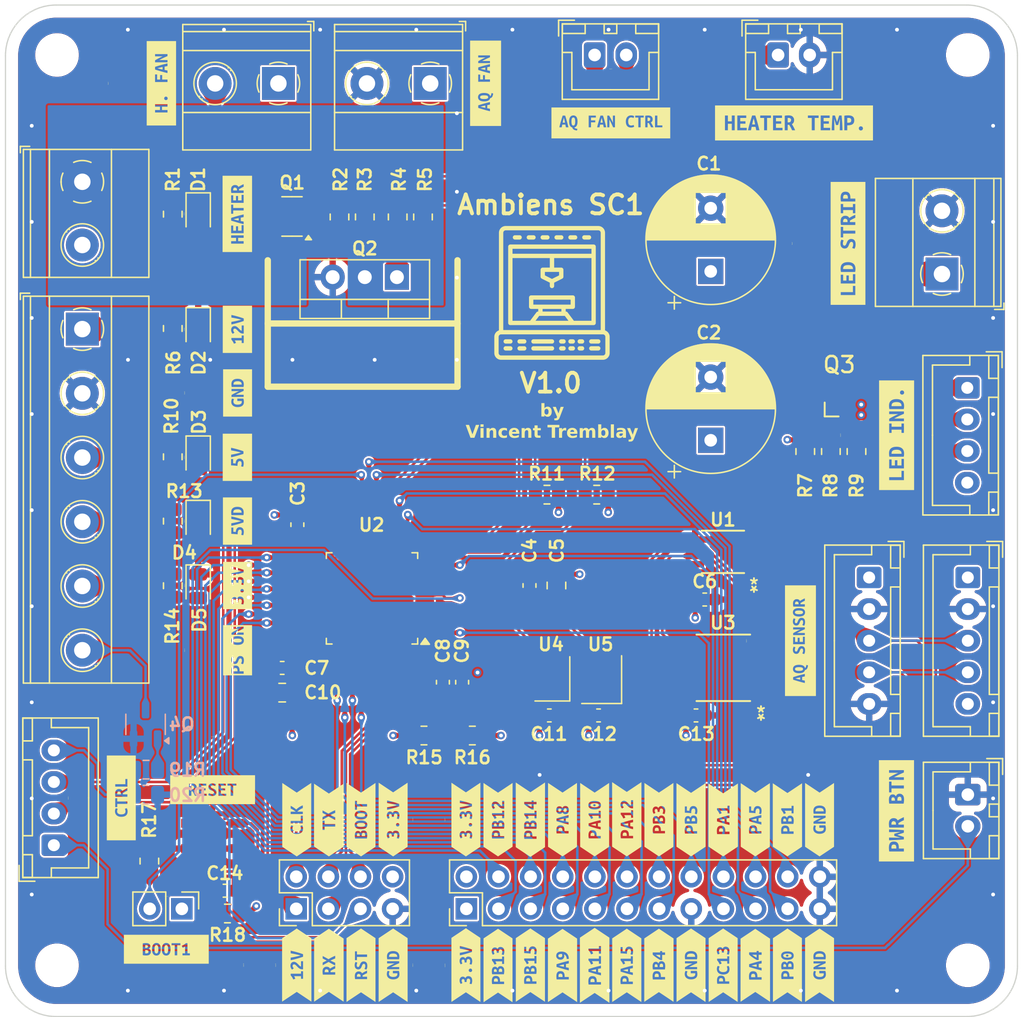
<source format=kicad_pcb>
(kicad_pcb (version 20240108) (generator "pcbnew") (generator_version "8.0")
  (layers (0 "F.Cu" signal) (1 "In1.Cu" signal) (2 "In2.Cu" signal) (31 "B.Cu" signal) (34 "B.Paste" user) (35 "F.Paste" user) (36 "B.SilkS" user "B.Silkscreen") (37 "F.SilkS" user "F.Silkscreen") (38 "B.Mask" user) (39 "F.Mask" user) (44 "Edge.Cuts" user))
  (net 0 "")
  (net 1 "/AQ_FAN_TACH")
  (net 2 "+5VSB")
  (net 3 "GND")
  (net 4 "+3.3V")
  (net 5 "+5V")
  (net 6 "+12V")
  (net 7 "/PS_ON")
  (net 8 "/STM32/STM32_NRST")
  (net 9 "/PWR_BTN")
  (net 10 "/STM32/STM32_PB6")
  (net 11 "/SDA_BUS")
  (net 12 "/STM32/STM32_PB7")
  (net 13 "/STM32/PROG_SCLK")
  (net 14 "/STM32/STM32_BOOT1")
  (net 15 "/AQ_FAN_CTRL")
  (net 16 "/SCL_CTRL")
  (net 17 "/SCL_BUS")
  (net 18 "/HEATER_TEMP")
  (net 19 "/PS_ON_CTRL")
  (net 20 "/leds/5V_LED_STRIP")
  (net 21 "/STM32/STM32_PA4")
  (net 22 "/STM32/STM32_PB3")
  (net 23 "/STM32/STM32_PA8")
  (net 25 "/STM32/STM32_PC13")
  (net 26 "/leds/R")
  (net 27 "/leds/G")
  (net 28 "/STM32/STM32_PA12")
  (net 29 "/HEATER_CTRL")
  (net 30 "/STM32/STM32_PA5")
  (net 31 "/HEATER_FAN_CTRL")
  (net 32 "/SDA_CTRL")
  (net 33 "/leds/B")
  (net 34 "/STM32/STM32_PB15")
  (net 35 "/STM32/STM32_PB13")
  (net 36 "/STM32/STM32_PB5")
  (net 37 "/STM32/STM32_PB14")
  (net 38 "/STM32/STM32_PB1")
  (net 39 "/STM32/STM32_PB12")
  (net 40 "/STM32/STM32_PA15")
  (net 41 "/STM32/STM32_PB4")
  (net 42 "/STM32/STM32_PB0")
  (net 43 "/STM32/STM32_PA9")
  (net 44 "Net-(Q2-G)")
  (net 45 "Net-(Q3-G)")
  (net 46 "/STM32/STM32_BOOT0")
  (net 47 "/STM32/PROG_SWD")
  (net 48 "/STM32/STM32_PD0")
  (net 49 "/STM32/STM32_PC14")
  (net 50 "/STM32/STM32_PA1")
  (net 51 "/STM32/STM32_PA11")
  (net 52 "/STM32/STM32_PA10")
  (net 53 "Net-(D1-K)")
  (net 54 "Net-(J3-Pin_2)")
  (net 56 "Net-(Q1-G)")
  (net 63 "Net-(D1-A)")
  (net 64 "Net-(D2-A)")
  (net 65 "Net-(D3-A)")
  (net 66 "Net-(D4-A)")
  (net 67 "Net-(D5-A)")
  (net 68 "Net-(Q4-G)")
  (net 69 "/leds/LED STRIP")
  (footprint "kibuzzard-66072EFF" (layer "F.Cu") (at 176.08 119.996596 90)
    (property "Reference" "kibuzzard-47")
    (property "Value" "G***" (hide yes))
  )
  (footprint "Resistor_SMD:R_0805_2012Metric" (layer "F.Cu") (at 161.3317 101.825396 180)
    (property "Reference" "R16")
    (property "Value" "10k")
  )
  (footprint "Resistor_SMD:R_0805_2012Metric" (layer "F.Cu") (at 157.507739 101.825)
    (property "Reference" "R15")
    (property "Value" "10k")
  )
  (footprint "kibuzzard-660B3A88" (layer "F.Cu") (at 187.27 94.325 90)
    (property "Reference" "kibuzzard-14")
    (property "Value" "G***" (hide yes))
  )
  (footprint "LED_SMD:LED_0805_2012Metric" (layer "F.Cu") (at 139.66 79.819999 -90)
    (property "Reference" "D3")
    (property "Value" "W")
  )
  (footprint "TerminalBlock_Phoenix:TerminalBlock_Phoenix_MKDS-1,5-2_1x02_P5.00mm_Horizontal" (layer "F.Cu") (at 158 50.25 180)
    (property "Reference" "J4" (hide yes))
    (property "Value" "AQ Fan")
  )
  (footprint "TerminalBlock_Phoenix:TerminalBlock_Phoenix_MKDS-1,5-6-5.08_1x06_P5.08mm_Horizontal" (layer "F.Cu") (at 130.5 69.68 -90)
    (property "Reference" "J7" (hide yes))
    (property "Value" "PSU")
  )
  (footprint "kibuzzard-660D448F" (layer "F.Cu") (at 194.86 107.78 90)
    (property "Reference" "kibuzzard-18" (hide yes))
    (property "Value" "G***" (hide yes))
  )
  (footprint "PCA9633DP1:SOT505-1_NXP" (layer "F.Cu") (at 181.1421 87.299999 180)
    (property "Reference" "U1")
    (property "Value" "PCA9633DP1")
  )
  (footprint "kibuzzard-660AE3B8" (layer "F.Cu") (at 155.07 108.471596 90)
    (property "Reference" "kibuzzard-20")
    (property "Value" "G***" (hide yes))
  )
  (footprint "kibuzzard-660B3911" (layer "F.Cu") (at 191.03 62.9 90)
    (property "Reference" "kibuzzard-7")
    (property "Value" "G***" (hide yes))
  )
  (footprint "Resistor_SMD:R_0805_2012Metric" (layer "F.Cu") (at 167.23 82.775 180)
    (property "Reference" "R11")
    (property "Value" "10k" (hide yes))
  )
  (footprint "kibuzzard-66072F85" (layer "F.Cu") (at 176.08 108.481903 90)
    (property "Reference" "kibuzzard-28")
    (property "Value" "G***" (hide yes))
  )
  (footprint "Button_Switch_SMD:TS3315A" (layer "F.Cu") (at 140.81 109.77)
    (property "Reference" "SW1" (hide yes))
    (property "Value" "~" (hide yes))
  )
  (footprint "Capacitor_SMD:C_0603_1608Metric" (layer "F.Cu") (at 141.78 114.1)
    (property "Reference" "C14")
    (property "Value" "0.1uF")
  )
  (footprint "kibuzzard-660B1175" (layer "F.Cu") (at 181.16 119.992934 90)
    (property "Reference" "kibuzzard-43")
    (property "Value" "G***" (hide yes))
  )
  (footprint "kibuzzard-660B3B0F" (layer "F.Cu") (at 133.58 106.76 90)
    (property "Reference" "kibuzzard-17")
    (property "Value" "G***" (hide yes))
  )
  (footprint "kibuzzard-660B118A" (layer "F.Cu") (at 181.16 108.502511 90)
    (property "Reference" "kibuzzard-33")
    (property "Value" "G***" (hide yes))
  )
  (footprint "kibuzzard-660B3947" (layer "F.Cu") (at 194.87 78.075 90)
    (property "Reference" "kibuzzard-10")
    (property "Value" "G***" (hide yes))
  )
  (footprint "Resistor_SMD:R_0805_2012Metric" (layer "F.Cu") (at 187.650002 79.3625 -90)
    (property "Reference" "R7")
    (property "Value" "10k" (hide yes))
  )
  (footprint "Resistor_SMD:R_0805_2012Metric" (layer "F.Cu") (at 137.650001 60.59 -90)
    (property "Reference" "R1")
    (property "Value" "2k")
  )
  (footprint "Capacitor_THT:CP_Radial_D10.0mm_P5.00mm" (layer "F.Cu") (at 180.175 65.117678 90)
    (property "Reference" "C1")
    (property "Value" "1000uF")
  )
  (footprint "Resistor_SMD:R_0805_2012Metric" (layer "F.Cu") (at 157.430001 60.81 -90)
    (property "Reference" "R5")
    (property "Value" "10k" (hide yes))
  )
  (footprint "kibuzzard-66046388" (layer "F.Cu") (at 173.54 108.449376 90)
    (property "Reference" "kibuzzard-19")
    (property "Value" "G***" (hide yes))
  )
  (footprint "Package_TO_SOT_THT:TO-220-3_Vertical" (layer "F.Cu") (at 155.369999 65.57 180)
    (property "Reference" "Q2")
    (property "Value" "IRLB8721PBF" (hide yes))
  )
  (footprint "kibuzzard-66072F2C" (layer "F.Cu") (at 188.78 119.996596 90)
    (property "Reference" "kibuzzard-49")
    (property "Value" "G***" (hide yes))
  )
  (footprint "Connector_JST:JST_XH_B4B-XH-A_1x04_P2.50mm_Vertical" (layer "F.Cu") (at 200.457322 74.325 -90)
    (property "Reference" "J8" (hide yes))
    (property "Value" "LED RGB")
  )
  (footprint "LED_SMD:LED_0805_2012Metric" (layer "F.Cu") (at 139.66 60.59 -90)
    (property "Reference" "D1")
    (property "Value" "R")
  )
  (footprint "kibuzzard-660B379A" (layer "F.Cu") (at 162.38 50.24 90)
    (property "Reference" "kibuzzard-3")
    (property "Value" "G***" (hide yes))
  )
  (footprint "Package_TO_SOT_SMD:SOT-23-3" (layer "F.Cu") (at 147.073798 60.7725 180)
    (property "Reference" "Q1")
    (property "Value" "SI2302" (hide yes))
  )
  (footprint "kibuzzard-660B338A" (layer "F.Cu") (at 142.773247 74.73 90)
    (property "Reference" "kibuzzard-9")
    (property "Value" "G***" (hide yes))
  )
  (footprint "kibuzzard-660B117C" (layer "F.Cu") (at 183.7 120 90)
    (property "Reference" "kibuzzard-48")
    (property "Value" "G***" (hide yes))
  )
  (footprint "Connector_PinHeader_2.54mm:PinHeader_2x04_P2.54mm_Vertical" (layer "F.Cu") (at 147.41 115.532934 90)
    (property "Reference" "J14" (hide yes))
    (property "Value" "PROG")
  )
  (footprint "Resistor_SMD:R_0805_2012Metric" (layer "F.Cu") (at 137.650001 79.78 -90)
    (property "Reference" "R10")
    (property "Value" "400")
  )
  (footprint "kibuzzard-66072EC4" (layer "F.Cu") (at 160.822 108.471596 90)
    (property "Reference" "kibuzzard-21")
    (property "Value" "G***" (hide yes))
  )
  (footprint "Capacitor_SMD:C_0603_1608Metric" (layer "F.Cu") (at 159.005 97.608545 -90)
    (property "Reference" "C8")
    (property "Value" "0.1uF")
  )
  (footprint "kibuzzard-66072EDA" (layer "F.Cu") (at 165.92 119.982627 90)
    (property "Reference" "kibuzzard-38")
    (property "Value" "G***" (hide yes))
  )
  (footprint "Capacitor_SMD:C_0603_1608Metric" (layer "F.Cu") (at 171.310301 100.2375)
    (property "Reference" "C12")
    (property "Value" "0.1uF")
  )
  (footprint "MountingHole:MountingHole_3.2mm_M3" (layer "F.Cu") (at 128.5 120)
    (property "Reference" "H3" (hide yes))
    (property "Value" "MountingHole" (hide yes))
  )
  (footprint "Capacitor_SMD:C_0603_1608Metric" (layer "F.Cu") (at 179.705 91.07)
    (property "Reference" "C6")
    (property "Value" "0.1uF")
  )
  (footprint "Capacitor_SMD:C_0603_1608Metric" (layer "F.Cu") (at 165.85 89.958545 -90)
    (property "Reference" "C4")
    (property "Value" "0.1uF" (hide yes))
  )
  (footprint "Connector_JST:JST_XH_B2B-XH-A_1x02_P2.50mm_Vertical" (layer "F.Cu") (at 171 48)
    (property "Reference" "J1" (hide yes))
    (property "Value" "AQ FAN")
  )
  (footprint "kibuzzard-66072F98" (layer "F.Cu") (at 178.62 108.488969 90)
    (property "Reference" "kibuzzard-30")
    (property "Value" "G***" (hide yes))
  )
  (footprint "Resistor_SMD:R_0805_2012Metric" (layer "F.Cu") (at 150.83 60.81 90)
    (property "Reference" "R2")
    (property "Value" "330")
  )
  (footprint "kibuzzard-66072F74" (layer "F.Cu") (at 171 108.481903 90)
    (property "Reference" "kibuzzard-27")
    (property "Value" "G***" (hide yes))
  )
  (footprint "kibuzzard-660B3677" (layer "F.Cu") (at 142.75264 60.57 90)
    (property "Reference" "kibuzzard-6")
    (property "Value" "G***" (hide yes))
  )
  (footprint "kibuzzard-660B3897" (layer "F.Cu") (at 186.76 53.375472)
    (property "Reference" "kibuzzard-5")
    (property "Value" "G***" (hide yes))
  )
  (footprint "Oscillator:SX3M32.768" (layer "F.Cu") (at 167.535698 97.244843 90)
    (property "Reference" "U4")
    (property "Value" "32.768KHz")
  )
  (footprint "kibuzzard-66072EE1" (layer "F.Cu") (at 168.46 120.013542 90)
    (property "Reference" "kibuzzard-51")
    (property "Value" "G***" (hide yes))
  )
  (footprint "kibuzzard-6604645B" (layer "F.Cu") (at 152.53 108.481903 90)
    (property "Reference" "kibuzzard-23")
    (property "Value" "G***" (hide yes))
  )
  (footprint "Resistor_SMD:R_0805_2012Metric" (layer "F.Cu") (at 171.1625 82.775 180)
    (property "Reference" "R12")
    (property "Value" "100k" (hide yes))
  )
  (footprint "LED_SMD:LED_0805_2012Metric" (layer "F.Cu") (at 139.66 84.910002 -90)
    (property "Reference" "D4")
    (property "Value" "W")
  )
  (footprint "kibuzzard-660AD604" (layer "F.Cu") (at 147.45 108.481903 90)
    (property "Reference" "kibuzzard-22")
    (property "Value" "G***" (hide yes))
  )
  (footprint "kibuzzard-66046448" (layer "F.Cu") (at 155.07 119.992934 90)
    (property "Reference" "kibuzzard-41")
    (property "Value" "G***" (hide yes))
  )
  (footprint "kibuzzard-66045831" (layer "F.Cu") (at 160.822 119.982627 90)
    (property "Reference" "kibuzzard-37")
    (property "Value" "G***" (hide yes))
  )
  (footprint "kibuzzard-660B1ED2" (layer "F.Cu") (at 147.45 119.982627 90)
    (property "Reference" "kibuzzard-36")
    (property "Value" "G***" (hide yes))
  )
  (footprint "Resistor_SMD:R_0805_2012Metric" (layer "F.Cu") (at 152.829998 60.81 -90)
    (property "Reference" "R3")
    (property "Value" "10k")
  )
  (footprint "Connector_JST:JST_XH_B4B-XH-A_1x04_P2.50mm_Vertical" (layer "F.Cu") (at 128.25 110.5 90)
    (property "Reference" "J12" (hide yes))
    (property "Value" "CTRL")
  )
  (footprint "Connector_PinHeader_2.54mm:PinHeader_1x02_P2.54mm_Vertical" (layer "F.Cu") (at 138.365 115.532934 -90)
    (property "Reference" "J13" (hide yes))
    (property "Value" "BOOT1")
  )
  (footprint "kibuzzard-660AE448" (layer "F.Cu") (at 149.99 108.510038 90)
    (property "Reference" "kibuzzard-34")
    (property "Value" "G***" (hide yes))
  )
  (footprint "Connector_PinHeader_2.54mm:PinHeader_2x12_P2.54mm_Vertical" (layer "F.Cu") (at 160.86 115.532934 90)
    (property "Reference" "J15" (hide yes))
    (property "Value" "Expansion")
  )
  (footprint "kibuzzard-66072F4D" (layer "F.Cu") (at 163.362 108.481877 90)
    (property "Reference" "kibuzzard-24")
    (property "Value" "G***" (hide yes))
  )
  (footprint "Resistor_SMD:R_0805_2012Metric" (layer "F.Cu") (at 191.7 79.3625 90)
    (property "Reference" "R9")
    (property "Value" "10k" (hide yes))
  )
  (footprint "Capacitor_THT:CP_Radial_D10.0mm_P5.00mm" (layer "F.Cu") (at 180.175 78.475 90)
    (property "Reference" "C2")
    (property "Value" "1000uF")
  )
  (footprint "kibuzzard-660AD65A" (layer "F.Cu") (at 152.53 119.992934 90)
    (property "Reference" "kibuzzard-40")
    (property "Value" "G***" (hide yes))
  )
  (footprint "Capacitor_SMD:C_0805_2012Metric" (layer "F.Cu") (at 167.980002 89.958546 -90)
    (property "Reference" "C5")
    (property "Value" "1uF")
  )
  (footprint "MountingHole:MountingHole_3.2mm_M3" (layer "F.Cu") (at 200.5 48)
    (property "Reference" "H2" (hide yes))
    (property "Value" "MountingHole" (hide yes))
  )
  (footprint "kibuzzard-660B0DE8" (layer "F.Cu") (at 186.24 119.992934 90)
    (property "Reference" "kibuzzard-44")
    (property "Value" "G***" (hide yes))
  )
  (footprint "TerminalBlock_Phoenix:TerminalBlock_Phoenix_MKDS-1,5-2_1x02_P5.00mm_Horizontal" (layer "F.Cu") (at 130.5 58.03 -90)
    (property "Reference" "J5" (hide yes))
    (property "Value" "Heater")
  )
  (footprint "MountingHole:MountingHole_3.2mm_M3" (layer "F.Cu") (at 128.5 48)
    (property "Reference" "H1" (hide yes))
    (property "Value" "MountingHole" (hide yes))
  )
  (footprint "kibuzzard-660B0F13" (layer "F.Cu") (at 178.62 119.992934 90)
    (property "Reference" "kibuzzard-42")
    (property "Value" "G***" (hide yes))
  )
  (footprint "custom:heatsink-15x10mm" (layer "F.Cu") (at 152.659999 75.1475 180)
    (property "Reference" "HS1" (hide yes))
    (property "Value" "Heatsink")
  )
  (footprint "Capacitor_SMD:C_0603_1608Metric" (layer "F.Cu") (at 160.525 97.608545 -90)
    (property "Reference" "C9")
    (property "Value" "0.1uF")
  )
  (footprint "kibuzzard-660B3C6C" (layer "F.Cu") (at 140.8 106.11)
    (property "Reference" "kibuzzard-16")
    (property "Value" "G***" (hide yes))
  )
  (footprint "Resistor_SMD:R_0805_2012Metric" (layer "F.Cu") (at 137.65 69.630001 -90)
    (property "Reference" "R6")
    (property "Value" "2k" (hide yes))
  )
  (footprint "Resistor_SMD:R_0805_2012Metric" (layer "F.Cu") (at 137.650001 89.977499 -90)
    (property "Reference" "R14")
    (property "Value" "100")
  )
  (footprint "Capacitor_SMD:C_0603_1608Metric" (layer "F.Cu") (at 179.013984 100.2375)
    (property "Reference" "C13")
    (property "Value" "0.1uF")
  )
  (footprint "TerminalBlock_Phoenix:TerminalBlock_Phoenix_MKDS-1,5-2_1x02_P5.00mm_Horizontal" (layer "F.Cu") (at 198.457322 65.325 90)
    (property "Reference" "J6" (hide yes))
    (property "Value" "LED Strip")
  )
  (footprint "kibuzzard-660B3380" (layer "F.Cu") (at 142.759999 69.700001 90)
    (property "Reference" "kibuzzard-8")
    (property "Value" "G***" (hide yes))
  )
  (footprint "Connector_JST:JST_XH_B5B-XH-A_1x05_P2.50mm_Vertical" (layer "F.Cu") (at 192.7 89.325 -90)
    (property "Reference" "J9" (hide yes))
    (property "Value" "AQ_SENSOR_0x76")
  )
  (footprint "Oscillator:OT322525MJBA4SL" (layer "F.Cu") (at 171.480696 97.344844 90)
    (property "Reference" "U5")
    (property "Value" "25MHz" (hide yes))
  )
  (footprint "Resistor_SMD:R_0805_2012Metric" (layer "F.Cu") (at 141.9725 115.9 180)
    (property "Reference" "R18")
    (property "Value" "10k")
  )
  (footprint "kibuzzard-660B36FB" (layer "F.Cu") (at 136.75 50.24 90)
    (property "Reference" "kibuzzard-2")
    (property "Value" "G***" (hide yes))
  )
  (footprint "kibuzzard-660AE44F" (layer "F.Cu") (at 149.99 119.992934 90)
    (property "Reference" "kibuzzard-39")
    (property "Value" "G***" (hide yes))
  )
  (footprint "MountingHole:MountingHole_3.2mm_M3" (layer "F.Cu") (at 200.5 120)
    (property "Reference" "H4" (hide yes))
    (property "Value" "MountingHole" (hide yes))
  )
  (footprint "kibuzzard-660B1183" (layer "F.Cu") (at 183.7 108.488969 90)
    (property "Reference" "kibuzzard-31")
    (property "Value" "G***" (hide yes))
  )
  (footprint "kibuzzard-660B3393" (layer "F.Cu") (at 142.758959 79.82 90)
    (property "Reference" "kibuzzard-11")
    (property "Value" "G***" (hide yes))
  )
  (footprint "kibuzzard-660B33A2" (layer "F.Cu") (at 142.773247 89.96 90)
    (property "Reference" "kibuzzard-13")
    (property "Value" "G***" (hide yes))
  )
  (footprint "kibuzzard-660B0DE1" (layer "F.Cu") (at 186.24 108.494112 90)
    (property "Reference" "kibuzzard-32")
    (property "Value" "G***" (hide yes))
  )
  (footprint "M24256E-FMN6TP:SO8N_4X5X1P27_STM" (layer "F.Cu") (at 181.173652 96.47 180)
    (property "Reference" "U3")
    (property "Value" "M24256E-FMN6TP" (hide yes))
  )
  (footprint "kibuzzard-660B1E5B" (layer "F.Cu") (at 165.92 108.481877 90)
    (property "Reference" "kibuzzard-25")
    (property "Value" "G***" (hide yes))
  )
  (footprint "kibuzzard-660B339B" (layer "F.Cu") (at 142.76618 84.862501 90)
    (property "Reference" "kibuzzard-12")
    (property "Value" "G***" (hide yes))
  )
  (footprint "kibuzzard-66072ED0" (layer "F.Cu") (at 163.362 120.013542 90)
    (property "Reference" "kibuzzard-50")
    (property "Value" "G***" (hide yes))
  )
  (footprint "Capacitor_SMD:C_0603_1608Metric" (layer "F.Cu") (at 167.416497 100.2375)
    (property "Reference" "C11")
    (property "Value" "0.1uF")
  )
  (footprint "Capacitor_SMD:C_0603_1608Metric" (layer "F.Cu") (at 146.3 96.48 180)
    (property "Reference" "C7")
    (property "Value" "0.1uF")
  )
  (footprint "Resistor_SMD:R_0805_2012Metric" (layer "F.Cu") (at 135.8 111.7575 -90)
    (property "Reference" "R17")
    (property "Value" "10k")
  )
  (footprint "Resistor_SMD:R_0805_2012Metric" (layer "F.Cu") (at 137.650001 84.87 -90)
    (property "Reference" "R13")
    (property "Value" "400")
  )
  (footprint "TerminalBlock_Phoenix:TerminalBlock_Phoenix_MKDS-1,5-2_1x02_P5.00mm_Horizontal" (layer "F.Cu") (at 146 50.25 180)
    (property "Reference" "J3" (hide yes))
    (property "Value" "Heater Fan")
  )
  (footprint "Package_QFP:LQFP-48_7x7mm_P0.5mm" (layer "F.Cu") (at 153.399872 90.978672 180)
    (property "Reference" "U2")
    (property "Value" "STM32F103C_8-B_Tx")
  )
  (footprint "kibuzzard-660463B7" (layer "F.Cu") (at 188.78 108.481903 90)
    (property "Reference" "kibuzzard-29")
    (property "Value" "G***" (hide yes))
  )
  (footprint "kibuzzard-660B3B39" (layer "F.Cu") (at 137.14 118.73)
    (property "Reference" "kibuzzard-35")
    (property "Value" "G***" (hide yes))
  )
  (footprint "kibuzzard-660B3361" (layer "F.Cu") (at 142.773247 95.08 90)
    (property "Reference" "kibuzzard-15")
    (property "Value" "G***" (hide yes))
  )
  (footprint "Connector_JST:JST_XH_B5B-XH-A_1x05_P2.50mm_Vertical" (layer "F.Cu") (at 200.500001 89.325 -90)
    (property "Reference" "J10" (hide yes))
    (property "Value" "AQ_SENSOR_0x77" (hide yes))
  )
  (footprint "Capacitor_SMD:C_0805_2012Metric" (layer "F.Cu") (at 146.299999 98.433542 180)
    (property "Reference" "C10")
    (property "Value" "10uF")
  )
  (footprint "si2120a-tp:SOT65P228X120-3N" (layer "F.Cu") (at 190.325001 74.95 90)
    (property "Reference" "Q3")
    (property "Value" "SI2101A-TP" (hide yes))
  )
  (footprint "Connector_JST:JST_XH_B2B-XH-A_1x02_P2.50mm_Vertical" (layer "F.Cu") (at 185.5 48)
    (property "Reference" "J2" (hide yes))
    (property "Value" "Heater Temp")
  )
  (footprint "kibuzzard-660B3822" (layer "F.Cu") (at 172.28 53.375472)
    (property "Reference" "kibuzzard-4")
    (property "Value" "G***" (hide yes))
  )
  (footprint "kibuzzard-66072EED" (layer "F.Cu") (at 171 120 90)
    (property "Reference" "kibuzzard-45")
    (property "Value" "G***" (hide yes))
  )
  (footprint "Connector_JST:JST_XH_B2B-XH-A_1x02_P2.50mm_Vertical" (layer "F.Cu") (at 200.5 106.5 -90)
    (property "Reference" "J11" (hide yes))
    (property "Value" "PWR_BTN")
  )
  (footprint "Resistor_SMD:R_0805_2012Metric" (layer "F.Cu") (at 155.43 60.81 90)
    (property "Reference" "R4")
    (property "Value" "330")
  )
  (footprint "Capacitor_SMD:C_0603_1608Metric" (layer "F.Cu") (at 147.5 85.15 -90)
    (property "Reference" "C3")
    (property "Value" "0.1uF")
  )
  (footprint "Resistor_SMD:R_0805_2012Metric" (layer "F.Cu") (at 189.675001 79.3625 90)
    (property "Reference" "R8")
    (property "Value" "400" (hide yes))
  )
  (footprint "LED_SMD:LED_0805_2012Metric" (layer "F.Cu") (at 139.66 90.017501 -90)
    (property "Reference" "D5")
    (property "Value" "W")
  )
  (footprint "LED_SMD:LED_0805_2012Metric" (layer "F.Cu") (at 139.659999 69.67 -90)
    (property "Reference" "D2")
    (property "Value" "W")
  )
  (footprint "kibuzzard-66072EF6" (layer "F.Cu") (at 173.54 120.002048 90)
    (property "Reference" "kibuzzard-46")
    (property "Value" "G***" (hide yes))
  )
  (footprint "kibuzzard-66072F6D" (layer "F.Cu") (at 168.46 108.480906 90)
    (property "Reference" "kibuzzard-26")
    (property "Value" "G***" (hide yes))
  )
  (footprint "Resistor_SMD:R_0805_2012Metric" (layer "B.Cu") (at 135.5375 104.524799 180)
    (property "Reference" "R19")
    (property "Value" "330" (hide yes))
  )
  (footprint "Package_TO_SOT_SMD:SOT-23-3" (layer "B.Cu") (at 135.5 100.94 90)
    (property "Reference" "Q4")
    (property "Value" "SI2302" (hide yes))
  )
  (footprint "Resistor_SMD:R_0805_2012Metric" (layer "B.Cu") (at 135.5375 106.5)
    (property "Reference" "R20")
    (property "Value" "10k" (hide yes))
  )
  (gr_poly (pts (xy 164.344918 71.034726) (xy 164.353624 71.035388) (xy 164.362203 71.036478) (xy 164.370645 71.037986) (xy 164.378939 71.0399) (xy 164.387075 71.042211) (xy 164.39504 71.044906) (xy 164.402825 71.047976) (xy 164.410419 71.051409) (xy 164.417811 71.055195) (xy 164.42499 71.059323) (xy 164.431946 71.063782) (xy 164.438668 71.068562) (xy 164.445144 71.073652) (xy 164.451364 71.07904) (xy 164.457318 71.084717) (xy 164.462995 71.090671) (xy 164.468383 71.096891) (xy 164.473473 71.103367) (xy 164.478253 71.110089) (xy 164.482712 71.117045) (xy 164.48684 71.124224) (xy 164.490626 71.131616) (xy 164.494059 71.13921) (xy 164.497129 71.146995) (xy 164.499824 71.15496) (xy 164.502135 71.163096) (xy 164.504049 71.17139) (xy 164.505557 71.179832) (xy 164.506647 71.188411) (xy 164.507309 71.197117) (xy 164.507532 71.205939) (xy 164.507309 71.214761) (xy 164.506647 71.223467) (xy 164.505557 71.232047) (xy 164.504049 71.240489) (xy 164.502135 71.248783) (xy 164.499824 71.256918) (xy 164.497129 71.264883) (xy 164.494059 71.272669) (xy 164.490626 71.280263) (xy 164.48684 71.287655) (xy 164.482712 71.294834) (xy 164.478253 71.301789) (xy 164.473473 71.308511) (xy 164.468383 71.314987) (xy 164.462995 71.321208) (xy 164.457318 71.327162) (xy 164.451364 71.332838) (xy 164.445144 71.338227) (xy 164.438668 71.343316) (xy 164.431946 71.348096) (xy 164.42499 71.352555) (xy 164.417811 71.356683) (xy 164.410419 71.360469) (xy 164.402825 71.363903) (xy 164.39504 71.366972) (xy 164.387075 71.369668) (xy 164.378939 71.371978) (xy 164.370645 71.373892) (xy 164.362203 71.3754) (xy 164.353624 71.37649) (xy 164.344918 71.377152) (xy 164.336096 71.377375) (xy 163.970365 71.377375) (xy 163.961543 71.377152) (xy 163.952837 71.37649) (xy 163.944258 71.3754) (xy 163.935816 71.373892) (xy 163.927522 71.371978) (xy 163.919386 71.369668) (xy 163.911421 71.366972) (xy 163.903636 71.363903) (xy 163.896042 71.360469) (xy 163.88865 71.356683) (xy 163.881471 71.352555) (xy 163.874515 71.348096) (xy 163.867793 71.343316) (xy 163.861317 71.338227) (xy 163.855097 71.332838) (xy 163.849143 71.327162) (xy 163.843466 71.321208) (xy 163.838078 71.314987) (xy 163.832988 71.308511) (xy 163.828208 71.301789) (xy 163.823749 71.294834) (xy 163.819621 71.287655) (xy 163.815835 71.280263) (xy 163.812402 71.272669) (xy 163.809332 71.264883) (xy 163.806637 71.256918) (xy 163.804326 71.248783) (xy 163.802412 71.240489) (xy 163.800904 71.232047) (xy 163.799814 71.223467) (xy 163.799152 71.214761) (xy 163.798929 71.205939) (xy 163.799152 71.197117) (xy 163.799814 71.188411) (xy 163.800904 71.179832) (xy 163.802412 71.17139) (xy 163.804326 71.163096) (xy 163.806637 71.15496) (xy 163.809332 71.146995) (xy 163.812402 71.13921) (xy 163.815835 71.131616) (xy 163.819621 71.124224) (xy 163.823749 71.117045) (xy 163.828208 71.110089) (xy 163.832988 71.103367) (xy 163.838078 71.096891) (xy 163.843466 71.090671) (xy 163.849143 71.084717) (xy 163.855097 71.07904) (xy 163.861317 71.073652) (xy 163.867793 71.068562) (xy 163.874515 71.063782) (xy 163.881471 71.059323) (xy 163.88865 71.055195) (xy 163.896042 71.051409) (xy 163.903636 71.047976) (xy 163.911421 71.044906) (xy 163.919386 71.042211) (xy 163.927522 71.0399) (xy 163.935816 71.037986) (xy 163.944258 71.036478) (xy 163.952837 71.035388) (xy 163.961543 71.034726) (xy 163.970365 71.034503) (xy 164.336096 71.034503)) (stroke (width -0.000001)) (fill solid) (layer "F.SilkS"))
  (gr_poly (pts (xy 165.44211 71.034726) (xy 165.450816 71.035388) (xy 165.459395 71.036478) (xy 165.467838 71.037986) (xy 165.476132 71.0399) (xy 165.484267 71.042211) (xy 165.492232 71.044906) (xy 165.500017 71.047976) (xy 165.507611 71.051409) (xy 165.515003 71.055195) (xy 165.522183 71.059323) (xy 165.529138 71.063782) (xy 165.53586 71.068562) (xy 165.542336 71.073652) (xy 165.548557 71.07904) (xy 165.554511 71.084717) (xy 165.560187 71.090671) (xy 165.565576 71.096891) (xy 165.570665 71.103367) (xy 165.575445 71.110089) (xy 165.579904 71.117045) (xy 165.584032 71.124224) (xy 165.587818 71.131616) (xy 165.591252 71.13921) (xy 165.594321 71.146995) (xy 165.597017 71.15496) (xy 165.599327 71.163096) (xy 165.601241 71.17139) (xy 165.602749 71.179832) (xy 165.603839 71.188411) (xy 165.604501 71.197117) (xy 165.604724 71.205939) (xy 165.604501 71.214761) (xy 165.603839 71.223467) (xy 165.602749 71.232047) (xy 165.601241 71.240489) (xy 165.599327 71.248783) (xy 165.597017 71.256918) (xy 165.594321 71.264883) (xy 165.591252 71.272669) (xy 165.587818 71.280263) (xy 165.584032 71.287655) (xy 165.579904 71.294834) (xy 165.575445 71.301789) (xy 165.570665 71.308511) (xy 165.565576 71.314987) (xy 165.560187 71.321208) (xy 165.554511 71.327162) (xy 165.548557 71.332838) (xy 165.542336 71.338227) (xy 165.53586 71.343316) (xy 165.529138 71.348096) (xy 165.522183 71.352555) (xy 165.515003 71.356683) (xy 165.507611 71.360469) (xy 165.500017 71.363903) (xy 165.492232 71.366972) (xy 165.484267 71.369668) (xy 165.476132 71.371978) (xy 165.467838 71.373892) (xy 165.459395 71.3754) (xy 165.450816 71.37649) (xy 165.44211 71.377152) (xy 165.433288 71.377375) (xy 165.067557 71.377375) (xy 165.058736 71.377152) (xy 165.05003 71.37649) (xy 165.04145 71.3754) (xy 165.033008 71.373892) (xy 165.024714 71.371978) (xy 165.016579 71.369668) (xy 165.008613 71.366972) (xy 165.000828 71.363903) (xy 164.993234 71.360469) (xy 164.985842 71.356683) (xy 164.978663 71.352555) (xy 164.971707 71.348096) (xy 164.964986 71.343316) (xy 164.958509 71.338227) (xy 164.952289 71.332838) (xy 164.946335 71.327162) (xy 164.940658 71.321208) (xy 164.93527 71.314987) (xy 164.93018 71.308511) (xy 164.925401 71.301789) (xy 164.920941 71.294834) (xy 164.916813 71.287655) (xy 164.913027 71.280263) (xy 164.909594 71.272669) (xy 164.906524 71.264883) (xy 164.903829 71.256918) (xy 164.901519 71.248783) (xy 164.899604 71.240489) (xy 164.898096 71.232047) (xy 164.897006 71.223467) (xy 164.896344 71.214761) (xy 164.896121 71.205939) (xy 164.896344 71.197117) (xy 164.897006 71.188411) (xy 164.898096 71.179832) (xy 164.899604 71.17139) (xy 164.901519 71.163096) (xy 164.903829 71.15496) (xy 164.906524 71.146995) (xy 164.909594 71.13921) (xy 164.913027 71.131616) (xy 164.916813 71.124224) (xy 164.920941 71.117045) (xy 164.925401 71.110089) (xy 164.93018 71.103367) (xy 164.93527 71.096891) (xy 164.940658 71.090671) (xy 164.946335 71.084717) (xy 164.952289 71.07904) (xy 164.958509 71.073652) (xy 164.964986 71.068562) (xy 164.971707 71.063782) (xy 164.978663 71.059323) (xy 164.985842 71.055195) (xy 164.993234 71.051409) (xy 165.000828 71.047976) (xy 165.008613 71.044906) (xy 165.016579 71.042211) (xy 165.024714 71.0399) (xy 165.033008 71.037986) (xy 165.04145 71.036478) (xy 165.05003 71.035388) (xy 165.058736 71.034726) (xy 165.067557 71.034503) (xy 165.433288 71.034503)) (stroke (width -0.000001)) (fill solid) (layer "F.SilkS"))
  (gr_poly (pts (xy 166.173571 62.257189) (xy 166.182277 62.257851) (xy 166.190857 62.258941) (xy 166.199299 62.260449) (xy 166.207593 62.262363) (xy 166.215728 62.264673) (xy 166.223694 62.267368) (xy 166.231479 62.270438) (xy 166.239073 62.273871) (xy 166.246465 62.277658) (xy 166.253644 62.281786) (xy 166.2606 62.286245) (xy 166.267321 62.291025) (xy 166.273797 62.296114) (xy 166.280018 62.301503) (xy 166.285972 62.307179) (xy 166.291649 62.313133) (xy 166.297037 62.319354) (xy 166.302126 62.32583) (xy 166.306906 62.332551) (xy 166.311366 62.339507) (xy 166.315494 62.346686) (xy 166.31928 62.354078) (xy 166.322713 62.361672) (xy 166.325783 62.369457) (xy 166.328478 62.377423) (xy 166.330788 62.385558) (xy 166.332703 62.393852) (xy 166.33421 62.402294) (xy 166.335301 62.410874) (xy 166.335963 62.41958) (xy 166.336186 62.428402) (xy 166.335963 62.437224) (xy 166.335301 62.44593) (xy 166.33421 62.454509) (xy 166.332703 62.462951) (xy 166.330788 62.471245) (xy 166.328478 62.47938) (xy 166.325783 62.487346) (xy 166.322713 62.495131) (xy 166.31928 62.502725) (xy 166.315494 62.510117) (xy 166.311366 62.517296) (xy 166.306906 62.524252) (xy 166.302126 62.530973) (xy 166.297037 62.53745) (xy 166.291649 62.54367) (xy 166.285972 62.549624) (xy 166.280018 62.555301) (xy 166.273797 62.560689) (xy 166.267321 62.565779) (xy 166.2606 62.570559) (xy 166.253644 62.575018) (xy 166.246465 62.579146) (xy 166.239073 62.582932) (xy 166.231479 62.586365) (xy 166.223694 62.589435) (xy 166.215728 62.59213) (xy 166.207593 62.59444) (xy 166.199299 62.596355) (xy 166.190857 62.597863) (xy 166.182277 62.598953) (xy 166.173571 62.599615) (xy 166.164749 62.599838) (xy 165.799019 62.599838) (xy 165.790197 62.599615) (xy 165.781491 62.598953) (xy 165.772911 62.597863) (xy 165.764469 62.596355) (xy 165.756175 62.59444) (xy 165.74804 62.59213) (xy 165.740074 62.589435) (xy 165.732289 62.586365) (xy 165.724695 62.582932) (xy 165.717303 62.579146) (xy 165.710124 62.575018) (xy 165.703168 62.570559) (xy 165.696447 62.565779) (xy 165.689971 62.560689) (xy 165.68375 62.555301) (xy 165.677796 62.549624) (xy 165.67212 62.54367) (xy 165.666731 62.53745) (xy 165.661642 62.530973) (xy 165.656862 62.524252) (xy 165.652403 62.517296) (xy 165.648274 62.510117) (xy 165.644488 62.502725) (xy 165.641055 62.495131) (xy 165.637985 62.487346) (xy 165.63529 62.47938) (xy 165.63298 62.471245) (xy 165.631065 62.462951) (xy 165.629558 62.454509) (xy 165.628468 62.44593) (xy 165.627805 62.437224) (xy 165.627582 62.428402) (xy 165.627805 62.41958) (xy 165.628468 62.410874) (xy 165.629558 62.402294) (xy 165.631065 62.393852) (xy 165.63298 62.385558) (xy 165.63529 62.377423) (xy 165.637985 62.369457) (xy 165.641055 62.361672) (xy 165.644488 62.354078) (xy 165.648274 62.346686) (xy 165.652403 62.339507) (xy 165.656862 62.332551) (xy 165.661642 62.32583) (xy 165.666731 62.319354) (xy 165.67212 62.313133) (xy 165.677796 62.307179) (xy 165.68375 62.301503) (xy 165.689971 62.296114) (xy 165.696447 62.291025) (xy 165.703168 62.286245) (xy 165.710124 62.281786) (xy 165.717303 62.277658) (xy 165.724695 62.273871) (xy 165.732289 62.270438) (xy 165.740074 62.267368) (xy 165.74804 62.264673) (xy 165.756175 62.262363) (xy 165.764469 62.260449) (xy 165.772911 62.258941) (xy 165.781491 62.257851) (xy 165.790197 62.257189) (xy 165.799019 62.256965) (xy 166.164749 62.256965)) (stroke (width -0.000001)) (fill solid) (layer "F.SilkS"))
  (gr_poly (pts (xy 169.282282 71.034726) (xy 169.290988 71.035388) (xy 169.299568 71.036478) (xy 169.30801 71.037986) (xy 169.316304 71.0399) (xy 169.324439 71.042211) (xy 169.332405 71.044906) (xy 169.34019 71.047976) (xy 169.347784 71.051409) (xy 169.355176 71.055195) (xy 169.362355 71.059323) (xy 169.369311 71.063782) (xy 169.376032 71.068562) (xy 169.382508 71.073652) (xy 169.388729 71.07904) (xy 169.394683 71.084717) (xy 169.400359 71.090671) (xy 169.405748 71.096891) (xy 169.410837 71.103367) (xy 169.415617 71.110089) (xy 169.420076 71.117045) (xy 169.424204 71.124224) (xy 169.427991 71.131616) (xy 169.431424 71.13921) (xy 169.434493 71.146995) (xy 169.437189 71.15496) (xy 169.439499 71.163096) (xy 169.441413 71.17139) (xy 169.442921 71.179832) (xy 169.444011 71.188411) (xy 169.444673 71.197117) (xy 169.444897 71.205939) (xy 169.444673 71.214761) (xy 169.444011 71.223467) (xy 169.442921 71.232047) (xy 169.441413 71.240489) (xy 169.439499 71.248783) (xy 169.437189 71.256918) (xy 169.434493 71.264883) (xy 169.431424 71.272669) (xy 169.427991 71.280263) (xy 169.424204 71.287655) (xy 169.420076 71.294834) (xy 169.415617 71.301789) (xy 169.410837 71.308511) (xy 169.405748 71.314987) (xy 169.400359 71.321208) (xy 169.394683 71.327162) (xy 169.388729 71.332838) (xy 169.382508 71.338227) (xy 169.376032 71.343316) (xy 169.369311 71.348096) (xy 169.362355 71.352555) (xy 169.355176 71.356683) (xy 169.347784 71.360469) (xy 169.34019 71.363903) (xy 169.332405 71.366972) (xy 169.324439 71.369668) (xy 169.316304 71.371978) (xy 169.30801 71.373892) (xy 169.299568 71.3754) (xy 169.290988 71.37649) (xy 169.282282 71.377152) (xy 169.27346 71.377375) (xy 169.090595 71.377375) (xy 169.081773 71.377152) (xy 169.073067 71.37649) (xy 169.064488 71.3754) (xy 169.056046 71.373892) (xy 169.047752 71.371978) (xy 169.039616 71.369668) (xy 169.031651 71.366972) (xy 169.023866 71.363903) (xy 169.016272 71.360469) (xy 169.00888 71.356683) (xy 169.001701 71.352555) (xy 168.994745 71.348096) (xy 168.988023 71.343316) (xy 168.981547 71.338227) (xy 168.975326 71.332838) (xy 168.969372 71.327162) (xy 168.963696 71.321208) (xy 168.958308 71.314987) (xy 168.953218 71.308511) (xy 168.948438 71.301789) (xy 168.943979 71.294834) (xy 168.939851 71.287655) (xy 168.936065 71.280263) (xy 168.932632 71.272669) (xy 168.929562 71.264883) (xy 168.926866 71.256918) (xy 168.924556 71.248783) (xy 168.922642 71.240489) (xy 168.921134 71.232047) (xy 168.920044 71.223467) (xy 168.919382 71.214761) (xy 168.919159 71.205939) (xy 168.919382 71.197117) (xy 168.920044 71.188411) (xy 168.921134 71.179832) (xy 168.922642 71.17139) (xy 168.924556 71.163096) (xy 168.926866 71.15496) (xy 168.929562 71.146995) (xy 168.932632 71.13921) (xy 168.936065 71.131616) (xy 168.939851 71.124224) (xy 168.943979 71.117045) (xy 168.948438 71.110089) (xy 168.953218 71.103367) (xy 168.958308 71.096891) (xy 168.963696 71.090671) (xy 168.969372 71.084717) (xy 168.975326 71.07904) (xy 168.981547 71.073652) (xy 168.988023 71.068562) (xy 168.994745 71.063782) (xy 169.001701 71.059323) (xy 169.00888 71.055195) (xy 169.016272 71.051409) (xy 169.023866 71.047976) (xy 169.031651 71.044906) (xy 169.039616 71.042211) (xy 169.047752 71.0399) (xy 169.056046 71.037986) (xy 169.064488 71.036478) (xy 169.073067 71.035388) (xy 169.081773 71.034726) (xy 169.090595 71.034503) (xy 169.27346 71.034503)) (stroke (width -0.000001)) (fill solid) (layer "F.SilkS"))
  (gr_poly (pts (xy 167.636494 71.034726) (xy 167.6452 71.035388) (xy 167.65378 71.036478) (xy 167.662222 71.037986) (xy 167.670516 71.0399) (xy 167.678651 71.042211) (xy 167.686617 71.044906) (xy 167.694402 71.047976) (xy 167.701996 71.051409) (xy 167.709388 71.055195) (xy 167.716567 71.059323) (xy 167.723523 71.063782) (xy 167.730244 71.068562) (xy 167.736721 71.073652) (xy 167.742941 71.07904) (xy 167.748895 71.084717) (xy 167.754572 71.090671) (xy 167.75996 71.096891) (xy 167.765049 71.103367) (xy 167.769829 71.110089) (xy 167.774289 71.117045) (xy 167.778417 71.124224) (xy 167.782203 71.131616) (xy 167.785636 71.13921) (xy 167.788706 71.146995) (xy 167.791401 71.15496) (xy 167.793711 71.163096) (xy 167.795626 71.17139) (xy 167.797133 71.179832) (xy 167.798224 71.188411) (xy 167.798886 71.197117) (xy 167.799109 71.205939) (xy 167.798886 71.214761) (xy 167.798224 71.223467) (xy 167.797133 71.232047) (xy 167.795626 71.240489) (xy 167.793711 71.248783) (xy 167.791401 71.256918) (xy 167.788706 71.264883) (xy 167.785636 71.272669) (xy 167.782203 71.280263) (xy 167.778417 71.287655) (xy 167.774289 71.294834) (xy 167.769829 71.301789) (xy 167.765049 71.308511) (xy 167.75996 71.314987) (xy 167.754572 71.321208) (xy 167.748895 71.327162) (xy 167.742941 71.332838) (xy 167.736721 71.338227) (xy 167.730244 71.343316) (xy 167.723523 71.348096) (xy 167.716567 71.352555) (xy 167.709388 71.356683) (xy 167.701996 71.360469) (xy 167.694402 71.363903) (xy 167.686617 71.366972) (xy 167.678651 71.369668) (xy 167.670516 71.371978) (xy 167.662222 71.373892) (xy 167.65378 71.3754) (xy 167.6452 71.37649) (xy 167.636494 71.377152) (xy 167.627672 71.377375) (xy 166.164749 71.377375) (xy 166.155928 71.377152) (xy 166.147222 71.37649) (xy 166.138642 71.3754) (xy 166.1302 71.373892) (xy 166.121906 71.371978) (xy 166.113771 71.369668) (xy 166.105805 71.366972) (xy 166.09802 71.363903) (xy 166.090426 71.360469) (xy 166.083034 71.356683) (xy 166.075855 71.352555) (xy 166.068899 71.348096) (xy 166.062178 71.343316) (xy 166.055701 71.338227) (xy 166.049481 71.332838) (xy 166.043527 71.327162) (xy 166.03785 71.321208) (xy 166.032462 71.314987) (xy 166.027372 71.308511) (xy 166.022593 71.301789) (xy 166.018133 71.294834) (xy 166.014005 71.287655) (xy 166.010219 71.280263) (xy 166.006786 71.272669) (xy 166.003716 71.264883) (xy 166.001021 71.256918) (xy 165.998711 71.248783) (xy 165.996796 71.240489) (xy 165.995288 71.232047) (xy 165.994198 71.223467) (xy 165.993536 71.214761) (xy 165.993313 71.205939) (xy 165.993536 71.197117) (xy 165.994198 71.188411) (xy 165.995288 71.179832) (xy 165.996796 71.17139) (xy 165.998711 71.163096) (xy 166.001021 71.15496) (xy 166.003716 71.146995) (xy 166.006786 71.13921) (xy 166.010219 71.131616) (xy 166.014005 71.124224) (xy 166.018133 71.117045) (xy 166.022593 71.110089) (xy 166.027372 71.103367) (xy 166.032462 71.096891) (xy 166.03785 71.090671) (xy 166.043527 71.084717) (xy 166.049481 71.07904) (xy 166.055701 71.073652) (xy 166.062178 71.068562) (xy 166.068899 71.063782) (xy 166.075855 71.059323) (xy 166.083034 71.055195) (xy 166.090426 71.051409) (xy 166.09802 71.047976) (xy 166.105805 71.044906) (xy 166.113771 71.042211) (xy 166.121906 71.0399) (xy 166.1302 71.037986) (xy 166.138642 71.036478) (xy 166.147222 71.035388) (xy 166.155928 71.034726) (xy 166.164749 71.034503) (xy 167.627672 71.034503)) (stroke (width -0.000001)) (fill solid) (layer "F.SilkS"))
  (gr_poly (pts (xy 165.076379 62.257189) (xy 165.085085 62.257851) (xy 165.093665 62.258941) (xy 165.102107 62.260449) (xy 165.110401 62.262363) (xy 165.118536 62.264673) (xy 165.126502 62.267368) (xy 165.134287 62.270438) (xy 165.141881 62.273871) (xy 165.149273 62.277658) (xy 165.156452 62.281786) (xy 165.163408 62.286245) (xy 165.170129 62.291025) (xy 165.176605 62.296114) (xy 165.182826 62.301503) (xy 165.18878 62.307179) (xy 165.194456 62.313133) (xy 165.199845 62.319354) (xy 165.204934 62.32583) (xy 165.209714 62.332551) (xy 165.214173 62.339507) (xy 165.218301 62.346686) (xy 165.222087 62.354078) (xy 165.225521 62.361672) (xy 165.22859 62.369457) (xy 165.231286 62.377423) (xy 165.233596 62.385558) (xy 165.23551 62.393852) (xy 165.237018 62.402294) (xy 165.238108 62.410874) (xy 165.23877 62.41958) (xy 165.238993 62.428402) (xy 165.23877 62.437224) (xy 165.238108 62.44593) (xy 165.237018 62.454509) (xy 165.23551 62.462951) (xy 165.233596 62.471245) (xy 165.231286 62.47938) (xy 165.22859 62.487346) (xy 165.225521 62.495131) (xy 165.222087 62.502725) (xy 165.218301 62.510117) (xy 165.214173 62.517296) (xy 165.209714 62.524252) (xy 165.204934 62.530973) (xy 165.199845 62.53745) (xy 165.194456 62.54367) (xy 165.18878 62.549624) (xy 165.182826 62.555301) (xy 165.176605 62.560689) (xy 165.170129 62.565779) (xy 165.163408 62.570559) (xy 165.156452 62.575018) (xy 165.149273 62.579146) (xy 165.141881 62.582932) (xy 165.134287 62.586365) (xy 165.126502 62.589435) (xy 165.118536 62.59213) (xy 165.110401 62.59444) (xy 165.102107 62.596355) (xy 165.093665 62.597863) (xy 165.085085 62.598953) (xy 165.076379 62.599615) (xy 165.067557 62.599838) (xy 164.701827 62.599838) (xy 164.693005 62.599615) (xy 164.684299 62.598953) (xy 164.675719 62.597863) (xy 164.667277 62.596355) (xy 164.658983 62.59444) (xy 164.650848 62.59213) (xy 164.642882 62.589435) (xy 164.635097 62.586365) (xy 164.627503 62.582932) (xy 164.620111 62.579146) (xy 164.612932 62.575018) (xy 164.605976 62.570559) (xy 164.599255 62.565779) (xy 164.592778 62.560689) (xy 164.586558 62.555301) (xy 164.580604 62.549624) (xy 164.574927 62.54367) (xy 164.569539 62.53745) (xy 164.56445 62.530973) (xy 164.55967 62.524252) (xy 164.55521 62.517296) (xy 164.551082 62.510117) (xy 164.547296 62.502725) (xy 164.543863 62.495131) (xy 164.540793 62.487346) (xy 164.538098 62.47938) (xy 164.535788 62.471245) (xy 164.533873 62.462951) (xy 164.532366 62.454509) (xy 164.531276 62.44593) (xy 164.530613 62.437224) (xy 164.53039 62.428402) (xy 164.530613 62.41958) (xy 164.531276 62.410874) (xy 164.532366 62.402294) (xy 164.533873 62.393852) (xy 164.535788 62.385558) (xy 164.538098 62.377423) (xy 164.540793 62.369457) (xy 164.543863 62.361672) (xy 164.547296 62.354078) (xy 164.551082 62.346686) (xy 164.55521 62.339507) (xy 164.55967 62.332551) (xy 164.56445 62.32583) (xy 164.569539 62.319354) (xy 164.574927 62.313133) (xy 164.580604 62.307179) (xy 164.586558 62.301503) (xy 164.592778 62.296114) (xy 164.599255 62.291025) (xy 164.605976 62.286245) (xy 164.612932 62.281786) (xy 164.620111 62.277658) (xy 164.627503 62.273871) (xy 164.635097 62.270438) (xy 164.642882 62.267368) (xy 164.650848 62.264673) (xy 164.658983 62.262363) (xy 164.667277 62.260449) (xy 164.675719 62.258941) (xy 164.684299 62.257851) (xy 164.693005 62.257189) (xy 164.701827 62.256965) (xy 165.067557 62.256965)) (stroke (width -0.000001)) (fill solid) (layer "F.SilkS"))
  (gr_poly (pts (xy 168.550821 70.48613) (xy 168.559527 70.486792) (xy 168.568106 70.487882) (xy 168.576548 70.48939) (xy 168.584842 70.491304) (xy 168.592978 70.493614) (xy 168.600943 70.49631) (xy 168.608728 70.499379) (xy 168.616322 70.502813) (xy 168.623714 70.506599) (xy 168.630893 70.510727) (xy 168.637849 70.515186) (xy 168.644571 70.519966) (xy 168.651047 70.525055) (xy 168.657268 70.530444) (xy 168.663221 70.53612) (xy 168.668898 70.542074) (xy 168.674286 70.548295) (xy 168.679376 70.554771) (xy 168.684156 70.561493) (xy 168.688615 70.568448) (xy 168.692743 70.575628) (xy 168.696529 70.58302) (xy 168.699962 70.590614) (xy 168.703032 70.598399) (xy 168.705727 70.606364) (xy 168.708038 70.614499) (xy 168.709952 70.622794) (xy 168.71146 70.631236) (xy 168.71255 70.639815) (xy 168.713212 70.648521) (xy 168.713435 70.657343) (xy 168.713212 70.666165) (xy 168.71255 70.674871) (xy 168.71146 70.68345) (xy 168.709952 70.691892) (xy 168.708038 70.700187) (xy 168.705727 70.708322) (xy 168.703032 70.716287) (xy 168.699962 70.724072) (xy 168.696529 70.731666) (xy 168.692743 70.739058) (xy 168.688615 70.746238) (xy 168.684156 70.753193) (xy 168.679376 70.759915) (xy 168.674286 70.766391) (xy 168.668898 70.772612) (xy 168.663221 70.778566) (xy 168.657268 70.784242) (xy 168.651047 70.789631) (xy 168.644571 70.79472) (xy 168.637849 70.7995) (xy 168.630893 70.803959) (xy 168.623714 70.808087) (xy 168.616322 70.811873) (xy 168.608728 70.815307) (xy 168.600943 70.818376) (xy 168.592978 70.821072) (xy 168.584842 70.823382) (xy 168.576548 70.825296) (xy 168.568106 70.826804) (xy 168.559527 70.827894) (xy 168.550821 70.828556) (xy 168.541999 70.828779) (xy 168.359134 70.828779) (xy 168.350312 70.828556) (xy 168.341606 70.827894) (xy 168.333026 70.826804) (xy 168.324584 70.825296) (xy 168.31629 70.823382) (xy 168.308155 70.821072) (xy 168.300189 70.818376) (xy 168.292404 70.815307) (xy 168.28481 70.811873) (xy 168.277418 70.808087) (xy 168.270239 70.803959) (xy 168.263283 70.7995) (xy 168.256562 70.79472) (xy 168.250086 70.789631) (xy 168.243865 70.784242) (xy 168.237911 70.778566) (xy 168.232235 70.772612) (xy 168.226846 70.766391) (xy 168.221757 70.759915) (xy 168.216977 70.753193) (xy 168.212518 70.746238) (xy 168.20839 70.739058) (xy 168.204603 70.731666) (xy 168.20117 70.724072) (xy 168.198101 70.716287) (xy 168.195405 70.708322) (xy 168.193095 70.700187) (xy 168.191181 70.691892) (xy 168.189673 70.68345) (xy 168.188583 70.674871) (xy 168.187921 70.666165) (xy 168.187697 70.657343) (xy 168.187921 70.648521) (xy 168.188583 70.639815) (xy 168.189673 70.631236) (xy 168.191181 70.622794) (xy 168.193095 70.614499) (xy 168.195405 70.606364) (xy 168.198101 70.598399) (xy 168.20117 70.590614) (xy 168.204603 70.58302) (xy 168.20839 70.575628) (xy 168.212518 70.568448) (xy 168.216977 70.561493) (xy 168.221757 70.554771) (xy 168.226846 70.548295) (xy 168.232235 70.542074) (xy 168.237911 70.53612) (xy 168.243865 70.530444) (xy 168.250086 70.525055) (xy 168.256562 70.519966) (xy 168.263283 70.515186) (xy 168.270239 70.510727) (xy 168.277418 70.506599) (xy 168.28481 70.502813) (xy 168.292404 70.499379) (xy 168.300189 70.49631) (xy 168.308155 70.493614) (xy 168.31629 70.491304) (xy 168.324584 70.48939) (xy 168.333026 70.487882) (xy 168.341606 70.486792) (xy 168.350312 70.48613) (xy 168.359134 70.485907) (xy 168.541999 70.485907)) (stroke (width -0.000001)) (fill solid) (layer "F.SilkS"))
  (gr_poly (pts (xy 167.636494 70.48613) (xy 167.6452 70.486792) (xy 167.65378 70.487882) (xy 167.662222 70.48939) (xy 167.670516 70.491304) (xy 167.678651 70.493614) (xy 167.686617 70.49631) (xy 167.694402 70.499379) (xy 167.701996 70.502813) (xy 167.709388 70.506599) (xy 167.716567 70.510727) (xy 167.723523 70.515186) (xy 167.730244 70.519966) (xy 167.736721 70.525055) (xy 167.742941 70.530444) (xy 167.748895 70.53612) (xy 167.754572 70.542074) (xy 167.75996 70.548295) (xy 167.765049 70.554771) (xy 167.769829 70.561493) (xy 167.774289 70.568448) (xy 167.778417 70.575628) (xy 167.782203 70.58302) (xy 167.785636 70.590614) (xy 167.788706 70.598399) (xy 167.791401 70.606364) (xy 167.793711 70.614499) (xy 167.795626 70.622794) (xy 167.797133 70.631236) (xy 167.798224 70.639815) (xy 167.798886 70.648521) (xy 167.799109 70.657343) (xy 167.798886 70.666165) (xy 167.798224 70.674871) (xy 167.797133 70.68345) (xy 167.795626 70.691892) (xy 167.793711 70.700187) (xy 167.791401 70.708322) (xy 167.788706 70.716287) (xy 167.785636 70.724072) (xy 167.782203 70.731666) (xy 167.778417 70.739058) (xy 167.774289 70.746238) (xy 167.769829 70.753193) (xy 167.765049 70.759915) (xy 167.75996 70.766391) (xy 167.754572 70.772612) (xy 167.748895 70.778566) (xy 167.742941 70.784242) (xy 167.736721 70.789631) (xy 167.730244 70.79472) (xy 167.723523 70.7995) (xy 167.716567 70.803959) (xy 167.709388 70.808087) (xy 167.701996 70.811873) (xy 167.694402 70.815307) (xy 167.686617 70.818376) (xy 167.678651 70.821072) (xy 167.670516 70.823382) (xy 167.662222 70.825296) (xy 167.65378 70.826804) (xy 167.6452 70.827894) (xy 167.636494 70.828556) (xy 167.627672 70.828779) (xy 166.164749 70.828779) (xy 166.155928 70.828556) (xy 166.147222 70.827894) (xy 166.138642 70.826804) (xy 166.1302 70.825296) (xy 166.121906 70.823382) (xy 166.113771 70.821072) (xy 166.105805 70.818376) (xy 166.09802 70.815307) (xy 166.090426 70.811873) (xy 166.083034 70.808087) (xy 166.075855 70.803959) (xy 166.068899 70.7995) (xy 166.062178 70.79472) (xy 166.055701 70.789631) (xy 166.049481 70.784242) (xy 166.043527 70.778566) (xy 166.03785 70.772612) (xy 166.032462 70.766391) (xy 166.027372 70.759915) (xy 166.022593 70.753193) (xy 166.018133 70.746238) (xy 166.014005 70.739058) (xy 166.010219 70.731666) (xy 166.006786 70.724072) (xy 166.003716 70.716287) (xy 166.001021 70.708322) (xy 165.998711 70.700187) (xy 165.996796 70.691892) (xy 165.995288 70.68345) (xy 165.994198 70.674871) (xy 165.993536 70.666165) (xy 165.993313 70.657343) (xy 165.993536 70.648521) (xy 165.994198 70.639815) (xy 165.995288 70.631236) (xy 165.996796 70.622794) (xy 165.998711 70.614499) (xy 166.001021 70.606364) (xy 166.003716 70.598399) (xy 166.006786 70.590614) (xy 166.010219 70.58302) (xy 166.014005 70.575628) (xy 166.018133 70.568448) (xy 166.022593 70.561493) (xy 166.027372 70.554771) (xy 166.032462 70.548295) (xy 166.03785 70.542074) (xy 166.043527 70.53612) (xy 166.049481 70.530444) (xy 166.055701 70.525055) (xy 166.062178 70.519966) (xy 166.068899 70.515186) (xy 166.075855 70.510727) (xy 166.083034 70.506599) (xy 166.090426 70.502813) (xy 166.09802 70.499379) (xy 166.105805 70.49631) (xy 166.113771 70.493614) (xy 166.121906 70.491304) (xy 166.1302 70.48939) (xy 166.138642 70.487882) (xy 166.147222 70.486792) (xy 166.155928 70.48613) (xy 166.164749 70.485907) (xy 167.627672 70.485907)) (stroke (width -0.000001)) (fill solid) (layer "F.SilkS"))
  (gr_poly (pts (xy 167.270764 62.257189) (xy 167.27947 62.257851) (xy 167.288049 62.258941) (xy 167.296491 62.260449) (xy 167.304785 62.262363) (xy 167.31292 62.264673) (xy 167.320886 62.267368) (xy 167.328671 62.270438) (xy 167.336265 62.273871) (xy 167.343657 62.277658) (xy 167.350836 62.281786) (xy 167.357792 62.286245) (xy 167.364513 62.291025) (xy 167.37099 62.296114) (xy 167.37721 62.301503) (xy 167.383164 62.307179) (xy 167.388841 62.313133) (xy 167.394229 62.319354) (xy 167.399319 62.32583) (xy 167.404098 62.332551) (xy 167.408558 62.339507) (xy 167.412686 62.346686) (xy 167.416472 62.354078) (xy 167.419905 62.361672) (xy 167.422975 62.369457) (xy 167.42567 62.377423) (xy 167.42798 62.385558) (xy 167.429895 62.393852) (xy 167.431402 62.402294) (xy 167.432493 62.410874) (xy 167.433155 62.41958) (xy 167.433378 62.428402) (xy 167.433155 62.437224) (xy 167.432493 62.44593) (xy 167.431402 62.454509) (xy 167.429895 62.462951) (xy 167.42798 62.471245) (xy 167.42567 62.47938) (xy 167.422975 62.487346) (xy 167.419905 62.495131) (xy 167.416472 62.502725) (xy 167.412686 62.510117) (xy 167.408558 62.517296) (xy 167.404098 62.524252) (xy 167.399319 62.530973) (xy 167.394229 62.53745) (xy 167.388841 62.54367) (xy 167.383164 62.549624) (xy 167.37721 62.555301) (xy 167.37099 62.560689) (xy 167.364513 62.565779) (xy 167.357792 62.570559) (xy 167.350836 62.575018) (xy 167.343657 62.579146) (xy 167.336265 62.582932) (xy 167.328671 62.586365) (xy 167.320886 62.589435) (xy 167.31292 62.59213) (xy 167.304785 62.59444) (xy 167.296491 62.596355) (xy 167.288049 62.597863) (xy 167.27947 62.598953) (xy 167.270764 62.599615) (xy 167.261942 62.599838) (xy 166.896211 62.599838) (xy 166.887389 62.599615) (xy 166.878683 62.598953) (xy 166.870103 62.597863) (xy 166.861661 62.596355) (xy 166.853367 62.59444) (xy 166.845232 62.59213) (xy 166.837266 62.589435) (xy 166.829481 62.586365) (xy 166.821887 62.582932) (xy 166.814495 62.579146) (xy 166.807316 62.575018) (xy 166.800361 62.570559) (xy 166.793639 62.565779) (xy 166.787163 62.560689) (xy 166.780942 62.555301) (xy 166.774988 62.549624) (xy 166.769312 62.54367) (xy 166.763923 62.53745) (xy 166.758834 62.530973) (xy 166.754054 62.524252) (xy 166.749595 62.517296) (xy 166.745467 62.510117) (xy 166.741681 62.502725) (xy 166.738247 62.495131) (xy 166.735178 62.487346) (xy 166.732482 62.47938) (xy 166.730172 62.471245) (xy 166.728258 62.462951) (xy 166.72675 62.454509) (xy 166.72566 62.44593) (xy 166.724998 62.437224) (xy 166.724775 62.428402) (xy 166.724998 62.41958) (xy 166.72566 62.410874) (xy 166.72675 62.402294) (xy 166.728258 62.393852) (xy 166.730172 62.385558) (xy 166.732482 62.377423) (xy 166.735178 62.369457) (xy 166.738247 62.361672) (xy 166.741681 62.354078) (xy 166.745467 62.346686) (xy 166.749595 62.339507) (xy 166.754054 62.332551) (xy 166.758834 62.32583) (xy 166.763923 62.319354) (xy 166.769312 62.313133) (xy 166.774988 62.307179) (xy 166.780942 62.301503) (xy 166.787163 62.296114) (xy 166.793639 62.291025) (xy 166.800361 62.286245) (xy 166.807316 62.281786) (xy 166.814495 62.277658) (xy 166.821887 62.273871) (xy 166.829481 62.270438) (xy 166.837266 62.267368) (xy 166.845232 62.264673) (xy 166.853367 62.262363) (xy 166.861661 62.260449) (xy 166.870103 62.258941) (xy 166.878683 62.257851) (xy 166.887389 62.257189) (xy 166.896211 62.256965) (xy 167.261942 62.256965)) (stroke (width -0.000001)) (fill solid) (layer "F.SilkS"))
  (gr_poly (pts (xy 169.465148 62.257189) (xy 169.473854 62.257851) (xy 169.482433 62.258941) (xy 169.490876 62.260449) (xy 169.49917 62.262363) (xy 169.507305 62.264673) (xy 169.51527 62.267368) (xy 169.523056 62.270438) (xy 169.530649 62.273871) (xy 169.538041 62.277658) (xy 169.545221 62.281786) (xy 169.552176 62.286245) (xy 169.558898 62.291025) (xy 169.565374 62.296114) (xy 169.571595 62.301503) (xy 169.577549 62.307179) (xy 169.583225 62.313133) (xy 169.588614 62.319354) (xy 169.593703 62.32583) (xy 169.598483 62.332551) (xy 169.602942 62.339507) (xy 169.60707 62.346686) (xy 169.610856 62.354078) (xy 169.61429 62.361672) (xy 169.617359 62.369457) (xy 169.620055 62.377423) (xy 169.622365 62.385558) (xy 169.624279 62.393852) (xy 169.625787 62.402294) (xy 169.626877 62.410874) (xy 169.627539 62.41958) (xy 169.627762 62.428402) (xy 169.627539 62.437224) (xy 169.626877 62.44593) (xy 169.625787 62.454509) (xy 169.624279 62.462951) (xy 169.622365 62.471245) (xy 169.620055 62.47938) (xy 169.617359 62.487346) (xy 169.61429 62.495131) (xy 169.610856 62.502725) (xy 169.60707 62.510117) (xy 169.602942 62.517296) (xy 169.598483 62.524252) (xy 169.593703 62.530973) (xy 169.588614 62.53745) (xy 169.583225 62.54367) (xy 169.577549 62.549624) (xy 169.571595 62.555301) (xy 169.565374 62.560689) (xy 169.558898 62.565779) (xy 169.552176 62.570559) (xy 169.545221 62.575018) (xy 169.538041 62.579146) (xy 169.530649 62.582932) (xy 169.523056 62.586365) (xy 169.51527 62.589435) (xy 169.507305 62.59213) (xy 169.49917 62.59444) (xy 169.490876 62.596355) (xy 169.482433 62.597863) (xy 169.473854 62.598953) (xy 169.465148 62.599615) (xy 169.456326 62.599838) (xy 169.090595 62.599838) (xy 169.081773 62.599615) (xy 169.073067 62.598953) (xy 169.064488 62.597863) (xy 169.056046 62.596355) (xy 169.047752 62.59444) (xy 169.039616 62.59213) (xy 169.031651 62.589435) (xy 169.023866 62.586365) (xy 169.016272 62.582932) (xy 169.00888 62.579146) (xy 169.001701 62.575018) (xy 168.994745 62.570559) (xy 168.988023 62.565779) (xy 168.981547 62.560689) (xy 168.975326 62.555301) (xy 168.969372 62.549624) (xy 168.963696 62.54367) (xy 168.958308 62.53745) (xy 168.953218 62.530973) (xy 168.948438 62.524252) (xy 168.943979 62.517296) (xy 168.939851 62.510117) (xy 168.936065 62.502725) (xy 168.932632 62.495131) (xy 168.929562 62.487346) (xy 168.926866 62.47938) (xy 168.924556 62.471245) (xy 168.922642 62.462951) (xy 168.921134 62.454509) (xy 168.920044 62.44593) (xy 168.919382 62.437224) (xy 168.919159 62.428402) (xy 168.919382 62.41958) (xy 168.920044 62.410874) (xy 168.921134 62.402294) (xy 168.922642 62.393852) (xy 168.924556 62.385558) (xy 168.926866 62.377423) (xy 168.929562 62.369457) (xy 168.932632 62.361672) (xy 168.936065 62.354078) (xy 168.939851 62.346686) (xy 168.943979 62.339507) (xy 168.948438 62.332551) (xy 168.953218 62.32583) (xy 168.958308 62.319354) (xy 168.963696 62.313133) (xy 168.969372 62.307179) (xy 168.975326 62.301503) (xy 168.981547 62.296114) (xy 168.988023 62.291025) (xy 168.994745 62.286245) (xy 169.001701 62.281786) (xy 169.00888 62.277658) (xy 169.016272 62.273871) (xy 169.023866 62.270438) (xy 169.031651 62.267368) (xy 169.039616 62.264673) (xy 169.047752 62.262363) (xy 169.056046 62.260449) (xy 169.064488 62.258941) (xy 169.073067 62.257851) (xy 169.081773 62.257189) (xy 169.090595 62.256965) (xy 169.456326 62.256965)) (stroke (width -0.000001)) (fill solid) (layer "F.SilkS"))
  (gr_poly (pts (xy 168.550821 71.034726) (xy 168.559527 71.035388) (xy 168.568106 71.036478) (xy 168.576548 71.037986) (xy 168.584842 71.0399) (xy 168.592978 71.042211) (xy 168.600943 71.044906) (xy 168.608728 71.047976) (xy 168.616322 71.051409) (xy 168.623714 71.055195) (xy 168.630893 71.059323) (xy 168.637849 71.063782) (xy 168.644571 71.068562) (xy 168.651047 71.073652) (xy 168.657268 71.07904) (xy 168.663221 71.084717) (xy 168.668898 71.090671) (xy 168.674286 71.096891) (xy 168.679376 71.103367) (xy 168.684156 71.110089) (xy 168.688615 71.117045) (xy 168.692743 71.124224) (xy 168.696529 71.131616) (xy 168.699962 71.13921) (xy 168.703032 71.146995) (xy 168.705727 71.15496) (xy 168.708038 71.163096) (xy 168.709952 71.17139) (xy 168.71146 71.179832) (xy 168.71255 71.188411) (xy 168.713212 71.197117) (xy 168.713435 71.205939) (xy 168.713212 71.214761) (xy 168.71255 71.223467) (xy 168.71146 71.232047) (xy 168.709952 71.240489) (xy 168.708038 71.248783) (xy 168.705727 71.256918) (xy 168.703032 71.264883) (xy 168.699962 71.272669) (xy 168.696529 71.280263) (xy 168.692743 71.287655) (xy 168.688615 71.294834) (xy 168.684156 71.301789) (xy 168.679376 71.308511) (xy 168.674286 71.314987) (xy 168.668898 71.321208) (xy 168.663221 71.327162) (xy 168.657268 71.332838) (xy 168.651047 71.338227) (xy 168.644571 71.343316) (xy 168.637849 71.348096) (xy 168.630893 71.352555) (xy 168.623714 71.356683) (xy 168.616322 71.360469) (xy 168.608728 71.363903) (xy 168.600943 71.366972) (xy 168.592978 71.369668) (xy 168.584842 71.371978) (xy 168.576548 71.373892) (xy 168.568106 71.3754) (xy 168.559527 71.37649) (xy 168.550821 71.377152) (xy 168.541999 71.377375) (xy 168.359134 71.377375) (xy 168.350312 71.377152) (xy 168.341606 71.37649) (xy 168.333026 71.3754) (xy 168.324584 71.373892) (xy 168.31629 71.371978) (xy 168.308155 71.369668) (xy 168.300189 71.366972) (xy 168.292404 71.363903) (xy 168.28481 71.360469) (xy 168.277418 71.356683) (xy 168.270239 71.352555) (xy 168.263283 71.348096) (xy 168.256562 71.343316) (xy 168.250086 71.338227) (xy 168.243865 71.332838) (xy 168.237911 71.327162) (xy 168.232235 71.321208) (xy 168.226846 71.314987) (xy 168.221757 71.308511) (xy 168.216977 71.301789) (xy 168.212518 71.294834) (xy 168.20839 71.287655) (xy 168.204603 71.280263) (xy 168.20117 71.272669) (xy 168.198101 71.264883) (xy 168.195405 71.256918) (xy 168.193095 71.248783) (xy 168.191181 71.240489) (xy 168.189673 71.232047) (xy 168.188583 71.223467) (xy 168.187921 71.214761) (xy 168.187697 71.205939) (xy 168.187921 71.197117) (xy 168.188583 71.188411) (xy 168.189673 71.179832) (xy 168.191181 71.17139) (xy 168.193095 71.163096) (xy 168.195405 71.15496) (xy 168.198101 71.146995) (xy 168.20117 71.13921) (xy 168.204603 71.131616) (xy 168.20839 71.124224) (xy 168.212518 71.117045) (xy 168.216977 71.110089) (xy 168.221757 71.103367) (xy 168.226846 71.096891) (xy 168.232235 71.090671) (xy 168.237911 71.084717) (xy 168.243865 71.07904) (xy 168.250086 71.073652) (xy 168.256562 71.068562) (xy 168.263283 71.063782) (xy 168.270239 71.059323) (xy 168.277418 71.055195) (xy 168.28481 71.051409) (xy 168.292404 71.047976) (xy 168.300189 71.044906) (xy 168.308155 71.042211) (xy 168.31629 71.0399) (xy 168.324584 71.037986) (xy 168.333026 71.036478) (xy 168.341606 71.035388) (xy 168.350312 71.034726) (xy 168.359134 71.034503) (xy 168.541999 71.034503)) (stroke (width -0.000001)) (fill solid) (layer "F.SilkS"))
  (gr_poly (pts (xy 170.013743 70.48613) (xy 170.022449 70.486792) (xy 170.031029 70.487882) (xy 170.039471 70.48939) (xy 170.047765 70.491304) (xy 170.0559 70.493614) (xy 170.063866 70.49631) (xy 170.071651 70.499379) (xy 170.079245 70.502813) (xy 170.086637 70.506599) (xy 170.093816 70.510727) (xy 170.100772 70.515186) (xy 170.107493 70.519966) (xy 170.11397 70.525055) (xy 170.12019 70.530444) (xy 170.126144 70.53612) (xy 170.131821 70.542074) (xy 170.137209 70.548295) (xy 170.142299 70.554771) (xy 170.147078 70.561493) (xy 170.151538 70.568448) (xy 170.155666 70.575628) (xy 170.159452 70.58302) (xy 170.162885 70.590614) (xy 170.165955 70.598399) (xy 170.16865 70.606364) (xy 170.17096 70.614499) (xy 170.172875 70.622794) (xy 170.174382 70.631236) (xy 170.175473 70.639815) (xy 170.176135 70.648521) (xy 170.176358 70.657343) (xy 170.176135 70.666165) (xy 170.175473 70.674871) (xy 170.174382 70.68345) (xy 170.172875 70.691892) (xy 170.17096 70.700187) (xy 170.16865 70.708322) (xy 170.165955 70.716287) (xy 170.162885 70.724072) (xy 170.159452 70.731666) (xy 170.155666 70.739058) (xy 170.151538 70.746238) (xy 170.147078 70.753193) (xy 170.142299 70.759915) (xy 170.137209 70.766391) (xy 170.131821 70.772612) (xy 170.126144 70.778566) (xy 170.12019 70.784242) (xy 170.11397 70.789631) (xy 170.107493 70.79472) (xy 170.100772 70.7995) (xy 170.093816 70.803959) (xy 170.086637 70.808087) (xy 170.079245 70.811873) (xy 170.071651 70.815307) (xy 170.063866 70.818376) (xy 170.0559 70.821072) (xy 170.047765 70.823382) (xy 170.039471 70.825296) (xy 170.031029 70.826804) (xy 170.022449 70.827894) (xy 170.013743 70.828556) (xy 170.004922 70.828779) (xy 169.822056 70.828779) (xy 169.813235 70.828556) (xy 169.804529 70.827894) (xy 169.795949 70.826804) (xy 169.787507 70.825296) (xy 169.779213 70.823382) (xy 169.771078 70.821072) (xy 169.763112 70.818376) (xy 169.755327 70.815307) (xy 169.747733 70.811873) (xy 169.740341 70.808087) (xy 169.733162 70.803959) (xy 169.726206 70.7995) (xy 169.719485 70.79472) (xy 169.713008 70.789631) (xy 169.706788 70.784242) (xy 169.700834 70.778566) (xy 169.695157 70.772612) (xy 169.689769 70.766391) (xy 169.684679 70.759915) (xy 169.6799 70.753193) (xy 169.67544 70.746238) (xy 169.671312 70.739058) (xy 169.667526 70.731666) (xy 169.664093 70.724072) (xy 169.661023 70.716287) (xy 169.658328 70.708322) (xy 169.656018 70.700187) (xy 169.654103 70.691892) (xy 169.652596 70.68345) (xy 169.651505 70.674871) (xy 169.650843 70.666165) (xy 169.65062 70.657343) (xy 169.650843 70.648521) (xy 169.651505 70.639815) (xy 169.652596 70.631236) (xy 169.654103 70.622794) (xy 169.656018 70.614499) (xy 169.658328 70.606364) (xy 169.661023 70.598399) (xy 169.664093 70.590614) (xy 169.667526 70.58302) (xy 169.671312 70.575628) (xy 169.67544 70.568448) (xy 169.6799 70.561493) (xy 169.684679 70.554771) (xy 169.689769 70.548295) (xy 169.695157 70.542074) (xy 169.700834 70.53612) (xy 169.706788 70.530444) (xy 169.713008 70.525055) (xy 169.719485 70.519966) (xy 169.726206 70.515186) (xy 169.733162 70.510727) (xy 169.740341 70.506599) (xy 169.747733 70.502813) (xy 169.755327 70.499379) (xy 169.763112 70.49631) (xy 169.771078 70.493614) (xy 169.779213 70.491304) (xy 169.787507 70.48939) (xy 169.795949 70.487882) (xy 169.804529 70.486792) (xy 169.813235 70.48613) (xy 169.822056 70.485907) (xy 170.004922 70.485907)) (stroke (width -0.000001)) (fill solid) (layer "F.SilkS"))
  (gr_poly (pts (xy 165.44211 70.48613) (xy 165.450816 70.486792) (xy 165.459395 70.487882) (xy 165.467838 70.48939) (xy 165.476132 70.491304) (xy 165.484267 70.493614) (xy 165.492232 70.49631) (xy 165.500017 70.499379) (xy 165.507611 70.502813) (xy 165.515003 70.506599) (xy 165.522183 70.510727) (xy 165.529138 70.515186) (xy 165.53586 70.519966) (xy 165.542336 70.525055) (xy 165.548557 70.530444) (xy 165.554511 70.53612) (xy 165.560187 70.542074) (xy 165.565576 70.548295) (xy 165.570665 70.554771) (xy 165.575445 70.561493) (xy 165.579904 70.568448) (xy 165.584032 70.575628) (xy 165.587818 70.58302) (xy 165.591252 70.590614) (xy 165.594321 70.598399) (xy 165.597017 70.606364) (xy 165.599327 70.614499) (xy 165.601241 70.622794) (xy 165.602749 70.631236) (xy 165.603839 70.639815) (xy 165.604501 70.648521) (xy 165.604724 70.657343) (xy 165.604501 70.666165) (xy 165.603839 70.674871) (xy 165.602749 70.68345) (xy 165.601241 70.691892) (xy 165.599327 70.700187) (xy 165.597017 70.708322) (xy 165.594321 70.716287) (xy 165.591252 70.724072) (xy 165.587818 70.731666) (xy 165.584032 70.739058) (xy 165.579904 70.746238) (xy 165.575445 70.753193) (xy 165.570665 70.759915) (xy 165.565576 70.766391) (xy 165.560187 70.772612) (xy 165.554511 70.778566) (xy 165.548557 70.784242) (xy 165.542336 70.789631) (xy 165.53586 70.79472) (xy 165.529138 70.7995) (xy 165.522183 70.803959) (xy 165.515003 70.808087) (xy 165.507611 70.811873) (xy 165.500017 70.815307) (xy 165.492232 70.818376) (xy 165.484267 70.821072) (xy 165.476132 70.823382) (xy 165.467838 70.825296) (xy 165.459395 70.826804) (xy 165.450816 70.827894) (xy 165.44211 70.828556) (xy 165.433288 70.828779) (xy 165.067557 70.828779) (xy 165.058736 70.828556) (xy 165.05003 70.827894) (xy 165.04145 70.826804) (xy 165.033008 70.825296) (xy 165.024714 70.823382) (xy 165.016579 70.821072) (xy 165.008613 70.818376) (xy 165.000828 70.815307) (xy 164.993234 70.811873) (xy 164.985842 70.808087) (xy 164.978663 70.803959) (xy 164.971707 70.7995) (xy 164.964986 70.79472) (xy 164.958509 70.789631) (xy 164.952289 70.784242) (xy 164.946335 70.778566) (xy 164.940658 70.772612) (xy 164.93527 70.766391) (xy 164.93018 70.759915) (xy 164.925401 70.753193) (xy 164.920941 70.746238) (xy 164.916813 70.739058) (xy 164.913027 70.731666) (xy 164.909594 70.724072) (xy 164.906524 70.716287) (xy 164.903829 70.708322) (xy 164.901519 70.700187) (xy 164.899604 70.691892) (xy 164.898096 70.68345) (xy 164.897006 70.674871) (xy 164.896344 70.666165) (xy 164.896121 70.657343) (xy 164.896344 70.648521) (xy 164.897006 70.639815) (xy 164.898096 70.631236) (xy 164.899604 70.622794) (xy 164.901519 70.614499) (xy 164.903829 70.606364) (xy 164.906524 70.598399) (xy 164.909594 70.590614) (xy 164.913027 70.58302) (xy 164.916813 70.575628) (xy 164.920941 70.568448) (xy 164.925401 70.561493) (xy 164.93018 70.554771) (xy 164.93527 70.548295) (xy 164.940658 70.542074) (xy 164.946335 70.53612) (xy 164.952289 70.530444) (xy 164.958509 70.525055) (xy 164.964986 70.519966) (xy 164.971707 70.515186) (xy 164.978663 70.510727) (xy 164.985842 70.506599) (xy 164.993234 70.502813) (xy 165.000828 70.499379) (xy 165.008613 70.49631) (xy 165.016579 70.493614) (xy 165.024714 70.491304) (xy 165.033008 70.48939) (xy 165.04145 70.487882) (xy 165.05003 70.486792) (xy 165.058736 70.48613) (xy 165.067557 70.485907) (xy 165.433288 70.485907)) (stroke (width -0.000001)) (fill solid) (layer "F.SilkS"))
  (gr_poly (pts (xy 171.293801 70.48613) (xy 171.302507 70.486792) (xy 171.311086 70.487882) (xy 171.319529 70.48939) (xy 171.327823 70.491304) (xy 171.335958 70.493614) (xy 171.343923 70.49631) (xy 171.351708 70.499379) (xy 171.359302 70.502813) (xy 171.366694 70.506599) (xy 171.373874 70.510727) (xy 171.380829 70.515186) (xy 171.387551 70.519966) (xy 171.394027 70.525055) (xy 171.400248 70.530444) (xy 171.406202 70.53612) (xy 171.411878 70.542074) (xy 171.417267 70.548295) (xy 171.422356 70.554771) (xy 171.427136 70.561493) (xy 171.431595 70.568448) (xy 171.435723 70.575628) (xy 171.439509 70.58302) (xy 171.442943 70.590614) (xy 171.446012 70.598399) (xy 171.448708 70.606364) (xy 171.451018 70.614499) (xy 171.452932 70.622794) (xy 171.45444 70.631236) (xy 171.45553 70.639815) (xy 171.456192 70.648521) (xy 171.456415 70.657343) (xy 171.456192 70.666165) (xy 171.45553 70.674871) (xy 171.45444 70.68345) (xy 171.452932 70.691892) (xy 171.451018 70.700187) (xy 171.448708 70.708322) (xy 171.446012 70.716287) (xy 171.442943 70.724072) (xy 171.439509 70.731666) (xy 171.435723 70.739058) (xy 171.431595 70.746238) (xy 171.427136 70.753193) (xy 171.422356 70.759915) (xy 171.417267 70.766391) (xy 171.411878 70.772612) (xy 171.406202 70.778566) (xy 171.400248 70.784242) (xy 171.394027 70.789631) (xy 171.387551 70.79472) (xy 171.380829 70.7995) (xy 171.373874 70.803959) (xy 171.366694 70.808087) (xy 171.359302 70.811873) (xy 171.351708 70.815307) (xy 171.343923 70.818376) (xy 171.335958 70.821072) (xy 171.327823 70.823382) (xy 171.319529 70.825296) (xy 171.311086 70.826804) (xy 171.302507 70.827894) (xy 171.293801 70.828556) (xy 171.284979 70.828779) (xy 170.736384 70.828779) (xy 170.727562 70.828556) (xy 170.718856 70.827894) (xy 170.710276 70.826804) (xy 170.701834 70.825296) (xy 170.69354 70.823382) (xy 170.685405 70.821072) (xy 170.677439 70.818376) (xy 170.669654 70.815307) (xy 170.66206 70.811873) (xy 170.654668 70.808087) (xy 170.647489 70.803959) (xy 170.640533 70.7995) (xy 170.633812 70.79472) (xy 170.627336 70.789631) (xy 170.621115 70.784242) (xy 170.615161 70.778566) (xy 170.609484 70.772612) (xy 170.604096 70.766391) (xy 170.599007 70.759915) (xy 170.594227 70.753193) (xy 170.589767 70.746238) (xy 170.585639 70.739058) (xy 170.581853 70.731666) (xy 170.57842 70.724072) (xy 170.57535 70.716287) (xy 170.572655 70.708322) (xy 170.570345 70.700187) (xy 170.56843 70.691892) (xy 170.566923 70.68345) (xy 170.565832 70.674871) (xy 170.56517 70.666165) (xy 170.564947 70.657343) (xy 170.56517 70.648521) (xy 170.565832 70.639815) (xy 170.566923 70.631236) (xy 170.56843 70.622794) (xy 170.570345 70.614499) (xy 170.572655 70.606364) (xy 170.57535 70.598399) (xy 170.57842 70.590614) (xy 170.581853 70.58302) (xy 170.585639 70.575628) (xy 170.589767 70.568448) (xy 170.594227 70.561493) (xy 170.599007 70.554771) (xy 170.604096 70.548295) (xy 170.609484 70.542074) (xy 170.615161 70.53612) (xy 170.621115 70.530444) (xy 170.627336 70.525055) (xy 170.633812 70.519966) (xy 170.640533 70.515186) (xy 170.647489 70.510727) (xy 170.654668 70.506599) (xy 170.66206 70.502813) (xy 170.669654 70.499379) (xy 170.677439 70.49631) (xy 170.685405 70.493614) (xy 170.69354 70.491304) (xy 170.701834 70.48939) (xy 170.710276 70.487882) (xy 170.718856 70.486792) (xy 170.727562 70.48613) (xy 170.736384 70.485907) (xy 171.284979 70.485907)) (stroke (width -0.000001)) (fill solid) (layer "F.SilkS"))
  (gr_poly (pts (xy 168.367956 62.257189) (xy 168.376662 62.257851) (xy 168.385241 62.258941) (xy 168.393683 62.260449) (xy 168.401977 62.262363) (xy 168.410112 62.264673) (xy 168.418078 62.267368) (xy 168.425863 62.270438) (xy 168.433457 62.273871) (xy 168.440849 62.277658) (xy 168.448028 62.281786) (xy 168.454984 62.286245) (xy 168.461705 62.291025) (xy 168.468182 62.296114) (xy 168.474402 62.301503) (xy 168.480356 62.307179) (xy 168.486033 62.313133) (xy 168.491421 62.319354) (xy 168.496511 62.32583) (xy 168.501291 62.332551) (xy 168.50575 62.339507) (xy 168.509878 62.346686) (xy 168.513664 62.354078) (xy 168.517097 62.361672) (xy 168.520167 62.369457) (xy 168.522862 62.377423) (xy 168.525173 62.385558) (xy 168.527087 62.393852) (xy 168.528595 62.402294) (xy 168.529685 62.410874) (xy 168.530347 62.41958) (xy 168.53057 62.428402) (xy 168.530347 62.437224) (xy 168.529685 62.44593) (xy 168.528595 62.454509) (xy 168.527087 62.462951) (xy 168.525173 62.471245) (xy 168.522862 62.47938) (xy 168.520167 62.487346) (xy 168.517097 62.495131) (xy 168.513664 62.502725) (xy 168.509878 62.510117) (xy 168.50575 62.517296) (xy 168.501291 62.524252) (xy 168.496511 62.530973) (xy 168.491421 62.53745) (xy 168.486033 62.54367) (xy 168.480356 62.549624) (xy 168.474402 62.555301) (xy 168.468182 62.560689) (xy 168.461705 62.565779) (xy 168.454984 62.570559) (xy 168.448028 62.575018) (xy 168.440849 62.579146) (xy 168.433457 62.582932) (xy 168.425863 62.586365) (xy 168.418078 62.589435) (xy 168.410112 62.59213) (xy 168.401977 62.59444) (xy 168.393683 62.596355) (xy 168.385241 62.597863) (xy 168.376662 62.598953) (xy 168.367956 62.599615) (xy 168.359134 62.599838) (xy 167.993403 62.599838) (xy 167.984581 62.599615) (xy 167.975875 62.598953) (xy 167.967296 62.597863) (xy 167.958854 62.596355) (xy 167.95056 62.59444) (xy 167.942424 62.59213) (xy 167.934459 62.589435) (xy 167.926674 62.586365) (xy 167.91908 62.582932) (xy 167.911688 62.579146) (xy 167.904509 62.575018) (xy 167.897553 62.570559) (xy 167.890831 62.565779) (xy 167.884355 62.560689) (xy 167.878134 62.555301) (xy 167.87218 62.549624) (xy 167.866504 62.54367) (xy 167.861116 62.53745) (xy 167.856026 62.530973) (xy 167.851246 62.524252) (xy 167.846787 62.517296) (xy 167.842659 62.510117) (xy 167.838873 62.502725) (xy 167.83544 62.495131) (xy 167.83237 62.487346) (xy 167.829674 62.47938) (xy 167.827364 62.471245) (xy 167.82545 62.462951) (xy 167.823942 62.454509) (xy 167.822852 62.44593) (xy 167.82219 62.437224) (xy 167.821967 62.428402) (xy 167.82219 62.41958) (xy 167.822852 62.410874) (xy 167.823942 62.402294) (xy 167.82545 62.393852) (xy 167.827364 62.385558) (xy 167.829674 62.377423) (xy 167.83237 62.369457) (xy 167.83544 62.361672) (xy 167.838873 62.354078) (xy 167.842659 62.346686) (xy 167.846787 62.339507) (xy 167.851246 62.332551) (xy 167.856026 62.32583) (xy 167.861116 62.319354) (xy 167.866504 62.313133) (xy 167.87218 62.307179) (xy 167.878134 62.301503) (xy 167.884355 62.296114) (xy 167.890831 62.291025) (xy 167.897553 62.286245) (xy 167.904509 62.281786) (xy 167.911688 62.277658) (xy 167.91908 62.273871) (xy 167.926674 62.270438) (xy 167.934459 62.267368) (xy 167.942424 62.264673) (xy 167.95056 62.262363) (xy 167.958854 62.260449) (xy 167.967296 62.258941) (xy 167.975875 62.257851) (xy 167.984581 62.257189) (xy 167.993403 62.256965) (xy 168.359134 62.256965)) (stroke (width -0.000001)) (fill solid) (layer "F.SilkS"))
  (gr_poly (pts (xy 169.282282 70.48613) (xy 169.290988 70.486792) (xy 169.299568 70.487882) (xy 169.30801 70.48939) (xy 169.316304 70.491304) (xy 169.324439 70.493614) (xy 169.332405 70.49631) (xy 169.34019 70.499379) (xy 169.347784 70.502813) (xy 169.355176 70.506599) (xy 169.362355 70.510727) (xy 169.369311 70.515186) (xy 169.376032 70.519966) (xy 169.382508 70.525055) (xy 169.388729 70.530444) (xy 169.394683 70.53612) (xy 169.400359 70.542074) (xy 169.405748 70.548295) (xy 169.410837 70.554771) (xy 169.415617 70.561493) (xy 169.420076 70.568448) (xy 169.424204 70.575628) (xy 169.427991 70.58302) (xy 169.431424 70.590614) (xy 169.434493 70.598399) (xy 169.437189 70.606364) (xy 169.439499 70.614499) (xy 169.441413 70.622794) (xy 169.442921 70.631236) (xy 169.444011 70.639815) (xy 169.444673 70.648521) (xy 169.444897 70.657343) (xy 169.444673 70.666165) (xy 169.444011 70.674871) (xy 169.442921 70.68345) (xy 169.441413 70.691892) (xy 169.439499 70.700187) (xy 169.437189 70.708322) (xy 169.434493 70.716287) (xy 169.431424 70.724072) (xy 169.427991 70.731666) (xy 169.424204 70.739058) (xy 169.420076 70.746238) (xy 169.415617 70.753193) (xy 169.410837 70.759915) (xy 169.405748 70.766391) (xy 169.400359 70.772612) (xy 169.394683 70.778566) (xy 169.388729 70.784242) (xy 169.382508 70.789631) (xy 169.376032 70.79472) (xy 169.369311 70.7995) (xy 169.362355 70.803959) (xy 169.355176 70.808087) (xy 169.347784 70.811873) (xy 169.34019 70.815307) (xy 169.332405 70.818376) (xy 169.324439 70.821072) (xy 169.316304 70.823382) (xy 169.30801 70.825296) (xy 169.299568 70.826804) (xy 169.290988 70.827894) (xy 169.282282 70.828556) (xy 169.27346 70.828779) (xy 169.090595 70.828779) (xy 169.081773 70.828556) (xy 169.073067 70.827894) (xy 169.064488 70.826804) (xy 169.056046 70.825296) (xy 169.047752 70.823382) (xy 169.039616 70.821072) (xy 169.031651 70.818376) (xy 169.023866 70.815307) (xy 169.016272 70.811873) (xy 169.00888 70.808087) (xy 169.001701 70.803959) (xy 168.994745 70.7995) (xy 168.988023 70.79472) (xy 168.981547 70.789631) (xy 168.975326 70.784242) (xy 168.969372 70.778566) (xy 168.963696 70.772612) (xy 168.958308 70.766391) (xy 168.953218 70.759915) (xy 168.948438 70.753193) (xy 168.943979 70.746238) (xy 168.939851 70.739058) (xy 168.936065 70.731666) (xy 168.932632 70.724072) (xy 168.929562 70.716287) (xy 168.926866 70.708322) (xy 168.924556 70.700187) (xy 168.922642 70.691892) (xy 168.921134 70.68345) (xy 168.920044 70.674871) (xy 168.919382 70.666165) (xy 168.919159 70.657343) (xy 168.919382 70.648521) (xy 168.920044 70.639815) (xy 168.921134 70.631236) (xy 168.922642 70.622794) (xy 168.924556 70.614499) (xy 168.926866 70.606364) (xy 168.929562 70.598399) (xy 168.932632 70.590614) (xy 168.936065 70.58302) (xy 168.939851 70.575628) (xy 168.943979 70.568448) (xy 168.948438 70.561493) (xy 168.953218 70.554771) (xy 168.958308 70.548295) (xy 168.963696 70.542074) (xy 168.969372 70.53612) (xy 168.975326 70.530444) (xy 168.981547 70.525055) (xy 168.988023 70.519966) (xy 168.994745 70.515186) (xy 169.001701 70.510727) (xy 169.00888 70.506599) (xy 169.016272 70.502813) (xy 169.023866 70.499379) (xy 169.031651 70.49631) (xy 169.039616 70.493614) (xy 169.047752 70.491304) (xy 169.056046 70.48939) (xy 169.064488 70.487882) (xy 169.073067 70.486792) (xy 169.081773 70.48613) (xy 169.090595 70.485907) (xy 169.27346 70.485907)) (stroke (width -0.000001)) (fill solid) (layer "F.SilkS"))
  (gr_poly (pts (xy 171.293801 71.034726) (xy 171.302507 71.035388) (xy 171.311086 71.036478) (xy 171.319529 71.037986) (xy 171.327823 71.0399) (xy 171.335958 71.042211) (xy 171.343923 71.044906) (xy 171.351708 71.047976) (xy 171.359302 71.051409) (xy 171.366694 71.055195) (xy 171.373874 71.059323) (xy 171.380829 71.063782) (xy 171.387551 71.068562) (xy 171.394027 71.073652) (xy 171.400248 71.07904) (xy 171.406202 71.084717) (xy 171.411878 71.090671) (xy 171.417267 71.096891) (xy 171.422356 71.103367) (xy 171.427136 71.110089) (xy 171.431595 71.117045) (xy 171.435723 71.124224) (xy 171.439509 71.131616) (xy 171.442943 71.13921) (xy 171.446012 71.146995) (xy 171.448708 71.15496) (xy 171.451018 71.163096) (xy 171.452932 71.17139) (xy 171.45444 71.179832) (xy 171.45553 71.188411) (xy 171.456192 71.197117) (xy 171.456415 71.205939) (xy 171.456192 71.214761) (xy 171.45553 71.223467) (xy 171.45444 71.232047) (xy 171.452932 71.240489) (xy 171.451018 71.248783) (xy 171.448708 71.256918) (xy 171.446012 71.264883) (xy 171.442943 71.272669) (xy 171.439509 71.280263) (xy 171.435723 71.287655) (xy 171.431595 71.294834) (xy 171.427136 71.301789) (xy 171.422356 71.308511) (xy 171.417267 71.314987) (xy 171.411878 71.321208) (xy 171.406202 71.327162) (xy 171.400248 71.332838) (xy 171.394027 71.338227) (xy 171.387551 71.343316) (xy 171.380829 71.348096) (xy 171.373874 71.352555) (xy 171.366694 71.356683) (xy 171.359302 71.360469) (xy 171.351708 71.363903) (xy 171.343923 71.366972) (xy 171.335958 71.369668) (xy 171.327823 71.371978) (xy 171.319529 71.373892) (xy 171.311086 71.3754) (xy 171.302507 71.37649) (xy 171.293801 71.377152) (xy 171.284979 71.377375) (xy 170.736384 71.377375) (xy 170.727562 71.377152) (xy 170.718856 71.37649) (xy 170.710276 71.3754) (xy 170.701834 71.373892) (xy 170.69354 71.371978) (xy 170.685405 71.369668) (xy 170.677439 71.366972) (xy 170.669654 71.363903) (xy 170.66206 71.360469) (xy 170.654668 71.356683) (xy 170.647489 71.352555) (xy 170.640533 71.348096) (xy 170.633812 71.343316) (xy 170.627336 71.338227) (xy 170.621115 71.332838) (xy 170.615161 71.327162) (xy 170.609484 71.321208) (xy 170.604096 71.314987) (xy 170.599007 71.308511) (xy 170.594227 71.301789) (xy 170.589767 71.294834) (xy 170.585639 71.287655) (xy 170.581853 71.280263) (xy 170.57842 71.272669) (xy 170.57535 71.264883) (xy 170.572655 71.256918) (xy 170.570345 71.248783) (xy 170.56843 71.240489) (xy 170.566923 71.232047) (xy 170.565832 71.223467) (xy 170.56517 71.214761) (xy 170.564947 71.205939) (xy 170.56517 71.197117) (xy 170.565832 71.188411) (xy 170.566923 71.179832) (xy 170.56843 71.17139) (xy 170.570345 71.163096) (xy 170.572655 71.15496) (xy 170.57535 71.146995) (xy 170.57842 71.13921) (xy 170.581853 71.131616) (xy 170.585639 71.124224) (xy 170.589767 71.117045) (xy 170.594227 71.110089) (xy 170.599007 71.103367) (xy 170.604096 71.096891) (xy 170.609484 71.090671) (xy 170.615161 71.084717) (xy 170.621115 71.07904) (xy 170.627336 71.073652) (xy 170.633812 71.068562) (xy 170.640533 71.063782) (xy 170.647489 71.059323) (xy 170.654668 71.055195) (xy 170.66206 71.051409) (xy 170.669654 71.047976) (xy 170.677439 71.044906) (xy 170.685405 71.042211) (xy 170.69354 71.0399) (xy 170.701834 71.037986) (xy 170.710276 71.036478) (xy 170.718856 71.035388) (xy 170.727562 71.034726) (xy 170.736384 71.034503) (xy 171.284979 71.034503)) (stroke (width -0.000001)) (fill solid) (layer "F.SilkS"))
  (gr_poly (pts (xy 170.928071 62.98865) (xy 170.936777 62.989312) (xy 170.945356 62.990402) (xy 170.953798 62.99191) (xy 170.962092 62.993824) (xy 170.970228 62.996135) (xy 170.978193 62.99883) (xy 170.985978 63.0019) (xy 170.993572 63.005333) (xy 171.000964 63.009119) (xy 171.008143 63.013247) (xy 171.015099 63.017706) (xy 171.021821 63.022486) (xy 171.028297 63.027576) (xy 171.034517 63.032964) (xy 171.040471 63.038641) (xy 171.046148 63.044595) (xy 171.051536 63.050815) (xy 171.056626 63.057291) (xy 171.061406 63.064013) (xy 171.065865 63.070969) (xy 171.069993 63.078148) (xy 171.073779 63.08554) (xy 171.077212 63.093134) (xy 171.080282 63.100919) (xy 171.082977 63.108884) (xy 171.085288 63.11702) (xy 171.087202 63.125314) (xy 171.08871 63.133756) (xy 171.0898 63.142335) (xy 171.090462 63.151041) (xy 171.090685 63.159863) (xy 171.090685 69.19442) (xy 171.090462 69.203241) (xy 171.0898 69.211947) (xy 171.08871 69.220527) (xy 171.087202 69.228969) (xy 171.085288 69.237263) (xy 171.082977 69.245398) (xy 171.080282 69.253364) (xy 171.077212 69.261149) (xy 171.073779 69.268743) (xy 171.069993 69.276135) (xy 171.065865 69.283314) (xy 171.061406 69.29027) (xy 171.056626 69.296991) (xy 171.051536 69.303468) (xy 171.046148 69.309688) (xy 171.040471 69.315642) (xy 171.034517 69.321319) (xy 171.028297 69.326707) (xy 171.021821 69.331797) (xy 171.015099 69.336576) (xy 171.008143 69.341036) (xy 171.000964 69.345164) (xy 170.993572 69.34895) (xy 170.985978 69.352383) (xy 170.978193 69.355453) (xy 170.970228 69.358148) (xy 170.962092 69.360458) (xy 170.953798 69.362373) (xy 170.945356 69.36388) (xy 170.936777 69.364971) (xy 170.928071 69.365633) (xy 170.919249 69.365856) (xy 164.336096 69.365856) (xy 164.327274 69.365633) (xy 164.318568 69.364971) (xy 164.309989 69.36388) (xy 164.301546 69.362373) (xy 164.293252 69.360458) (xy 164.285117 69.358148) (xy 164.277152 69.355453) (xy 164.269366 69.352383) (xy 164.261772 69.34895) (xy 164.254381 69.345164) (xy 164.247201 69.341036) (xy 164.240246 69.336576) (xy 164.233524 69.331797) (xy 164.227048 69.326707) (xy 164.220827 69.321319) (xy 164.214873 69.315642) (xy 164.209197 69.309688) (xy 164.203808 69.303468) (xy 164.198719 69.296991) (xy 164.193939 69.29027) (xy 164.18948 69.283314) (xy 164.185352 69.276135) (xy 164.181566 69.268743) (xy 164.178132 69.261149) (xy 164.175063 69.253364) (xy 164.172367 69.245398) (xy 164.170057 69.237263) (xy 164.168143 69.228969) (xy 164.166635 69.220527) (xy 164.165545 69.211947) (xy 164.164883 69.203241) (xy 164.16466 69.19442) (xy 164.16466 64.062761) (xy 164.507532 64.062761) (xy 164.507532 69.022984) (xy 165.896166 69.022984) (xy 166.324756 69.022984) (xy 168.930588 69.022984) (xy 168.639146 68.634395) (xy 166.616198 68.634395) (xy 166.324756 69.022984) (xy 165.896166 69.022984) (xy 166.393331 68.360096) (xy 166.399616 68.352211) (xy 166.40631 68.344753) (xy 166.413391 68.337734) (xy 166.420836 68.331165) (xy 166.428623 68.325058) (xy 166.43673 68.319424) (xy 166.445134 68.314273) (xy 166.453814 68.309617) (xy 166.462746 68.305467) (xy 166.471909 68.301834) (xy 166.48128 68.29873) (xy 166.490838 68.296165) (xy 166.500558 68.29415) (xy 166.510421 68.292697) (xy 166.520402 68.291818) (xy 166.53048 68.291522) (xy 166.541909 68.291522) (xy 166.541909 68.085798) (xy 166.884782 68.085798) (xy 166.884782 68.291522) (xy 168.370563 68.291522) (xy 168.370563 68.085798) (xy 166.884782 68.085798) (xy 166.541909 68.085798) (xy 165.981884 68.085798) (xy 165.973062 68.085575) (xy 165.964356 68.084913) (xy 165.955777 68.083823) (xy 165.947335 68.082315) (xy 165.939041 68.080401) (xy 165.930905 68.078091) (xy 165.92294 68.075395) (xy 165.915155 68.072326) (xy 165.907561 68.068892) (xy 165.900169 68.065106) (xy 165.89299 68.060978) (xy 165.886034 68.056519) (xy 165.879312 68.051739) (xy 165.872836 68.04665) (xy 165.866616 68.041261) (xy 165.860662 68.035585) (xy 165.854985 68.029631) (xy 165.849597 68.023411) (xy 165.844507 68.016934) (xy 165.839727 68.010213) (xy 165.835268 68.003257) (xy 165.83114 67.996078) (xy 165.827354 67.988686) (xy 165.823921 67.981092) (xy 165.820851 67.973307) (xy 165.818156 67.965341) (xy 165.815845 67.957206) (xy 165.813931 67.948912) (xy 165.812423 67.94047) (xy 165.811333 67.93189) (xy 165.810671 67.923184) (xy 165.810448 67.914362) (xy 165.810448 67.354337) (xy 166.15332 67.354337) (xy 166.15332 67.742926) (xy 169.102024 67.742926) (xy 169.102024 67.354337) (xy 166.15332 67.354337) (xy 165.810448 67.354337) (xy 165.810448 67.182901) (xy 165.810671 67.174079) (xy 165.811333 67.165373) (xy 165.812423 67.156794) (xy 165.813931 67.148352) (xy 165.815845 67.140058) (xy 165.818156 67.131922) (xy 165.820851 67.123957) (xy 165.823921 67.116172) (xy 165.827354 67.108578) (xy 165.83114 67.101186) (xy 165.835268 67.094007) (xy 165.839727 67.087051) (xy 165.844507 67.080329) (xy 165.849597 67.073853) (xy 165.854985 67.067632) (xy 165.860662 67.061678) (xy 165.866616 67.056002) (xy 165.872836 67.050614) (xy 165.879312 67.045524) (xy 165.886034 67.040744) (xy 165.89299 67.036285) (xy 165.900169 67.032157) (xy 165.907561 67.028371) (xy 165.915155 67.024938) (xy 165.92294 67.021868) (xy 165.930905 67.019172) (xy 165.939041 67.016862) (xy 165.947335 67.014948) (xy 165.955777 67.01344) (xy 165.964356 67.01235) (xy 165.973062 67.011688) (xy 165.981884 67.011465) (xy 169.27346 67.011465) (xy 169.282282 67.011688) (xy 169.290988 67.01235) (xy 169.299568 67.01344) (xy 169.30801 67.014948) (xy 169.316304 67.016862) (xy 169.324439 67.019172) (xy 169.332405 67.021868) (xy 169.34019 67.024938) (xy 169.347784 67.028371) (xy 169.355176 67.032157) (xy 169.362355 67.036285) (xy 169.369311 67.040744) (xy 169.376032 67.045524) (xy 169.382508 67.050614) (xy 169.388729 67.056002) (xy 169.394683 67.061678) (xy 169.400359 67.067632) (xy 169.405748 67.073853) (xy 169.410837 67.080329) (xy 169.415617 67.087051) (xy 169.420076 67.094007) (xy 169.424204 67.101186) (xy 169.427991 67.108578) (xy 169.431424 67.116172) (xy 169.434493 67.123957) (xy 169.437189 67.131922) (xy 169.439499 67.140058) (xy 169.441413 67.148352) (xy 169.442921 67.156794) (xy 169.444011 67.165373) (xy 169.444673 67.174079) (xy 169.444897 67.182901) (xy 169.444897 67.914362) (xy 169.444673 67.923184) (xy 169.444011 67.93189) (xy 169.442921 67.94047) (xy 169.441413 67.948912) (xy 169.439499 67.957206) (xy 169.437189 67.965341) (xy 169.434493 67.973307) (xy 169.431424 67.981092) (xy 169.427991 67.988686) (xy 169.424204 67.996078) (xy 169.420076 68.003257) (xy 169.415617 68.010213) (xy 169.410837 68.016934) (xy 169.405748 68.023411) (xy 169.400359 68.029631) (xy 169.394683 68.035585) (xy 169.388729 68.041261) (xy 169.382508 68.04665) (xy 169.376032 68.051739) (xy 169.369311 68.056519) (xy 169.362355 68.060978) (xy 169.355176 68.065106) (xy 169.347784 68.068892) (xy 169.34019 68.072326) (xy 169.332405 68.075395) (xy 169.324439 68.078091) (xy 169.316304 68.080401) (xy 169.30801 68.082315) (xy 169.299568 68.083823) (xy 169.290988 68.084913) (xy 169.282282 68.085575) (xy 169.27346 68.085798) (xy 168.713435 68.085798) (xy 168.713435 68.291522) (xy 168.724864 68.291522) (xy 168.734942 68.291818) (xy 168.744924 68.292697) (xy 168.754786 68.29415) (xy 168.764507 68.296165) (xy 168.774064 68.29873) (xy 168.783435 68.301834) (xy 168.792598 68.305467) (xy 168.80153 68.309617) (xy 168.81021 68.314273) (xy 168.818614 68.319424) (xy 168.826721 68.325058) (xy 168.834508 68.331165) (xy 168.841953 68.337734) (xy 168.849034 68.344753) (xy 168.855728 68.352211) (xy 168.862013 68.360096) (xy 169.359179 69.022984) (xy 170.747812 69.022984) (xy 170.747812 64.062761) (xy 167.799109 64.062761) (xy 167.799109 64.81708) (xy 168.359134 64.81708) (xy 168.367956 64.817303) (xy 168.376662 64.817966) (xy 168.385241 64.819056) (xy 168.393683 64.820563) (xy 168.401977 64.822478) (xy 168.410112 64.824788) (xy 168.418078 64.827483) (xy 168.425863 64.830553) (xy 168.433457 64.833986) (xy 168.440849 64.837772) (xy 168.448028 64.841901) (xy 168.454984 64.84636) (xy 168.461705 64.85114) (xy 168.468182 64.856229) (xy 168.474402 64.861618) (xy 168.480356 64.867294) (xy 168.486033 64.873248) (xy 168.491421 64.879469) (xy 168.496511 64.885945) (xy 168.501291 64.892666) (xy 168.50575 64.899622) (xy 168.509878 64.906801) (xy 168.513664 64.914193) (xy 168.517097 64.921787) (xy 168.520167 64.929572) (xy 168.522862 64.937538) (xy 168.525173 64.945673) (xy 168.527087 64.953967) (xy 168.528595 64.962409) (xy 168.529685 64.970989) (xy 168.530347 64.979695) (xy 168.53057 64.988517) (xy 168.53057 65.537113) (xy 168.530463 65.543184) (xy 168.530144 65.549218) (xy 168.529615 65.55521) (xy 168.52888 65.561155) (xy 168.527941 65.56705) (xy 168.526801 65.57289) (xy 168.525463 65.57867) (xy 168.52393 65.584385) (xy 168.522204 65.590031) (xy 168.520288 65.595604) (xy 168.518186 65.601099) (xy 168.515899 65.606512) (xy 168.513431 65.611837) (xy 168.510784 65.617071) (xy 168.507961 65.622208) (xy 168.504966 65.627245) (xy 168.5018 65.632177) (xy 168.498467 65.636999) (xy 168.49497 65.641706) (xy 168.49131 65.646295) (xy 168.487492 65.650761) (xy 168.483517 65.655098) (xy 168.47939 65.659304) (xy 168.475111 65.663372) (xy 168.470685 65.667299) (xy 168.466114 65.67108) (xy 168.461401 65.67471) (xy 168.456548 65.678185) (xy 168.451559 65.681501) (xy 168.446436 65.684653) (xy 168.441182 65.687635) (xy 168.4358 65.690445) (xy 167.799109 66.008791) (xy 167.799109 66.268574) (xy 167.798886 66.277396) (xy 167.798224 66.286102) (xy 167.797133 66.294682) (xy 167.795626 66.303124) (xy 167.793711 66.311418) (xy 167.791401 66.319553) (xy 167.788706 66.327519) (xy 167.785636 66.335304) (xy 167.782203 66.342898) (xy 167.778417 66.35029) (xy 167.774289 66.357469) (xy 167.769829 66.364424) (xy 167.765049 66.371146) (xy 167.75996 66.377622) (xy 167.754572 66.383843) (xy 167.748895 66.389797) (xy 167.742941 66.395473) (xy 167.736721 66.400862) (xy 167.730244 66.405951) (xy 167.723523 66.410731) (xy 167.716567 66.41519) (xy 167.709388 66.419318) (xy 167.701996 66.423105) (xy 167.694402 66.426538) (xy 167.686617 66.429607) (xy 167.678651 66.432303) (xy 167.670516 66.434613) (xy 167.662222 66.436527) (xy 167.65378 66.438035) (xy 167.6452 66.439125) (xy 167.636494 66.439787) (xy 167.627672 66.440011) (xy 167.618851 66.439787) (xy 167.610145 66.439125) (xy 167.601565 66.438035) (xy 167.593123 66.436527) (xy 167.584829 66.434613) (xy 167.576694 66.432303) (xy 167.568728 66.429607) (xy 167.560943 66.426538) (xy 167.553349 66.423105) (xy 167.545957 66.419318) (xy 167.538778 66.41519) (xy 167.531822 66.410731) (xy 167.525101 66.405951) (xy 167.518624 66.400862) (xy 167.512404 66.395473) (xy 167.50645 66.389797) (xy 167.500773 66.383843) (xy 167.495385 66.377622) (xy 167.490295 66.371146) (xy 167.485516 66.364424) (xy 167.481056 66.357469) (xy 167.476928 66.35029) (xy 167.473142 66.342898) (xy 167.469709 66.335304) (xy 167.466639 66.327519) (xy 167.463944 66.319553) (xy 167.461634 66.311418) (xy 167.459719 66.303124) (xy 167.458212 66.294682) (xy 167.457121 66.286102) (xy 167.456459 66.277396) (xy 167.456236 66.268574) (xy 167.456236 66.008791) (xy 166.819544 65.690445) (xy 166.808908 65.684653) (xy 166.798796 65.678186) (xy 166.78923 65.67108) (xy 166.780233 65.663372) (xy 166.771827 65.655099) (xy 166.764034 65.646296) (xy 166.756877 65.636999) (xy 166.750379 65.627245) (xy 166.744561 65.617071) (xy 166.739446 65.606512) (xy 166.735056 65.595605) (xy 166.731415 65.584385) (xy 166.728543 65.57289) (xy 166.726465 65.561156) (xy 166.725201 65.549218) (xy 166.724775 65.537113) (xy 166.724775 65.159953) (xy 167.067647 65.159953) (xy 167.067647 65.431165) (xy 167.627672 65.711178) (xy 168.187697 65.431165) (xy 168.187697 65.159953) (xy 167.067647 65.159953) (xy 166.724775 65.159953) (xy 166.724775 64.988517) (xy 166.724998 64.979695) (xy 166.72566 64.970989) (xy 166.72675 64.962409) (xy 166.728258 64.953967) (xy 166.730172 64.945673) (xy 166.732482 64.937538) (xy 166.735178 64.929572) (xy 166.738247 64.921787) (xy 166.741681 64.914193) (xy 166.745467 64.906801) (xy 166.749595 64.899622) (xy 166.754054 64.892666) (xy 166.758834 64.885945) (xy 166.763923 64.879469) (xy 166.769312 64.873248) (xy 166.774988 64.867294) (xy 166.780942 64.861618) (xy 166.787163 64.856229) (xy 166.793639 64.85114) (xy 166.800361 64.84636) (xy 166.807316 64.841901) (xy 166.814495 64.837772) (xy 166.821887 64.833986) (xy 166.829481 64.830553) (xy 166.837266 64.827483) (xy 166.845232 64.824788) (xy 166.853367 64.822478) (xy 166.861661 64.820563) (xy 166.870103 64.819056) (xy 166.878683 64.817966) (xy 166.887389 64.817303) (xy 166.896211 64.81708) (xy 167.456236 64.81708) (xy 167.456236 64.062761) (xy 164.507532 64.062761) (xy 164.16466 64.062761) (xy 164.16466 63.331299) (xy 164.507532 63.331299) (xy 164.507532 63.719888) (xy 170.747812 63.719888) (xy 170.747812 63.331299) (xy 164.507532 63.331299) (xy 164.16466 63.331299) (xy 164.16466 63.159863) (xy 164.164883 63.151041) (xy 164.165545 63.142335) (xy 164.166635 63.133756) (xy 164.168143 63.125314) (xy 164.170057 63.11702) (xy 164.172367 63.108884) (xy 164.175063 63.100919) (xy 164.178132 63.093134) (xy 164.181566 63.08554) (xy 164.185352 63.078148) (xy 164.18948 63.070969) (xy 164.193939 63.064013) (xy 164.198719 63.057291) (xy 164.203808 63.050815) (xy 164.209197 63.044595) (xy 164.214873 63.038641) (xy 164.220827 63.032964) (xy 164.227048 63.027576) (xy 164.233524 63.022486) (xy 164.240246 63.017706) (xy 164.247201 63.013247) (xy 164.254381 63.009119) (xy 164.261772 63.005333) (xy 164.269366 63.0019) (xy 164.277152 62.99883) (xy 164.285117 62.996135) (xy 164.293252 62.993824) (xy 164.301546 62.99191) (xy 164.309989 62.990402) (xy 164.318568 62.989312) (xy 164.327274 62.98865) (xy 164.336096 62.988427) (xy 170.919249 62.988427)) (stroke (width -0.000001)) (fill solid) (layer "F.SilkS"))
  (gr_poly (pts (xy 170.56234 62.257189) (xy 170.571046 62.257851) (xy 170.579625 62.258941) (xy 170.588067 62.260449) (xy 170.596361 62.262363) (xy 170.604496 62.264673) (xy 170.612462 62.267368) (xy 170.620247 62.270438) (xy 170.627841 62.273871) (xy 170.635233 62.277658) (xy 170.642412 62.281786) (xy 170.649368 62.286245) (xy 170.656089 62.291025) (xy 170.662566 62.296114) (xy 170.668786 62.301503) (xy 170.67474 62.307179) (xy 170.680417 62.313133) (xy 170.685805 62.319354) (xy 170.690895 62.32583) (xy 170.695675 62.332551) (xy 170.700134 62.339507) (xy 170.704262 62.346686) (xy 170.708048 62.354078) (xy 170.711481 62.361672) (xy 170.714551 62.369457) (xy 170.717246 62.377423) (xy 170.719557 62.385558) (xy 170.721471 62.393852) (xy 170.722979 62.402294) (xy 170.724069 62.410874) (xy 170.724731 62.41958) (xy 170.724954 62.428402) (xy 170.724731 62.437224) (xy 170.724069 62.44593) (xy 170.722979 62.454509) (xy 170.721471 62.462951) (xy 170.719557 62.471245) (xy 170.717246 62.47938) (xy 170.714551 62.487346) (xy 170.711481 62.495131) (xy 170.708048 62.502725) (xy 170.704262 62.510117) (xy 170.700134 62.517296) (xy 170.695675 62.524252) (xy 170.690895 62.530973) (xy 170.685805 62.53745) (xy 170.680417 62.54367) (xy 170.67474 62.549624) (xy 170.668786 62.555301) (xy 170.662566 62.560689) (xy 170.656089 62.565779) (xy 170.649368 62.570559) (xy 170.642412 62.575018) (xy 170.635233 62.579146) (xy 170.627841 62.582932) (xy 170.620247 62.586365) (xy 170.612462 62.589435) (xy 170.604496 62.59213) (xy 170.596361 62.59444) (xy 170.588067 62.596355) (xy 170.579625 62.597863) (xy 170.571046 62.598953) (xy 170.56234 62.599615) (xy 170.553518 62.599838) (xy 170.187787 62.599838) (xy 170.178966 62.599615) (xy 170.17026 62.598953) (xy 170.16168 62.597863) (xy 170.153238 62.596355) (xy 170.144944 62.59444) (xy 170.136809 62.59213) (xy 170.128843 62.589435) (xy 170.121058 62.586365) (xy 170.113464 62.582932) (xy 170.106072 62.579146) (xy 170.098893 62.575018) (xy 170.091937 62.570559) (xy 170.085216 62.565779) (xy 170.078739 62.560689) (xy 170.072519 62.555301) (xy 170.066565 62.549624) (xy 170.060888 62.54367) (xy 170.0555 62.53745) (xy 170.05041 62.530973) (xy 170.045631 62.524252) (xy 170.041171 62.517296) (xy 170.037043 62.510117) (xy 170.033257 62.502725) (xy 170.029824 62.495131) (xy 170.026754 62.487346) (xy 170.024059 62.47938) (xy 170.021749 62.471245) (xy 170.019834 62.462951) (xy 170.018327 62.454509) (xy 170.017236 62.44593) (xy 170.016574 62.437224) (xy 170.016351 62.428402) (xy 170.016574 62.41958) (xy 170.017236 62.410874) (xy 170.018327 62.402294) (xy 170.019834 62.393852) (xy 170.021749 62.385558) (xy 170.024059 62.377423) (xy 170.026754 62.369457) (xy 170.029824 62.361672) (xy 170.033257 62.354078) (xy 170.037043 62.346686) (xy 170.041171 62.339507) (xy 170.045631 62.332551) (xy 170.05041 62.32583) (xy 170.0555 62.319354) (xy 170.060888 62.313133) (xy 170.066565 62.307179) (xy 170.072519 62.301503) (xy 170.078739 62.296114) (xy 170.085216 62.291025) (xy 170.091937 62.286245) (xy 170.098893 62.281786) (xy 170.106072 62.277658) (xy 170.113464 62.273871) (xy 170.121058 62.270438) (xy 170.128843 62.267368) (xy 170.136809 62.264673) (xy 170.144944 62.262363) (xy 170.153238 62.260449) (xy 170.16168 62.258941) (xy 170.17026 62.257851) (xy 170.178966 62.257189) (xy 170.187787 62.256965) (xy 170.553518 62.256965)) (stroke (width -0.000001)) (fill solid) (layer "F.SilkS"))
  (gr_poly (pts (xy 170.013743 71.034726) (xy 170.022449 71.035388) (xy 170.031029 71.036478) (xy 170.039471 71.037986) (xy 170.047765 71.0399) (xy 170.0559 71.042211) (xy 170.063866 71.044906) (xy 170.071651 71.047976) (xy 170.079245 71.051409) (xy 170.086637 71.055195) (xy 170.093816 71.059323) (xy 170.100772 71.063782) (xy 170.107493 71.068562) (xy 170.11397 71.073652) (xy 170.12019 71.07904) (xy 170.126144 71.084717) (xy 170.131821 71.090671) (xy 170.137209 71.096891) (xy 170.142299 71.103367) (xy 170.147078 71.110089) (xy 170.151538 71.117045) (xy 170.155666 71.124224) (xy 170.159452 71.131616) (xy 170.162885 71.13921) (xy 170.165955 71.146995) (xy 170.16865 71.15496) (xy 170.17096 71.163096) (xy 170.172875 71.17139) (xy 170.174382 71.179832) (xy 170.175473 71.188411) (xy 170.176135 71.197117) (xy 170.176358 71.205939) (xy 170.176135 71.214761) (xy 170.175473 71.223467) (xy 170.174382 71.232047) (xy 170.172875 71.240489) (xy 170.17096 71.248783) (xy 170.16865 71.256918) (xy 170.165955 71.264883) (xy 170.162885 71.272669) (xy 170.159452 71.280263) (xy 170.155666 71.287655) (xy 170.151538 71.294834) (xy 170.147078 71.301789) (xy 170.142299 71.308511) (xy 170.137209 71.314987) (xy 170.131821 71.321208) (xy 170.126144 71.327162) (xy 170.12019 71.332838) (xy 170.11397 71.338227) (xy 170.107493 71.343316) (xy 170.100772 71.348096) (xy 170.093816 71.352555) (xy 170.086637 71.356683) (xy 170.079245 71.360469) (xy 170.071651 71.363903) (xy 170.063866 71.366972) (xy 170.0559 71.369668) (xy 170.047765 71.371978) (xy 170.039471 71.373892) (xy 170.031029 71.3754) (xy 170.022449 71.37649) (xy 170.013743 71.377152) (xy 170.004922 71.377375) (xy 169.822056 71.377375) (xy 169.813235 71.377152) (xy 169.804529 71.37649) (xy 169.795949 71.3754) (xy 169.787507 71.373892) (xy 169.779213 71.371978) (xy 169.771078 71.369668) (xy 169.763112 71.366972) (xy 169.755327 71.363903) (xy 169.747733 71.360469) (xy 169.740341 71.356683) (xy 169.733162 71.352555) (xy 169.726206 71.348096) (xy 169.719485 71.343316) (xy 169.713008 71.338227) (xy 169.706788 71.332838) (xy 169.700834 71.327162) (xy 169.695157 71.321208) (xy 169.689769 71.314987) (xy 169.684679 71.308511) (xy 169.6799 71.301789) (xy 169.67544 71.294834) (xy 169.671312 71.287655) (xy 169.667526 71.280263) (xy 169.664093 71.272669) (xy 169.661023 71.264883) (xy 169.658328 71.256918) (xy 169.656018 71.248783) (xy 169.654103 71.240489) (xy 169.652596 71.232047) (xy 169.651505 71.223467) (xy 169.650843 71.214761) (xy 169.65062 71.205939) (xy 169.650843 71.197117) (xy 169.651505 71.188411) (xy 169.652596 71.179832) (xy 169.654103 71.17139) (xy 169.656018 71.163096) (xy 169.658328 71.15496) (xy 169.661023 71.146995) (xy 169.664093 71.13921) (xy 169.667526 71.131616) (xy 169.671312 71.124224) (xy 169.67544 71.117045) (xy 169.6799 71.110089) (xy 169.684679 71.103367) (xy 169.689769 71.096891) (xy 169.695157 71.090671) (xy 169.700834 71.084717) (xy 169.706788 71.07904) (xy 169.713008 71.073652) (xy 169.719485 71.068562) (xy 169.726206 71.063782) (xy 169.733162 71.059323) (xy 169.740341 71.055195) (xy 169.747733 71.051409) (xy 169.755327 71.047976) (xy 169.763112 71.044906) (xy 169.771078 71.042211) (xy 169.779213 71.0399) (xy 169.787507 71.037986) (xy 169.795949 71.036478) (xy 169.804529 71.035388) (xy 169.813235 71.034726) (xy 169.822056 71.034503) (xy 170.004922 71.034503)) (stroke (width -0.000001)) (fill solid) (layer "F.SilkS"))
  (gr_poly (pts (xy 171.31258 61.526204) (xy 171.339823 61.528283) (xy 171.366675 61.531705) (xy 171.393101 61.536437) (xy 171.419068 61.542445) (xy 171.444541 61.549694) (xy 171.469486 61.558152) (xy 171.493869 61.567784) (xy 171.517657 61.578555) (xy 171.540816 61.590432) (xy 171.56331 61.603381) (xy 171.585107 61.617368) (xy 171.606172 61.632359) (xy 171.626471 61.64832) (xy 171.645971 61.665216) (xy 171.664637 61.683014) (xy 171.682435 61.70168) (xy 171.699331 61.721179) (xy 171.715291 61.741479) (xy 171.730282 61.762544) (xy 171.744269 61.78434) (xy 171.757218 61.806835) (xy 171.769095 61.829993) (xy 171.779867 61.853781) (xy 171.789498 61.878164) (xy 171.797956 61.90311) (xy 171.805206 61.928582) (xy 171.811214 61.954549) (xy 171.815946 61.980975) (xy 171.819368 62.007827) (xy 171.821446 62.03507) (xy 171.822146 62.062671) (xy 171.822146 69.782652) (xy 171.861248 69.797593) (xy 171.89883 69.815425) (xy 171.934753 69.836011) (xy 171.968878 69.859213) (xy 172.001069 69.884894) (xy 172.031185 69.912916) (xy 172.05909 69.943141) (xy 172.084644 69.975432) (xy 172.10771 70.009651) (xy 172.128149 70.045661) (xy 172.145823 70.083323) (xy 172.160594 70.122501) (xy 172.172323 70.163056) (xy 172.180872 70.204852) (xy 172.186103 70.247749) (xy 172.187431 70.269569) (xy 172.187877 70.291612) (xy 172.187877 71.571669) (xy 172.187177 71.59927) (xy 172.185099 71.626514) (xy 172.181677 71.653366) (xy 172.176945 71.679792) (xy 172.170937 71.705758) (xy 172.163687 71.731231) (xy 172.155229 71.756176) (xy 172.145598 71.78056) (xy 172.134826 71.804348) (xy 172.122949 71.827506) (xy 172.11 71.85) (xy 172.096013 71.871797) (xy 172.081022 71.892862) (xy 172.065062 71.913162) (xy 172.048165 71.932661) (xy 172.030367 71.951327) (xy 172.011701 71.969125) (xy 171.992202 71.986021) (xy 171.971903 72.001982) (xy 171.950837 72.016972) (xy 171.929041 72.030959) (xy 171.906546 72.043908) (xy 171.883388 72.055786) (xy 171.8596 72.066557) (xy 171.835217 72.076189) (xy 171.810272 72.084646) (xy 171.784799 72.091896) (xy 171.758832 72.097904) (xy 171.732406 72.102636) (xy 171.705554 72.106058) (xy 171.678311 72.108137) (xy 171.65071 72.108837) (xy 163.604634 72.108837) (xy 163.577033 72.108137) (xy 163.54979 72.106058) (xy 163.522938 72.102636) (xy 163.496512 72.097904) (xy 163.470546 72.091896) (xy 163.445073 72.084646) (xy 163.420128 72.076189) (xy 163.395744 72.066557) (xy 163.371956 72.055786) (xy 163.348798 72.043908) (xy 163.326304 72.030959) (xy 163.304507 72.016972) (xy 163.283442 72.001982) (xy 163.263143 71.986021) (xy 163.243643 71.969125) (xy 163.224977 71.951327) (xy 163.207179 71.932661) (xy 163.190283 71.913162) (xy 163.174323 71.892862) (xy 163.159332 71.871797) (xy 163.145345 71.85) (xy 163.132396 71.827506) (xy 163.120519 71.804348) (xy 163.109747 71.78056) (xy 163.100116 71.756176) (xy 163.091658 71.731231) (xy 163.084408 71.705758) (xy 163.0784 71.679792) (xy 163.073668 71.653366) (xy 163.070246 71.626514) (xy 163.068168 71.59927) (xy 163.067467 71.571669) (xy 163.41034 71.571669) (xy 163.410593 71.581653) (xy 163.411345 71.591507) (xy 163.412583 71.601219) (xy 163.414294 71.610778) (xy 163.416467 71.62017) (xy 163.41909 71.629384) (xy 163.422149 71.638407) (xy 163.425632 71.647226) (xy 163.429528 71.65583) (xy 163.433824 71.664207) (xy 163.438508 71.672343) (xy 163.443567 71.680227) (xy 163.448989 71.687846) (xy 163.454762 71.695189) (xy 163.460874 71.702242) (xy 163.467311 71.708993) (xy 163.474063 71.715431) (xy 163.481116 71.721542) (xy 163.488458 71.727315) (xy 163.496077 71.732737) (xy 163.503961 71.737796) (xy 163.512097 71.74248) (xy 163.520474 71.746776) (xy 163.529078 71.750672) (xy 163.537897 71.754155) (xy 163.54692 71.757215) (xy 163.556134 71.759837) (xy 163.565526 71.76201) (xy 163.575084 71.763721) (xy 163.584797 71.764959) (xy 163.594651 71.765711) (xy 163.604634 71.765964) (xy 171.65071 71.765964) (xy 171.660694 71.765711) (xy 171.670548 71.764959) (xy 171.68026 71.763721) (xy 171.689819 71.76201) (xy 171.699211 71.759837) (xy 171.708425 71.757215) (xy 171.717447 71.754155) (xy 171.726267 71.750672) (xy 171.734871 71.746776) (xy 171.743247 71.74248) (xy 171.751384 71.737796) (xy 171.759268 71.732737) (xy 171.766887 71.727315) (xy 171.774229 71.721542) (xy 171.781282 71.715431) (xy 171.788034 71.708993) (xy 171.794471 71.702242) (xy 171.800583 71.695189) (xy 171.806356 71.687846) (xy 171.811778 71.680227) (xy 171.816837 71.672343) (xy 171.82152 71.664207) (xy 171.825816 71.65583) (xy 171.829712 71.647226) (xy 171.833196 71.638407) (xy 171.836255 71.629384) (xy 171.838877 71.62017) (xy 171.841051 71.610778) (xy 171.842762 71.601219) (xy 171.844 71.591507) (xy 171.844752 71.581653) (xy 171.845005 71.571669) (xy 171.845005 70.291612) (xy 171.844752 70.281628) (xy 171.844 70.271774) (xy 171.842762 70.262062) (xy 171.841051 70.252503) (xy 171.838877 70.243111) (xy 171.836255 70.233898) (xy 171.833196 70.224875) (xy 171.829712 70.216055) (xy 171.825816 70.207451) (xy 171.82152 70.199075) (xy 171.816837 70.190939) (xy 171.811778 70.183055) (xy 171.806356 70.175435) (xy 171.800583 70.168093) (xy 171.794471 70.16104) (xy 171.788034 70.154289) (xy 171.781282 70.147851) (xy 171.774229 70.14174) (xy 171.766887 70.135967) (xy 171.759268 70.130545) (xy 171.751384 70.125486) (xy 171.743247 70.120802) (xy 171.734871 70.116506) (xy 171.726267 70.11261) (xy 171.717447 70.109127) (xy 171.708425 70.106068) (xy 171.699211 70.103445) (xy 171.689819 70.101272) (xy 171.68026 70.099561) (xy 171.670548 70.098323) (xy 171.660694 70.097571) (xy 171.65071 70.097318) (xy 163.604634 70.097318) (xy 163.594651 70.097571) (xy 163.584797 70.098323) (xy 163.575084 70.099561) (xy 163.565526 70.101272) (xy 163.556134 70.103445) (xy 163.54692 70.106068) (xy 163.537897 70.109127) (xy 163.529078 70.11261) (xy 163.520474 70.116506) (xy 163.512097 70.120802) (xy 163.503961 70.125486) (xy 163.496077 70.130545) (xy 163.488458 70.135967) (xy 163.481116 70.14174) (xy 163.474063 70.147851) (xy 163.467311 70.154289) (xy 163.460874 70.16104) (xy 163.454762 70.168093) (xy 163.448989 70.175435) (xy 163.443567 70.183055) (xy 163.438508 70.190939) (xy 163.433824 70.199075) (xy 163.429528 70.207451) (xy 163.425632 70.216055) (xy 163.422149 70.224875) (xy 163.41909 70.233898) (xy 163.416467 70.243111) (xy 163.414294 70.252503) (xy 163.412583 70.262062) (xy 163.411345 70.271774) (xy 163.410593 70.281628) (xy 163.41034 70.291612) (xy 163.41034 71.571669) (xy 163.067467 71.571669) (xy 163.067467 70.291612) (xy 163.067914 70.269569) (xy 163.069242 70.247749) (xy 163.071434 70.226171) (xy 163.074473 70.204852) (xy 163.078341 70.183808) (xy 163.083022 70.163056) (xy 163.088497 70.142615) (xy 163.094751 70.122501) (xy 163.101765 70.102731) (xy 163.109521 70.083323) (xy 163.118004 70.064294) (xy 163.127196 70.045661) (xy 163.137078 70.027441) (xy 163.147635 70.009651) (xy 163.158848 69.992309) (xy 163.170701 69.975432) (xy 163.183175 69.959037) (xy 163.196255 69.943141) (xy 163.209922 69.927762) (xy 163.22416 69.912916) (xy 163.23895 69.898621) (xy 163.254276 69.884894) (xy 163.270121 69.871753) (xy 163.286467 69.859213) (xy 163.303296 69.847294) (xy 163.320592 69.836011) (xy 163.338337 69.825382) (xy 163.356515 69.815425) (xy 163.375107 69.806156) (xy 163.394096 69.797593) (xy 163.413466 69.789752) (xy 163.433198 69.782652) (xy 163.433198 69.754445) (xy 163.776071 69.754445) (xy 171.479274 69.754445) (xy 171.479274 62.062671) (xy 171.479021 62.052688) (xy 171.478269 62.042833) (xy 171.477031 62.033121) (xy 171.475319 62.023563) (xy 171.473146 62.01417) (xy 171.470524 62.004957) (xy 171.467465 61.995934) (xy 171.463981 61.987114) (xy 171.460085 61.97851) (xy 171.455789 61.970134) (xy 171.451106 61.961998) (xy 171.446047 61.954114) (xy 171.440625 61.946494) (xy 171.434852 61.939152) (xy 171.42874 61.932099) (xy 171.422303 61.925348) (xy 171.415551 61.91891) (xy 171.408498 61.912799) (xy 171.401156 61.907026) (xy 171.393537 61.901604) (xy 171.385653 61.896545) (xy 171.377516 61.891861) (xy 171.36914 61.887565) (xy 171.360536 61.883669) (xy 171.351716 61.880185) (xy 171.342693 61.877126) (xy 171.33348 61.874504) (xy 171.324088 61.872331) (xy 171.314529 61.870619) (xy 171.304817 61.869382) (xy 171.294963 61.86863) (xy 171.284979 61.868377) (xy 163.970365 61.868377) (xy 163.960382 61.86863) (xy 163.950528 61.869382) (xy 163.940815 61.870619) (xy 163.931257 61.872331) (xy 163.921865 61.874504) (xy 163.912651 61.877126) (xy 163.903628 61.880185) (xy 163.894809 61.883669) (xy 163.886204 61.887565) (xy 163.877828 61.891861) (xy 163.869692 61.896545) (xy 163.861808 61.901604) (xy 163.854189 61.907026) (xy 163.846846 61.912799) (xy 163.839793 61.91891) (xy 163.833042 61.925348) (xy 163.826604 61.932099) (xy 163.820493 61.939152) (xy 163.81472 61.946494) (xy 163.809298 61.954114) (xy 163.804239 61.961998) (xy 163.799555 61.970134) (xy 163.795259 61.97851) (xy 163.791363 61.987114) (xy 163.787879 61.995934) (xy 163.78482 62.004957) (xy 163.782198 62.01417) (xy 163.780025 62.023563) (xy 163.778313 62.033121) (xy 163.777076 62.042833) (xy 163.776324 62.052688) (xy 163.776071 62.062671) (xy 163.776071 69.754445) (xy 163.433198 69.754445) (xy 163.433198 62.062671) (xy 163.433898 62.03507) (xy 163.435977 62.007827) (xy 163.439399 61.980975) (xy 163.444131 61.954549) (xy 163.450139 61.928582) (xy 163.457389 61.90311) (xy 163.465846 61.878164) (xy 163.475478 61.853781) (xy 163.486249 61.829993) (xy 163.498127 61.806835) (xy 163.511076 61.78434) (xy 163.525063 61.762544) (xy 163.540053 61.741479) (xy 163.556014 61.721179) (xy 163.57291 61.70168) (xy 163.590708 61.683014) (xy 163.609374 61.665216) (xy 163.628873 61.64832) (xy 163.649173 61.632359) (xy 163.670238 61.617368) (xy 163.692035 61.603381) (xy 163.714529 61.590432) (xy 163.737687 61.578555) (xy 163.761475 61.567784) (xy 163.785859 61.558152) (xy 163.810804 61.549694) (xy 163.836277 61.542445) (xy 163.862243 61.536437) (xy 163.888669 61.531705) (xy 163.915521 61.528283) (xy 163.942764 61.526204) (xy 163.970365 61.525504) (xy 171.284979 61.525504)) (stroke (width -0.000001)) (fill solid) (layer "F.SilkS"))
  (gr_poly (pts (xy 164.344918 70.48613) (xy 164.353624 70.486792) (xy 164.362203 70.487882) (xy 164.370645 70.48939) (xy 164.378939 70.491304) (xy 164.387075 70.493614) (xy 164.39504 70.49631) (xy 164.402825 70.499379) (xy 164.410419 70.502813) (xy 164.417811 70.506599) (xy 164.42499 70.510727) (xy 164.431946 70.515186) (xy 164.438668 70.519966) (xy 164.445144 70.525055) (xy 164.451364 70.530444) (xy 164.457318 70.53612) (xy 164.462995 70.542074) (xy 164.468383 70.548295) (xy 164.473473 70.554771) (xy 164.478253 70.561493) (xy 164.482712 70.568448) (xy 164.48684 70.575628) (xy 164.490626 70.58302) (xy 164.494059 70.590614) (xy 164.497129 70.598399) (xy 164.499824 70.606364) (xy 164.502135 70.614499) (xy 164.504049 70.622794) (xy 164.505557 70.631236) (xy 164.506647 70.639815) (xy 164.507309 70.648521) (xy 164.507532 70.657343) (xy 164.507309 70.666165) (xy 164.506647 70.674871) (xy 164.505557 70.68345) (xy 164.504049 70.691892) (xy 164.502135 70.700187) (xy 164.499824 70.708322) (xy 164.497129 70.716287) (xy 164.494059 70.724072) (xy 164.490626 70.731666) (xy 164.48684 70.739058) (xy 164.482712 70.746238) (xy 164.478253 70.753193) (xy 164.473473 70.759915) (xy 164.468383 70.766391) (xy 164.462995 70.772612) (xy 164.457318 70.778566) (xy 164.451364 70.784242) (xy 164.445144 70.789631) (xy 164.438668 70.79472) (xy 164.431946 70.7995) (xy 164.42499 70.803959) (xy 164.417811 70.808087) (xy 164.410419 70.811873) (xy 164.402825 70.815307) (xy 164.39504 70.818376) (xy 164.387075 70.821072) (xy 164.378939 70.823382) (xy 164.370645 70.825296) (xy 164.362203 70.826804) (xy 164.353624 70.827894) (xy 164.344918 70.828556) (xy 164.336096 70.828779) (xy 163.970365 70.828779) (xy 163.961543 70.828556) (xy 163.952837 70.827894) (xy 163.944258 70.826804) (xy 163.935816 70.825296) (xy 163.927522 70.823382) (xy 163.919386 70.821072) (xy 163.911421 70.818376) (xy 163.903636 70.815307) (xy 163.896042 70.811873) (xy 163.88865 70.808087) (xy 163.881471 70.803959) (xy 163.874515 70.7995) (xy 163.867793 70.79472) (xy 163.861317 70.789631) (xy 163.855097 70.784242) (xy 163.849143 70.778566) (xy 163.843466 70.772612) (xy 163.838078 70.766391) (xy 163.832988 70.759915) (xy 163.828208 70.753193) (xy 163.823749 70.746238) (xy 163.819621 70.739058) (xy 163.815835 70.731666) (xy 163.812402 70.724072) (xy 163.809332 70.716287) (xy 163.806637 70.708322) (xy 163.804326 70.700187) (xy 163.802412 70.691892) (xy 163.800904 70.68345) (xy 163.799814 70.674871) (xy 163.799152 70.666165) (xy 163.798929 70.657343) (xy 163.799152 70.648521) (xy 163.799814 70.639815) (xy 163.800904 70.631236) (xy 163.802412 70.622794) (xy 163.804326 70.614499) (xy 163.806637 70.606364) (xy 163.809332 70.598399) (xy 163.812402 70.590614) (xy 163.815835 70.58302) (xy 163.819621 70.575628) (xy 163.823749 70.568448) (xy 163.828208 70.561493) (xy 163.832988 70.554771) (xy 163.838078 70.548295) (xy 163.843466 70.542074) (xy 163.849143 70.53612) (xy 163.855097 70.530444) (xy 163.861317 70.525055) (xy 163.867793 70.519966) (xy 163.874515 70.515186) (xy 163.881471 70.510727) (xy 163.88865 70.506599) (xy 163.896042 70.502813) (xy 163.903636 70.499379) (xy 163.911421 70.49631) (xy 163.919386 70.493614) (xy 163.927522 70.491304) (xy 163.935816 70.48939) (xy 163.944258 70.487882) (xy 163.952837 70.486792) (xy 163.961543 70.48613) (xy 163.970365 70.485907) (xy 164.336096 70.485907)) (stroke (width -0.000001)) (fill solid) (layer "F.SilkS"))
  (gr_line (start 125.459408 122.737856) (end 125.737144 123.015592) (stroke (width 0.1)) (layer "Edge.Cuts"))
  (gr_line (start 204.193447 46.701628) (end 204.043138 46.338748) (stroke (width 0.1)) (layer "Edge.Cuts"))
  (gr_line (start 201.397507 123.932465) (end 201.773372 123.818447) (stroke (width 0.1)) (layer "Edge.Cuts"))
  (gr_line (start 124.806862 121.761252) (end 124.992017 122.107651) (stroke (width 0.1)) (layer "Edge.Cuts"))
  (gr_line (start 203.639767 122.434234) (end 203.857983 122.107651) (stroke (width 0.1)) (layer "Edge.Cuts"))
  (gr_line (start 125.737144 123.015592) (end 126.040766 123.264767) (stroke (width 0.1)) (layer "Edge.Cuts"))
  (gr_line (start 201.012276 44.090908) (end 200.621389 44.052409) (stroke (width 0.1)) (layer "Edge.Cuts"))
  (gr_line (start 204.193447 121.398372) (end 204.307465 121.022507) (stroke (width 0.1)) (layer "Edge.Cuts"))
  (gr_line (start 204.384092 47.462724) (end 204.307465 47.077493) (stroke (width 0.1)) (layer "Edge.Cuts"))
  (gr_line (start 124.425 120.05) (end 124.427409 120.246389) (stroke (width 0.1)) (layer "Edge.Cuts"))
  (gr_line (start 126.713748 123.668138) (end 127.076628 123.818447) (stroke (width 0.1)) (layer "Edge.Cuts"))
  (gr_line (start 201.773372 44.281553) (end 201.397507 44.167535) (stroke (width 0.1)) (layer "Edge.Cuts"))
  (gr_line (start 203.857983 122.107651) (end 204.043138 121.761252) (stroke (width 0.1)) (layer "Edge.Cuts"))
  (gr_line (start 201.773372 123.818447) (end 202.136252 123.668138) (stroke (width 0.1)) (layer "Edge.Cuts"))
  (gr_line (start 126.367349 123.482983) (end 126.713748 123.668138) (stroke (width 0.1)) (layer "Edge.Cuts"))
  (gr_line (start 203.390592 45.362144) (end 203.112856 45.084408) (stroke (width 0.1)) (layer "Edge.Cuts"))
  (gr_line (start 203.112856 123.015592) (end 203.390592 122.737856) (stroke (width 0.1)) (layer "Edge.Cuts"))
  (gr_line (start 128.425 44.05) (end 128.228611 44.052409) (stroke (width 0.1)) (layer "Edge.Cuts"))
  (gr_line (start 204.422591 120.246389) (end 204.425 120.05) (stroke (width 0.1)) (layer "Edge.Cuts"))
  (gr_line (start 202.809234 44.835233) (end 202.482651 44.617017) (stroke (width 0.1)) (layer "Edge.Cuts"))
  (gr_line (start 204.043138 46.338748) (end 203.857983 45.992349) (stroke (width 0.1)) (layer "Edge.Cuts"))
  (gr_line (start 127.837724 124.009092) (end 128.228611 124.047591) (stroke (width 0.1)) (layer "Edge.Cuts"))
  (gr_line (start 124.465908 47.462724) (end 124.427409 47.853611) (stroke (width 0.1)) (layer "Edge.Cuts"))
  (gr_line (start 125.459408 45.362144) (end 125.210233 45.665766) (stroke (width 0.1)) (layer "Edge.Cuts"))
  (gr_line (start 200.621389 44.052409) (end 200.425 44.05) (stroke (width 0.1)) (layer "Edge.Cuts"))
  (gr_line (start 201.012276 124.009092) (end 201.397507 123.932465) (stroke (width 0.1)) (layer "Edge.Cuts"))
  (gr_line (start 127.452493 123.932465) (end 127.837724 124.009092) (stroke (width 0.1)) (layer "Edge.Cuts"))
  (gr_line (start 124.425 48.05) (end 124.425 120.05) (stroke (width 0.1)) (layer "Edge.Cuts"))
  (gr_line (start 126.367349 44.617017) (end 126.040766 44.835233) (stroke (width 0.1)) (layer "Edge.Cuts"))
  (gr_line (start 124.427409 47.853611) (end 124.425 48.05) (stroke (width 0.1)) (layer "Edge.Cuts"))
  (gr_line (start 203.390592 122.737856) (end 203.639767 122.434234) (stroke (width 0.1)) (layer "Edge.Cuts"))
  (gr_line (start 124.656553 121.398372) (end 124.806862 121.761252) (stroke (width 0.1)) (layer "Edge.Cuts"))
  (gr_line (start 125.737144 45.084408) (end 125.459408 45.362144) (stroke (width 0.1)) (layer "Edge.Cuts"))
  (gr_line (start 124.992017 45.992349) (end 124.806862 46.338748) (stroke (width 0.1)) (layer "Edge.Cuts"))
  (gr_line (start 124.992017 122.107651) (end 125.210233 122.434234) (stroke (width 0.1)) (layer "Edge.Cuts"))
  (gr_line (start 200.425 44.05) (end 128.425 44.05) (stroke (width 0.1)) (layer "Edge.Cuts"))
  (gr_line (start 202.809234 123.264767) (end 203.112856 123.015592) (stroke (width 0.1)) (layer "Edge.Cuts"))
  (gr_line (start 204.422591 47.853611) (end 204.384092 47.462724) (stroke (width 0.1)) (layer "Edge.Cuts"))
  (gr_line (start 204.307465 47.077493) (end 204.193447 46.701628) (stroke (width 0.1)) (layer "Edge.Cuts"))
  (gr_line (start 125.210233 122.434234) (end 125.459408 122.737856) (stroke (width 0.1)) (layer "Edge.Cuts"))
  (gr_line (start 200.621389 124.047591) (end 201.012276 124.009092) (stroke (width 0.1)) (layer "Edge.Cuts"))
  (gr_line (start 128.228611 44.052409) (end 127.837724 44.090908) (stroke (width 0.1)) (layer "Edge.Cuts"))
  (gr_line (start 126.040766 123.264767) (end 126.367349 123.482983) (stroke (width 0.1)) (layer "Edge.Cuts"))
  (gr_line (start 204.425 48.05) (end 204.422591 47.853611) (stroke (width 0.1)) (layer "Edge.Cuts"))
  (gr_line (start 125.210233 45.665766) (end 124.992017 45.992349) (stroke (width 0.1)) (layer "Edge.Cuts"))
  (gr_line (start 200.425 124.05) (end 200.621389 124.047591) (stroke (width 0.1)) (layer "Edge.Cuts"))
  (gr_line (start 127.452493 44.167535) (end 127.076628 44.281553) (stroke (width 0.1)) (layer "Edge.Cuts"))
  (gr_line (start 202.482651 123.482983) (end 202.809234 123.264767) (stroke (width 0.1)) (layer "Edge.Cuts"))
  (gr_line (start 204.043138 121.761252) (end 204.193447 121.398372) (stroke (width 0.1)) (layer "Edge.Cuts"))
  (gr_line (start 124.542535 47.077493) (end 124.465908 47.462724) (stroke (width 0.1)) (layer "Edge.Cuts"))
  (gr_line (start 203.112856 45.084408) (end 202.809234 44.835233) (stroke (width 0.1)) (layer "Edge.Cuts"))
  (gr_line (start 204.425 120.05) (end 204.425 48.05) (stroke (width 0.1)) (layer "Edge.Cuts"))
  (gr_line (start 124.465908 120.637276) (end 124.542535 121.022507) (stroke (width 0.1)) (layer "Edge.Cuts"))
  (gr_line (start 202.482651 44.617017) (end 202.136252 44.431862) (stroke (width 0.1)) (layer "Edge.Cuts"))
  (gr_line (start 203.639767 45.665766) (end 203.390592 45.362144) (stroke (width 0.1)) (layer "Edge.Cuts"))
  (gr_line (start 128.425 124.05) (end 200.425 124.05) (stroke (width 0.1)) (layer "Edge.Cuts"))
  (gr_line (start 127.076628 123.818447) (end 127.452493 123.932465) (stroke (width 0.1)) (layer "Edge.Cuts"))
  (gr_line (start 126.713748 44.431862) (end 126.367349 44.617017) (stroke (width 0.1)) (layer "Edge.Cuts"))
  (gr_line (start 127.837724 44.090908) (end 127.452493 44.167535) (stroke (width 0.1)) (layer "Edge.Cuts"))
  (gr_line (start 124.542535 121.022507) (end 124.656553 121.398372) (stroke (width 0.1)) (layer "Edge.Cuts"))
  (gr_line (start 126.040766 44.835233) (end 125.737144 45.084408) (stroke (width 0.1)) (layer "Edge.Cuts"))
  (gr_line (start 124.806862 46.338748) (end 124.656553 46.701628) (stroke (width 0.1)) (layer "Edge.Cuts"))
  (gr_line (start 202.136252 123.668138) (end 202.482651 123.482983) (stroke (width 0.1)) (layer "Edge.Cuts"))
  (gr_line (start 201.397507 44.167535) (end 201.012276 44.090908) (stroke (width 0.1)) (layer "Edge.Cuts"))
  (gr_line (start 204.307465 121.022507) (end 204.384092 120.637276) (stroke (width 0.1)) (layer "Edge.Cuts"))
  (gr_line (start 124.427409 120.246389) (end 124.465908 120.637276) (stroke (width 0.1)) (layer "Edge.Cuts"))
  (gr_line (start 124.656553 46.701628) (end 124.542535 47.077493) (stroke (width 0.1)) (layer "Edge.Cuts"))
  (gr_line (start 203.857983 45.992349) (end 203.639767 45.665766) (stroke (width 0.1)) (layer "Edge.Cuts"))
  (gr_line (start 128.228611 124.047591) (end 128.425 124.05) (stroke (width 0.1)) (layer "Edge.Cuts"))
  (gr_line (start 127.076628 44.281553) (end 126.713748 44.431862) (stroke (width 0.1)) (layer "Edge.Cuts"))
  (gr_line (start 202.136252 44.431862) (end 201.773372 44.281553) (stroke (width 0.1)) (layer "Edge.Cuts"))
  (gr_line (start 204.384092 120.637276) (end 204.422591 120.246389) (stroke (width 0.1)) (layer "Edge.Cuts"))
  (gr_text "by\nVincent Tremblay" (at 167.627672 78.44613 0) (layer "F.SilkS") (effects (font (size 1 1) (thickness 0.2) (bold yes)) (justify bottom)))
  (gr_text "Ambiens SC1" (at 159.97053 60.72613 0) (layer "F.SilkS") (effects (font (size 1.5 1.5) (thickness 0.3) (bold yes)) (justify left bottom)))
  (gr_text "V1.0" (at 164.899101 74.82613 0) (layer "F.SilkS") (effects (font (size 1.5 1.5) (thickness 0.3) (bold yes)) (justify left bottom)))
  (segment (start 157.562372 88.228672) (end 157.562372 87.712628) (width 0.2) (layer "F.Cu") (net 1))
  (segment (start 157.925 87.35) (end 163.52 87.35) (width 0.2) (layer "F.Cu") (net 1))
  (segment (start 163.52 87.35) (end 166.3175 84.5525) (width 0.2) (layer "F.Cu") (net 1))
  (segment (start 173.5 54.675) (end 173.5 48) (width 0.2) (layer "F.Cu") (net 1))
  (segment (start 166.3 82.525) (end 166.3 61.875) (width 0.2) (layer "F.Cu") (net 1))
  (segment (start 166.3175 84.5525) (end 166.3175 82.775) (width 0.2) (layer "F.Cu") (net 1))
  (segment (start 166.3 61.875) (end 173.5 54.675) (width 0.2) (layer "F.Cu") (net 1))
  (segment (start 157.562372 87.712628) (end 157.925 87.35) (width 0.2) (layer "F.Cu") (net 1))
  (segment (start 133.38 84.92) (end 130.5 84.92) (width 0.2) (layer "F.Cu") (net 2))
  (segment (start 186.350001 78.275) (end 186.300001 78.275) (width 0.2) (layer "F.Cu") (net 2))
  (segment (start 178.94345 90.995) (end 178.94345 89.076548) (width 0.25) (layer "F.Cu") (net 2))
  (segment (start 186.300001 78.225) (end 186.350001 78.275) (width 0.2) (layer "F.Cu") (net 2))
  (segment (start 186.300001 78.275) (end 186.300001 78.225) (width 0.2) (layer "F.Cu") (net 2))
  (segment (start 137.650001 84.124999) (end 134.175001 84.124999) (width 0.2) (layer "F.Cu") (net 2))
  (segment (start 186.375001 78.3) (end 186.350001 78.275) (width 0.2) (layer "F.Cu") (net 2))
  (segment (start 178.94345 89.076548) (end 178.945 89.074998) (width 0.25) (layer "F.Cu") (net 2))
  (segment (start 178.945 89.074998) (end 178.945 88.274998) (width 0.25) (layer "F.Cu") (net 2))
  (segment (start 178.95 92.52) (end 178.959029 91.010579) (width 0.2) (layer "F.Cu") (net 2))
  (segment (start 134.175001 84.124999) (end 133.38 84.92) (width 0.2) (layer "F.Cu") (net 2))
  (segment (start 187.650002 78.45) (end 186.3 78.45) (width 0.2) (layer "F.Cu") (net 2))
  (via (at 186.225 78.425) (size 0.6) (drill 0.3) (layers "F.Cu" "B.Cu") (net 2))
  (via (at 178.95 92.52) (size 0.6) (drill 0.3) (layers "F.Cu" "B.Cu") (net 2))
  (segment (start 136.405 84.92) (end 136.475 84.85) (width 0.2) (layer "F.Cu") (net 3))
  (segment (start 163.9 90.733545) (end 163.395127 90.228672) (width 0.25) (layer "F.Cu") (net 3))
  (segment (start 165.85 90.733545) (end 163.9 90.733545) (width 0.25) (layer "F.Cu") (net 3))
  (segment (start 167.400002 90.733546) (end 165.85 90.733545) (width 0.25) (layer "F.Cu") (net 3))
  (segment (start 136.09 119.37) (end 136.28 119.37) (width 0.2) (layer "F.Cu") (net 3))
  (segment (start 163.395127 90.228672) (end 157.562372 90.228672) (width 0.25) (layer "F.Cu") (net 3))
  (via (at 187.88 104.94) (size 0.6) (drill 0.3) (layers "F.Cu" "B.Cu") (net 3))
  (via (at 160.11 72.11) (size 0.6) (drill 0.3) (layers "F.Cu" "B.Cu") (net 3))
  (via (at 126.5 68.8) (size 0.6) (drill 0.3) (layers "F.Cu" "B.Cu") (net 3))
  (via (at 187.3 46) (size 0.6) (drill 0.3) (layers "F.Cu" "B.Cu") (net 3))
  (via (at 134.1 46) (size 0.6) (drill 0.3) (layers "F.Cu" "B.Cu") (net 3))
  (via (at 202.5 68.8) (size 0.6) (drill 0.3) (layers "F.Cu" "B.Cu") (net 3))
  (via (at 194.9 46) (size 0.6) (drill 0.3) (layers "F.Cu" "B.Cu") (net 3))
  (via (at 156.9 46) (size 0.6) (drill 0.3) (layers "F.Cu" "B.Cu") (net 3))
  (via (at 126.5 106.8) (size 0.6) (drill 0.3) (layers "F.Cu" "B.Cu") (net 3))
  (via (at 202.5 99.2) (size 0.6) (drill 0.3) (layers "F.Cu" "B.Cu") (net 3))
  (via (at 172.1 46) (size 0.6) (drill 0.3) (layers "F.Cu" "B.Cu") (net 3))
  (via (at 202.5 91.6) (size 0.6) (drill 0.3) (layers "F.Cu" "B.Cu") (net 3))
  (via (at 126.5 76.4) (size 0.6) (drill 0.3) (layers "F.Cu" "B.Cu") (net 3))
  (via (at 153.61 72.11) (size 0.6) (drill 0.3) (layers "F.Cu" "B.Cu") (net 3))
  (via (at 126.5 91.6) (size 0.6) (drill 0.3) (layers "F.Cu" "B.Cu") (net 3))
  (via (at 141.7 122) (size 0.6) (drill 0.3) (layers "F.Cu" "B.Cu") (net 3))
  (via (at 149.3 122) (size 0.6) (drill 0.3) (layers "F.Cu" "B.Cu") (net 3))
  (via (at 134.1 122) (size 0.6) (drill 0.3) (layers "F.Cu" "B.Cu") (net 3))
  (via (at 126.5 61.2) (size 0.6) (drill 0.3) (layers "F.Cu" "B.Cu") (net 3))
  (via (at 179.7 46) (size 0.6) (drill 0.3) (layers "F.Cu" "B.Cu") (net 3))
  (via (at 202.5 53.6) (size 0.6) (drill 0.3) (layers "F.Cu" "B.Cu") (net 3))
  (via (at 126.5 53.6) (size 0.6) (drill 0.3) (layers "F.Cu" "B.Cu") (net 3))
  (via (at 172.1 122) (size 0.6) (drill 0.3) (layers "F.Cu" "B.Cu") (net 3))
  (via (at 149.3 46) (size 0.6) (drill 0.3) (layers "F.Cu" "B.Cu") (net 3))
  (via (at 160.11 58.82) (size 0.6) (drill 0.3) (layers "F.Cu" "B.Cu") (net 3))
  (via (at 166.65 104.94) (size 0.6) (drill 0.3) (layers "F.Cu" "B.Cu") (net 3))
  (via (at 202.5 61.2) (size 0.6) (drill 0.3) (layers "F.Cu" "B.Cu") (net 3))
  (via (at 126.5 114.4) (size 0.6) (drill 0.3) (layers "F.Cu" "B.Cu") (net 3))
  (via (at 202.5 76.4) (size 0.6) (drill 0.3) (layers "F.Cu" "B.Cu") (net 3))
  (via (at 202.5 106.8) (size 0.6) (drill 0.3) (layers "F.Cu" "B.Cu") (net 3))
  (via (at 164.5 46) (size 0.6) (drill 0.3) (layers "F.Cu" "B.Cu") (net 3))
  (via (at 160.11 65.61) (size 0.6) (drill 0.3) (layers "F.Cu" "B.Cu") (net 3))
  (via (at 160.11 52.61) (size 0.6) (drill 0.3) (layers "F.Cu" "B.Cu") (net 3))
  (via (at 126.5 84) (size 0.6) (drill 0.3) (layers "F.Cu" "B.Cu") (net 3))
  (via (at 164.5 122) (size 0.6) (drill 0.3) (layers "F.Cu" "B.Cu") (net 3))
  (via (at 202.5 84) (size 0.6) (drill 0.3) (layers "F.Cu" "B.Cu") (net 3))
  (via (at 202.5 114.4) (size 0.6) (drill 0.3) (layers "F.Cu" "B.Cu") (net 3))
  (via (at 126.5 99.2) (size 0.6) (drill 0.3) (layers "F.Cu" "B.Cu") (net 3))
  (via (at 194.9 122) (size 0.6) (drill 0.3) (layers "F.Cu" "B.Cu") (net 3))
  (via (at 140.61 72.11) (size 0.6) (drill 0.3) (layers "F.Cu" "B.Cu") (net 3))
  (via (at 179.7 122) (size 0.6) (drill 0.3) (layers "F.Cu" "B.Cu") (net 3))
  (via (at 187.3 122) (size 0.6) (drill 0.3) (layers "F.Cu" "B.Cu") (net 3))
  (via (at 156.9 122) (size 0.6) (drill 0.3) (layers "F.Cu" "B.Cu") (net 3))
  (via (at 134.11 72.11) (size 0.6) (drill 0.3) (layers "F.Cu" "B.Cu") (net 3))
  (via (at 147.11 72.11) (size 0.6) (drill 0.3) (layers "F.Cu" "B.Cu") (net 3))
  (via (at 141.7 46) (size 0.6) (drill 0.3) (layers "F.Cu" "B.Cu") (net 3))
  (segment (start 168.1425 82.76) (end 168.1425 84.085) (width 0.25) (layer "F.Cu") (net 4))
  (segment (start 169.82 89.07) (end 168.041456 89.07) (width 0.25) (layer "F.Cu") (net 4))
  (segment (start 150.649872 86.816172) (end 150.649872 85.458417) (width 0.25) (layer "F.Cu") (net 4))
  (segment (start 170.535698 101.575) (end 170.560697 101.575) (width 0.25) (layer "F.Cu") (net 4))
  (segment (start 147.074999 101.799999) (end 147.1 101.825) (width 0.25) (layer "F.Cu") (net 4))
  (segment (start 144.235 115.31) (end 144.245 115.31) (width 0.25) (layer "F.Cu") (net 4))
  (segment (start 143.655 115.9) (end 144.235 115.32) (width 0.25) (layer "F.Cu") (net 4))
  (segment (start 170.560697 101.575) (end 170.535698 101.550001) (width 0.25) (layer "F.Cu") (net 4))
  (segment (start 147.075 96.833545) (end 147.075 94.183545) (width 0.25) (layer "F.Cu") (net 4))
  (segment (start 133.71 90) (end 130.5 90) (width 0.25) (layer "F.Cu") (net 4))
  (segment (start 134.02 89.98) (end 133.73 89.98) (width 0.25) (layer "F.Cu") (net 4))
  (segment (start 137.650001 89.064999) (end 134.935001 89.064999) (width 0.25) (layer "F.Cu") (net 4))
  (segment (start 133.73 89.98) (end 133.71 90) (width 0.25) (layer "F.Cu") (net 4))
  (segment (start 163.429872 89.728673) (end 163.541773 89.616773) (width 0.25) (layer "F.Cu") (net 4))
  (segment (start 166.641496 101.5558) (end 166.641496 101.619202) (width 0.25) (layer "F.Cu") (net 4))
  (segment (start 166.641496 101.5558) (end 166.641497 101.555799) (width 0.25) (layer "F.Cu") (net 4))
  (segment (start 165.85 89.183545) (end 167.805003 89.183545) (width 0.25) (layer "F.Cu") (net 4))
  (segment (start 178.228306 100.331387) (end 178.228306 98.375005) (width 0.25) (layer "F.Cu") (net 4))
  (segment (start 157.562372 89.728673) (end 163.429873 89.728673) (width 0.25) (layer "F.Cu") (net 4))
  (segment (start 170.535302 100.444844) (end 170.535302 101.549605) (width 0.25) (layer "F.Cu") (net 4))
  (segment (start 166.660698 98.444844) (end 166.660698 100.275643) (width 0.25) (layer "F.Cu") (net 4))
  (segment (start 162.316819 101.825396) (end 163.42158 101.825396) (width 0.25) (layer "F.Cu") (net 4))
  (segment (start 156.1692 101.825) (end 155.064439 101.825) (width 0.25) (layer "F.Cu") (net 4))
  (segment (start 150.649872 85.458417) (end 149.575 84.383545) (width 0.25) (layer "F.Cu") (net 4))
  (segment (start 147.074999 98.433542) (end 147.074999 101.799999) (width 0.25) (layer "F.Cu") (net 4))
  (segment (start 166.641497 101.555799) (end 166.641497 100.294844) (width 0.25) (layer "F.Cu") (net 4))
  (segment (start 147.075 96.833545) (end 147.074999 98.433542) (width 0.25) (layer "F.Cu") (net 4))
  (segment (start 147.529873 93.728672) (end 149.237372 93.728672) (width 0.25) (layer "F.Cu") (net 4))
  (segment (start 134.935001 89.064999) (end 134.02 89.98) (width 0.25) (layer "F.Cu") (net 4))
  (segment (start 163.541773 89.616773) (end 163.975 89.183545) (width 0.25) (layer "F.Cu") (net 4))
  (segment (start 149.575 84.383545) (end 147.525 84.383545) (width 0.25) (layer "F.Cu") (net 4))
  (segment (start 170.535302 101.549605) (end 170.535698 101.550001) (width 0.25) (layer "F.Cu") (net 4))
  (segment (start 145.675 84.3) (end 145.758545 84.383545) (width 0.25) (layer "F.Cu") (net 4))
  (segment (start 161.745 96.843545) (end 161.735 96.833545) (width 0.25) (layer "F.Cu") (net 4))
  (segment (start 142.885 115.9) (end 143.655 115.9) (width 0.25) (layer "F.Cu") (net 4))
  (segment (start 144.245 115.31) (end 144.255 115.31) (width 0.25) (layer "F.Cu") (net 4))
  (segment (start 163.429873 89.728673) (end 163.541773 89.616773) (width 0.25) (layer "F.Cu") (net 4))
  (segment (start 170.535698 101.550001) (end 170.535698 101.575) (width 0.25) (layer "F.Cu") (net 4))
  (segment (start 172.075 84.175) (end 172.075 82.775) (width 0.25) (layer "F.Cu") (net 4))
  (segment (start 147.075 94.183545) (end 147.529873 93.728672) (width 0.25) (layer "F.Cu") (net 4))
  (segment (start 170.530696 98.494844) (end 170.530696 100.290239) (width 0.25) (layer "F.Cu") (net 4))
  (segment (start 145.758545 84.383545) (end 147.525 84.383545) (width 0.25) (layer "F.Cu") (net 4))
  (segment (start 144.235 115.32) (end 144.235 115.31) (width 0.25) (layer "F.Cu") (net 4))
  (segment (start 178.22 101.571349) (end 178.22 100.428651) (width 0.25) (layer "F.Cu") (net 4))
  (segment (start 163.975 89.183545) (end 165.85 89.183545) (width 0.25) (layer "F.Cu") (net 4))
  (via (at 155.064439 101.825) (size 0.6) (drill 0.3) (layers "F.Cu" "B.Cu") (net 4))
  (via (at 161.745 96.843545) (size 0.6) (drill 0.3) (layers "F.Cu" "B.Cu") (net 4))
  (via (at 163.6 101.825) (size 0.6) (drill 0.3) (layers "F.Cu" "B.Cu") (net 4))
  (via (at 145.675 84.375) (size 0.6) (drill 0.3) (layers "F.Cu" "B.Cu") (net 4))
  (via (at 168.1425 84.175) (size 0.6) (drill 0.3) (layers "F.Cu" "B.Cu") (net 4))
  (via (at 172.075 84.175) (size 0.6) (drill 0.3) (layers "F.Cu" "B.Cu") (net 4))
  (via (at 144.255 115.31) (size 0.6) (drill 0.3) (layers "F.Cu" "B.Cu") (net 4))
  (via (at 178.22 101.825) (size 0.6) (drill 0.3) (layers "F.Cu" "B.Cu") (net 4))
  (via (at 147.1 101.825) (size 0.6) (drill 0.3) (layers "F.Cu" "B.Cu") (net 4))
  (via (at 169.82 89.07) (size 0.6) (drill 0.3) (layers "F.Cu" "B.Cu") (net 4))
  (via (at 166.641496 101.825) (size 0.6) (drill 0.3) (layers "F.Cu" "B.Cu") (net 4))
  (via (at 170.535698 101.825) (size 0.6) (drill 0.3) (layers "F.Cu" "B.Cu") (net 4))
  (segment (start 133.65 79.84) (end 130.5 79.84) (width 0.2) (layer "F.Cu") (net 5))
  (segment (start 137.650001 78.7675) (end 134.7225 78.7675) (width 0.2) (layer "F.Cu") (net 5))
  (segment (start 134.7225 78.7675) (end 133.65 79.84) (width 0.2) (layer "F.Cu") (net 5))
  (via (at 192.075001 75.65) (size 0.6) (drill 0.3) (layers "F.Cu" "B.Cu") (net 5))
  (via (at 192.075001 76.475) (size 0.6) (drill 0.3) (layers "F.Cu" "B.Cu") (net 5))
  (segment (start 134.8725 68.8775) (end 137.650001 68.8775) (width 0.2) (layer "F.Cu") (net 6))
  (segment (start 134.07 69.68) (end 134.8725 68.8775) (width 0.2) (layer "F.Cu") (net 6))
  (segment (start 130.5 69.68) (end 134.07 69.68) (width 0.2) (layer "F.Cu") (net 6))
  (segment (start 135.5 99.9374) (end 135.5 96.325) (width 0.2) (layer "B.Cu") (net 7))
  (segment (start 134.275 95.1) (end 134.15 95.1) (width 0.2) (layer "B.Cu") (net 7))
  (segment (start 134.15 95.1) (end 134.13 95.08) (width 0.2) (layer "B.Cu") (net 7))
  (segment (start 135.5 96.325) (end 134.275 95.1) (width 0.2) (layer "B.Cu") (net 7))
  (segment (start 134.13 95.08) (end 130.5 95.08) (width 0.2) (layer "B.Cu") (net 7))
  (segment (start 141.005 114.1) (end 141.005 113.145) (width 0.2) (layer "F.Cu") (net 8))
  (segment (start 144.36 112.16) (end 144.36 109.3) (width 0.2) (layer "F.Cu") (net 8))
  (segment (start 141.06 115.9) (end 141.06 114.155) (width 0.2) (layer "F.Cu") (net 8))
  (segment (start 141.06 115.9) (end 141.06 117.12) (width 0.2) (layer "F.Cu") (net 8))
  (segment (start 150.242933 117.78) (end 152.489999 115.532934) (width 0.2) (layer "F.Cu") (net 8))
  (segment (start 138.86 108.77) (end 142.76 108.77) (width 0.2) (layer "F.Cu") (net 8))
  (segment (start 159.225 90.95) (end 159.003672 90.728672) (width 0.2) (layer "F.Cu") (net 8))
  (segment (start 141.005 113.145) (end 141.57 112.58) (width 0.2) (layer "F.Cu") (net 8))
  (segment (start 160.325 90.95) (end 159.225 90.95) (width 0.2) (layer "F.Cu") (net 8))
  (segment (start 144.36 109.3) (end 143.83 108.77) (width 0.2) (layer "F.Cu") (net 8))
  (segment (start 141.57 112.58) (end 143.94 112.58) (width 0.2) (layer "F.Cu") (net 8))
  (segment (start 143.83 108.77) (end 142.76 108.77) (width 0.2) (layer "F.Cu") (net 8))
  (segment (start 141.72 117.78) (end 150.242933 117.78) (width 0.2) (layer "F.Cu") (net 8))
  (segment (start 143.94 112.58) (end 144.36 112.16) (width 0.2) (layer "F.Cu") (net 8))
  (segment (start 141.06 117.12) (end 141.72 117.78) (width 0.2) (layer "F.Cu") (net 8))
  (segment (start 159.003672 90.728672) (end 157.562372 90.728672) (width 0.2) (layer "F.Cu") (net 8))
  (via (at 160.35 90.95) (size 0.6) (drill 0.3) (layers "F.Cu" "B.Cu") (net 8))
  (segment (start 142.125 108.587448) (end 142.125 115.625) (width 0.2) (layer "B.Cu") (net 8))
  (segment (start 144.35 117.85) (end 150.172933 117.85) (width 0.2) (layer "B.Cu") (net 8))
  (segment (start 150.172933 117.85) (end 152.489999 115.532934) (width 0.2) (layer "B.Cu") (net 8))
  (segment (start 149.6 87.15) (end 140.637552 87.15) (width 0.2) (layer "B.Cu") (net 8))
  (segment (start 160.3 91) (end 153.45 91) (width 0.2) (layer "B.Cu") (net 8))
  (segment (start 139.225 88.562552) (end 139.225 105.687448) (width 0.2) (layer "B.Cu") (net 8))
  (segment (start 140.637552 87.15) (end 139.225 88.562552) (width 0.2) (layer "B.Cu") (net 8))
  (segment (start 153.45 91) (end 149.6 87.15) (width 0.2) (layer "B.Cu") (net 8))
  (segment (start 142.125 115.625) (end 144.35 117.85) (width 0.2) (layer "B.Cu") (net 8))
  (segment (start 139.225 105.687448) (end 142.125 108.587448) (width 0.2) (layer "B.Cu") (net 8))
  (segment (start 160.35 90.95) (end 160.3 91) (width 0.2) (layer "B.Cu") (net 8))
  (segment (start 194.2 118.375) (end 194.225 118.375) (width 0.2) (layer "B.Cu") (net 9))
  (segment (start 130.6 110.5) (end 132.5 112.4) (width 0.2) (layer "B.Cu") (net 9))
  (segment (start 128.25 110.5) (end 130.6 110.5) (width 0.2) (layer "B.Cu") (net 9))
  (segment (start 134.375 118.625) (end 193.95 118.625) (width 0.2) (layer "B.Cu") (net 9))
  (segment (start 132.5 116.75) (end 134.375 118.625) (width 0.2) (layer "B.Cu") (net 9))
  (segment (start 194.225 118.375) (end 200.5 112.1) (width 0.2) (layer "B.Cu") (net 9))
  (segment (start 193.95 118.625) (end 194.2 118.375) (width 0.2) (layer "B.Cu") (net 9))
  (segment (start 200.5 112.1) (end 200.5 109) (width 0.2) (layer "B.Cu") (net 9))
  (segment (start 132.5 112.4) (end 132.5 116.75) (width 0.2) (layer "B.Cu") (net 9))
  (segment (start 151.013 103.037) (end 153.149872 100.900128) (width 0.2) (layer "F.Cu") (net 10))
  (segment (start 153.149872 100.900128) (end 153.149872 95.141172) (width 0.2) (layer "F.Cu") (net 10))
  (segment (start 149.95 112.07) (end 151.013 111.007) (width 0.2) (layer "F.Cu") (net 10))
  (segment (start 151.013 111.007) (end 151.013 103.037) (width 0.2) (layer "F.Cu") (net 10))
  (segment (start 149.95 112.992934) (end 149.95 112.07) (width 0.2) (layer "F.Cu") (net 10))
  (segment (start 178.945 87.625) (end 177.075 87.625) (width 0.2) (layer "F.Cu") (net 11))
  (segment (start 155.675 99.85) (end 159.325 99.85) (width 0.2) (layer "F.Cu") (net 11))
  (segment (start 160.975 104.175) (end 186.645 104.175) (width 0.2) (layer "F.Cu") (net 11))
  (segment (start 186.65 104.18) (end 186.655 104.175) (width 0.2) (layer "F.Cu") (net 11))
  (segment (start 186.67 104.18) (end 195.06 104.18) (width 0.2) (layer "F.Cu") (net 11))
  (segment (start 187.95 95.152448) (end 187.95 91.67) (width 0.2) (layer "F.Cu") (net 11))
  (segment (start 195.145 96.825) (end 192.7 96.825) (width 0.2) (layer "F.Cu") (net 11))
  (segment (start 160.4192 100.9442) (end 160.4192 101.825396) (width 0.2) (layer "F.Cu") (net 11))
  (segment (start 177.075 87.625) (end 176.35 88.35) (width 0.2) (layer "F.Cu") (net 11))
  (segment (start 186.5 90.22) (end 182.59 90.22) (width 0.2) (layer "F.Cu") (net 11))
  (segment (start 189.622552 96.825) (end 187.95 95.152448) (width 0.2) (layer "F.Cu") (net 11))
  (segment (start 182.59 90.22) (end 179.995 87.625) (width 0.2) (layer "F.Cu") (net 11))
  (segment (start 186.645 104.175) (end 186.65 104.18) (width 0.2) (layer "F.Cu") (net 11))
  (segment (start 179.995 87.625) (end 178.945 87.625) (width 0.2) (layer "F.Cu") (net 11))
  (segment (start 160.4192 101.825396) (end 160.4192 103.6192) (width 0.2) (layer "F.Cu") (net 11))
  (segment (start 192.7 96.825) (end 189.622552 96.825) (width 0.2) (layer "F.Cu") (net 11))
  (segment (start 176.35 88.35) (end 176.35 93.79) (width 0.2) (layer "F.Cu") (net 11))
  (segment (start 155.149872 95.141172) (end 155.149872 99.324872) (width 0.2) (layer "F.Cu") (net 11))
  (segment (start 160.4192 103.6192) (end 160.975 104.175) (width 0.2) (layer "F.Cu") (net 11))
  (segment (start 176.35 93.79) (end 177.125 94.565) (width 0.2) (layer "F.Cu") (net 11))
  (segment (start 177.125 94.565) (end 178.452304 94.565) (width 0.2) (layer "F.Cu") (net 11))
  (segment (start 155.149872 99.324872) (end 155.675 99.85) (width 0.2) (layer "F.Cu") (net 11))
  (segment (start 195.87 103.37) (end 195.87 97.55) (width 0.2) (layer "F.Cu") (net 11))
  (segment (start 187.95 91.67) (end 186.5 90.22) (width 0.2) (layer "F.Cu") (net 11))
  (segment (start 195.06 104.18) (end 195.87 103.37) (width 0.2) (layer "F.Cu") (net 11))
  (segment (start 159.325 99.85) (end 160.4192 100.9442) (width 0.2) (layer "F.Cu") (net 11))
  (segment (start 195.87 97.55) (end 195.145 96.825) (width 0.2) (layer "F.Cu") (net 11))
  (segment (start 192.7 96.825) (end 200.500001 96.825) (width 0.2) (layer "B.Cu") (net 11))
  (segment (start 149.95 115.532934) (end 151.34 114.142934) (width 0.2) (layer "F.Cu") (net 12))
  (segment (start 151.34 114.142934) (end 151.34 103.172448) (width 0.2) (layer "F.Cu") (net 12))
  (segment (start 151.34 103.172448) (end 153.649872 100.862576) (width 0.2) (layer "F.Cu") (net 12))
  (segment (start 153.649872 100.862576) (end 153.649872 95.141172) (width 0.2) (layer "F.Cu") (net 12))
  (segment (start 148.69 102.56) (end 148.69 96.06) (width 0.2) (layer "F.Cu") (net 13))
  (segment (start 147.41 112.992934) (end 147.41 103.84) (width 0.2) (layer "F.Cu") (net 13))
  (segment (start 149.608828 95.141172) (end 150.649872 95.141172) (width 0.2) (layer "F.Cu") (net 13))
  (segment (start 148.69 96.06) (end 149.608828 95.141172) (width 0.2) (layer "F.Cu") (net 13))
  (segment (start 147.41 103.84) (end 148.69 102.56) (width 0.2) (layer "F.Cu") (net 13))
  (segment (start 152.649872 81.749872) (end 152.649872 86.816172) (width 0.2) (layer "F.Cu") (net 14))
  (segment (start 152.549872 81.2) (end 152.549872 81.649872) (width 0.2) (layer "F.Cu") (net 14))
  (segment (start 152.549872 81.649872) (end 152.649872 81.749872) (width 0.2) (layer "F.Cu") (net 14))
  (segment (start 135.825 115.532934) (end 135.825 112.695) (width 0.2) (layer "F.Cu") (net 14))
  (via (at 152.549872 81.2) (size 0.6) (drill 0.3) (layers "F.Cu" "B.Cu") (net 14))
  (segment (start 140.325 81.2) (end 138.15 83.375) (width 0.2) (layer "B.Cu") (net 14))
  (segment (start 152.549872 81.2) (end 140.325 81.2) (width 0.2) (layer "B.Cu") (net 14))
  (segment (start 138.15 83.375) (end 138.15 111) (width 0.2) (layer "B.Cu") (net 14))
  (segment (start 135.825 113.325) (end 135.825 115.532934) (width 0.2) (layer "B.Cu") (net 14))
  (segment (start 138.15 111) (end 135.825 113.325) (width 0.2) (layer "B.Cu") (net 14))
  (segment (start 165.025 60.9) (end 171 54.925) (width 0.2) (layer "F.Cu") (net 15))
  (segment (start 161.783828 86.816172) (end 165.025 83.575) (width 0.2) (layer "F.Cu") (net 15))
  (segment (start 156.149872 86.816172) (end 161.783828 86.816172) (width 0.2) (layer "F.Cu") (net 15))
  (segment (start 165.025 83.575) (end 165.025 60.9) (width 0.2) (layer "F.Cu") (net 15))
  (segment (start 171 54.925) (end 171 48) (width 0.2) (layer "F.Cu") (net 15))
  (segment (start 151.03 81.76) (end 152.149873 82.879873) (width 0.2) (layer "F.Cu") (net 16))
  (segment (start 128.25 105.5) (end 137.69 105.5) (width 0.2) (layer "F.Cu") (net 16))
  (segment (start 143.01 81.76) (end 151.03 81.76) (width 0.2) (layer "F.Cu") (net 16))
  (segment (start 137.69 105.5) (end 141.64 101.55) (width 0.2) (layer "F.Cu") (net 16))
  (segment (start 152.149873 82.879873) (end 152.149873 86.816172) (width 0.2) (layer "F.Cu") (net 16))
  (segment (start 141.64 101.55) (end 141.64 83.13) (width 0.2) (layer "F.Cu") (net 16))
  (segment (start 141.64 83.13) (end 143.01 81.76) (width 0.2) (layer "F.Cu") (net 16))
  (segment (start 176.745 95.835) (end 178.452304 95.835) (width 0.2) (layer "F.Cu") (net 17))
  (segment (start 158.420239 101.825) (end 158.420239 103.720239) (width 0.2) (layer "F.Cu") (net 17))
  (segment (start 154.649871 99.425129) (end 155.401742 100.177) (width 0.2) (layer "F.Cu") (net 17))
  (segment (start 154.649871 95.141172) (end 154.649871 99.425129) (width 0.2) (layer "F.Cu") (net 17))
  (segment (start 196.92 105.75) (end 197.97 104.7) (width 0.2) (layer "F.Cu") (net 17))
  (segment (start 186.62 105.75) (end 196.92 105.75) (width 0.2) (layer "F.Cu") (net 17))
  (segment (start 158.420239 100.970239) (end 158.420239 101.825) (width 0.2) (layer "F.Cu") (net 17))
  (segment (start 157.627 100.177) (end 158.420239 100.970239) (width 0.2) (layer "F.Cu") (net 17))
  (segment (start 178.945 86.974998) (end 176.415002 86.974998) (width 0.2) (layer "F.Cu") (net 17))
  (segment (start 197.97 104.7) (end 197.97 95.82) (width 0.2) (layer "F.Cu") (net 17))
  (segment (start 196.475 94.325) (end 192.7 94.325) (width 0.2) (layer "F.Cu") (net 17))
  (segment (start 176.415002 86.974998) (end 175.5 87.89) (width 0.2) (layer "F.Cu") (net 17))
  (segment (start 175.5 94.59) (end 176.745 95.835) (width 0.2) (layer "F.Cu") (net 17))
  (segment (start 197.97 95.82) (end 196.475 94.325) (width 0.2) (layer "F.Cu") (net 17))
  (segment (start 188.268 89.893) (end 182.725448 89.893) (width 0.2) (layer "F.Cu") (net 17))
  (segment (start 192.7 94.325) (end 188.268 89.893) (width 0.2) (layer "F.Cu") (net 17))
  (segment (start 179.807446 86.974998) (end 178.945 86.974998) (width 0.2) (layer "F.Cu") (net 17))
  (segment (start 182.725448 89.893) (end 179.807446 86.974998) (width 0.2) (layer "F.Cu") (net 17))
  (segment (start 158.420239 103.720239) (end 160.44 105.74) (width 0.2) (layer "F.Cu") (net 17))
  (segment (start 175.5 87.89) (end 175.5 94.59) (width 0.2) (layer "F.Cu") (net 17))
  (segment (start 160.44 105.74) (end 186.59 105.74) (width 0.2) (layer "F.Cu") (net 17))
  (segment (start 155.401742 100.177) (end 157.627 100.177) (width 0.2) (layer "F.Cu") (net 17))
  (segment (start 192.7 94.325) (end 200.500001 94.325) (width 0.2) (layer "B.Cu") (net 17))
  (segment (start 162.871328 89.228672) (end 157.562372 89.228672) (width 0.2) (layer "F.Cu") (net 18))
  (segment (start 170.25 83.85) (end 168.375 85.725) (width 0.2) (layer "F.Cu") (net 18))
  (segment (start 185.5 48) (end 182.75 48) (width 0.2) (layer "F.Cu") (net 18))
  (segment (start 170.25 82.775) (end 170.25 83.85) (width 0.2) (layer "F.Cu") (net 18))
  (segment (start 168.375 85.725) (end 166.375 85.725) (width 0.2) (layer "F.Cu") (net 18))
  (segment (start 170.25 60.5) (end 170.25 82.775) (width 0.2) (layer "F.Cu") (net 18))
  (segment (start 182.75 48) (end 170.25 60.5) (width 0.2) (layer "F.Cu") (net 18))
  (segment (start 166.375 85.725) (end 162.871328 89.228672) (width 0.2) (layer "F.Cu") (net 18))
  (segment (start 134.625 104.524799) (end 134.625 106.5) (width 0.2) (layer "B.Cu") (net 19))
  (segment (start 131.7 104.075) (end 131.7 105.9) (width 0.2) (layer "B.Cu") (net 19))
  (segment (start 131.7 105.9) (end 132.3 106.5) (width 0.2) (layer "B.Cu") (net 19))
  (segment (start 130.625 103) (end 131.7 104.075) (width 0.2) (layer "B.Cu") (net 19))
  (segment (start 132.3 106.5) (end 134.625 106.5) (width 0.2) (layer "B.Cu") (net 19))
  (segment (start 128.25 103) (end 130.625 103) (width 0.2) (layer "B.Cu") (net 19))
  (segment (start 190.31 68.415) (end 193.4 65.325) (width 1.27) (layer "F.Cu") (net 20))
  (segment (start 193.4 65.325) (end 198.457322 65.325) (width 1.27) (layer "F.Cu") (net 20))
  (segment (start 190.31 73.884999) (end 190.31 68.415) (width 1.27) (layer "F.Cu") (net 20))
  (segment (start 156.225 84.175) (end 156.225 84.925) (width 0.2) (layer "F.Cu") (net 21))
  (segment (start 156.225 84.925) (end 155.649872 85.500128) (width 0.2) (layer "F.Cu") (net 21))
  (segment (start 155.649872 85.500128) (end 155.649872 86.816172) (width 0.2) (layer "F.Cu") (net 21))
  (via (at 156.225 84.35) (size 0.6) (drill 0.3) (layers "F.Cu" "B.Cu") (net 21))
  (segment (start 182.33 114.142934) (end 183.72 115.532934) (width 0.2) (layer "B.Cu") (net 21))
  (segment (start 180.684 107.646448) (end 182.33 109.292448) (width 0.2) (layer "B.Cu") (net 21))
  (segment (start 178.912656 85.5) (end 180.684 87.271344) (width 0.2) (layer "B.Cu") (net 21))
  (segment (start 182.33 109.292448) (end 182.33 114.142934) (width 0.2) (layer "B.Cu") (net 21))
  (segment (start 156.225 84.35) (end 157.375 85.5) (width 0.2) (layer "B.Cu") (net 21))
  (segment (start 157.375 85.5) (end 178.912656 85.5) (width 0.2) (layer "B.Cu") (net 21))
  (segment (start 180.684 87.271344) (end 180.684 107.646448) (width 0.2) (layer "B.Cu") (net 21))
  (segment (start 151.25 98.375) (end 151.25 100.237448) (width 0.2) (layer "F.Cu") (net 22))
  (segment (start 151.649872 95.141172) (end 151.649872 97.975128) (width 0.2) (layer "F.Cu") (net 22))
  (segment (start 151.649872 97.975128) (end 151.25 98.375) (width 0.2) (layer "F.Cu") (net 22))
  (via (at 151.25 100.4) (size 0.6) (drill 0.3) (layers "F.Cu" "B.Cu") (net 22))
  (segment (start 152.616448 107.654) (end 173.654 107.654) (width 0.2) (layer "B.Cu") (net 22))
  (segment (start 173.654 107.654) (end 176.1 110.1) (width 0.2) (layer "B.Cu") (net 22))
  (segment (start 151.25 100.4) (end 151.25 106.287552) (width 0.2) (layer "B.Cu") (net 22))
  (segment (start 176.1 110.1) (end 176.1 112.992934) (width 0.2) (layer "B.Cu") (net 22))
  (segment (start 151.25 106.287552) (end 152.616448 107.654) (width 0.2) (layer "B.Cu") (net 22))
  (segment (start 145.171328 90.228672) (end 149.237372 90.228672) (width 0.2) (layer "F.Cu") (net 23))
  (via (at 145.075 90.228672) (size 0.6) (drill 0.3) (layers "F.Cu" "B.Cu") (net 23))
  (segment (start 145.003672 90.3) (end 145.075 90.228672) (width 0.2) (layer "B.Cu") (net 23))
  (segment (start 140.883 105.033208) (end 140.883 91.167) (width 0.2) (layer "B.Cu") (net 23))
  (segment (start 141.75 90.3) (end 145.003672 90.3) (width 0.2) (layer "B.Cu") (net 23))
  (segment (start 145.465792 109.616) (end 140.883 105.033208) (width 0.2) (layer "B.Cu") (net 23))
  (segment (start 168.48 112.992934) (end 168.48 110.98) (width 0.2) (layer "B.Cu") (net 23))
  (segment (start 168.48 110.98) (end 167.116 109.616) (width 0.2) (layer "B.Cu") (net 23))
  (segment (start 167.116 109.616) (end 145.465792 109.616) (width 0.2) (layer "B.Cu") (net 23))
  (segment (start 140.883 91.167) (end 141.75 90.3) (width 0.2) (layer "B.Cu") (net 23))
  (segment (start 159.625 93.7) (end 160.35 93.7) (width 0.2) (layer "F.Cu") (net 25))
  (segment (start 157.562372 93.228672) (end 159.153672 93.228672) (width 0.2) (layer "F.Cu") (net 25))
  (segment (start 159.153672 93.228672) (end 159.625 93.7) (width 0.2) (layer "F.Cu") (net 25))
  (via (at 160.35 93.7) (size 0.6) (drill 0.3) (layers "F.Cu" "B.Cu") (net 25))
  (segment (start 180.03 114.382934) (end 181.18 115.532934) (width 0.2) (layer "B.Cu") (net 25))
  (segment (start 180.03 94.53) (end 180.03 114.382934) (width 0.2) (layer "B.Cu") (net 25))
  (segment (start 160.35 93.7) (end 179.2 93.7) (width 0.2) (layer "B.Cu") (net 25))
  (segment (start 179.2 93.7) (end 180.03 94.53) (width 0.2) (layer "B.Cu") (net 25))
  (segment (start 187.749898 88.274998) (end 183.3392 88.274998) (width 0.2) (layer "F.Cu") (net 26))
  (segment (start 200.457322 79.325) (end 196.699896 79.325) (width 0.2) (layer "F.Cu") (net 26))
  (segment (start 196.699896 79.325) (end 187.749898 88.274998) (width 0.2) (layer "F.Cu") (net 26))
  (segment (start 187.937448 87.625) (end 183.3392 87.625) (width 0.2) (layer "F.Cu") (net 27))
  (segment (start 200.457322 76.825) (end 197.75 76.825) (width 0.2) (layer "F.Cu") (net 27))
  (segment (start 196.627 77.948) (end 196.627 78.935448) (width 0.2) (layer "F.Cu") (net 27))
  (segment (start 197.75 76.825) (end 196.627 77.948) (width 0.2) (layer "F.Cu") (net 27))
  (segment (start 196.627 78.935448) (end 187.937448 87.625) (width 0.2) (layer "F.Cu") (net 27))
  (segment (start 145.925 92.925) (end 144.975 92.925) (width 0.2) (layer "F.Cu") (net 28))
  (segment (start 146.621329 92.228671) (end 149.237372 92.228671) (width 0.2) (layer "F.Cu") (net 28))
  (segment (start 145.925 92.925) (end 146.621329 92.228671) (width 0.2) (layer "F.Cu") (net 28))
  (via (at 145.075 92.925) (size 0.6) (drill 0.3) (layers "F.Cu" "B.Cu") (net 28))
  (segment (start 142.231 93.919) (end 142.231 104.531416) (width 0.2) (layer "B.Cu") (net 28))
  (segment (start 171.308 108.308) (end 173.56 110.56) (width 0.2) (layer "B.Cu") (net 28))
  (segment (start 173.56 110.56) (end 173.56 112.992934) (width 0.2) (layer "B.Cu") (net 28))
  (segment (start 143.225 92.925) (end 142.231 93.919) (width 0.2) (layer "B.Cu") (net 28))
  (segment (start 144.975 92.925) (end 143.225 92.925) (width 0.2) (layer "B.Cu") (net 28))
  (segment (start 146.007584 108.308) (end 171.308 108.308) (width 0.2) (layer "B.Cu") (net 28))
  (segment (start 142.231 104.531416) (end 146.007584 108.308) (width 0.2) (layer "B.Cu") (net 28))
  (segment (start 154.149872 86.816172) (end 154.149872 82.88768) (width 0.2) (layer "F.Cu") (net 29))
  (segment (start 163.693 73.344552) (end 163.693 63.773) (width 0.2) (layer "F.Cu") (net 29))
  (segment (start 159.8175 59.8975) (end 157.430001 59.8975) (width 0.2) (layer "F.Cu") (net 29))
  (segment (start 154.149872 82.88768) (end 163.693 73.344552) (width 0.2) (layer "F.Cu") (net 29))
  (segment (start 157.430001 59.8975) (end 155.43 59.8975) (width 0.2) (layer "F.Cu") (net 29))
  (segment (start 163.693 63.773) (end 159.8175 59.8975) (width 0.2) (layer "F.Cu") (net 29))
  (segment (start 155.149872 85.162628) (end 155.149872 86.816172) (width 0.2) (layer "F.Cu") (net 30))
  (segment (start 155.575 84.7375) (end 155.149872 85.162628) (width 0.2) (layer "F.Cu") (net 30))
  (segment (start 155.575 83.25) (end 155.575 84.7375) (width 0.2) (layer "F.Cu") (net 30))
  (via (at 155.575 83.25) (size 0.6) (drill 0.3) (layers "F.Cu" "B.Cu") (net 30))
  (segment (start 181.011 87.135896) (end 181.011 107.511) (width 0.2) (layer "B.Cu") (net 30))
  (segment (start 181.011 107.511) (end 183.72 110.22) (width 0.2) (layer "B.Cu") (net 30))
  (segment (start 155.575 83.25) (end 156.145 82.68) (width 0.2) (layer "B.Cu") (net 30))
  (segment (start 183.72 110.22) (end 183.72 112.992934) (width 0.2) (layer "B.Cu") (net 30))
  (segment (start 156.145 82.68) (end 176.555104 82.68) (width 0.2) (layer "B.Cu") (net 30))
  (segment (start 176.555104 82.68) (end 181.011 87.135896) (width 0.2) (layer "B.Cu") (net 30))
  (segment (start 152.829999 59.8975) (end 150.83 59.8975) (width 0.2) (layer "F.Cu") (net 31))
  (segment (start 153.689998 57.6) (end 160.87 57.6) (width 0.2) (layer "F.Cu") (net 31))
  (segment (start 164.02 73.655) (end 154.649871 83.025129) (width 0.2) (layer "F.Cu") (net 31))
  (segment (start 164.02 61.04) (end 164.02 73.655) (width 0.2) (layer "F.Cu") (net 31))
  (segment (start 160.87 57.6) (end 164.02 60.75) (width 0.2) (layer "F.Cu") (net 31))
  (segment (start 154.649871 83.025129) (end 154.649871 86.816172) (width 0.2) (layer "F.Cu") (net 31))
  (segment (start 152.829998 59.8975) (end 152.829998 58.46) (width 0.2) (layer "F.Cu") (net 31))
  (segment (start 152.829998 58.46) (end 153.689998 57.6) (width 0.2) (layer "F.Cu") (net 31))
  (segment (start 164.02 60.75) (end 164.02 61.04) (width 0.2) (layer "F.Cu") (net 31))
  (segment (start 128.25 108) (end 129.15 107.1) (width 0.2) (layer "F.Cu") (net 32))
  (segment (start 129.15 107.1) (end 137.45 107.1) (width 0.2) (layer "F.Cu") (net 32))
  (segment (start 137.45 107.1) (end 142.55 102) (width 0.2) (layer "F.Cu") (net 32))
  (segment (start 151.649872 83.66232) (end 151.649872 86.816172) (width 0.2) (layer "F.Cu") (net 32))
  (segment (start 150.662552 82.675) (end 151.649872 83.66232) (width 0.2) (layer "F.Cu") (net 32))
  (segment (start 143.545 82.675) (end 150.662552 82.675) (width 0.2) (layer "F.Cu") (net 32))
  (segment (start 142.55 102) (end 142.55 83.67) (width 0.2) (layer "F.Cu") (net 32))
  (segment (start 142.55 83.67) (end 143.545 82.675) (width 0.2) (layer "F.Cu") (net 32))
  (segment (start 200.457322 74.325) (end 197.75 74.325) (width 0.2) (layer "F.Cu") (net 33))
  (segment (start 196.3 75.775) (end 196.3 78.8) (width 0.2) (layer "F.Cu") (net 33))
  (segment (start 188.125002 86.974998) (end 183.3392 86.974998) (width 0.2) (layer "F.Cu") (net 33))
  (segment (start 196.3 78.8) (end 188.125002 86.974998) (width 0.2) (layer "F.Cu") (net 33))
  (segment (start 197.75 74.325) (end 196.3 75.775) (width 0.2) (layer "F.Cu") (net 33))
  (segment (start 145.825 89.625) (end 145.821328 89.628672) (width 0.2) (layer "F.Cu") (net 34))
  (segment (start 145.821328 89.628672) (end 143.65 89.628672) (width 0.2) (layer "F.Cu") (net 34))
  (segment (start 145.925 89.725) (end 145.825 89.625) (width 0.2) (layer "F.Cu") (net 34))
  (segment (start 149.233699 89.725) (end 145.925 89.725) (width 0.2) (layer "F.Cu") (net 34))
  (via (at 143.65 89.628672) (size 0.6) (drill 0.3) (layers "F.Cu" "B.Cu") (net 34))
  (segment (start 165.94 115.532934) (end 167.09 114.382934) (width 0.2) (layer "B.Cu") (net 34))
  (segment (start 140.556 90.594) (end 141.521328 89.628672) (width 0.2) (layer "B.Cu") (net 34))
  (segment (start 167.09 114.382934) (end 167.09 111.09) (width 0.2) (layer "B.Cu") (net 34))
  (segment (start 167.09 111.09) (end 165.943 109.943) (width 0.2) (layer "B.Cu") (net 34))
  (segment (start 140.556 105.168656) (end 140.556 90.594) (width 0.2) (layer "B.Cu") (net 34))
  (segment (start 141.521328 89.628672) (end 143.65 89.628672) (width 0.2) (layer "B.Cu") (net 34))
  (segment (start 165.943 109.943) (end 145.330344 109.943) (width 0.2) (layer "B.Cu") (net 34))
  (segment (start 145.330344 109.943) (end 140.556 105.168656) (width 0.2) (layer "B.Cu") (net 34))
  (segment (start 146.453672 88.728672) (end 146.075 88.35) (width 0.2) (layer "F.Cu") (net 35))
  (segment (start 146.075 88.35) (end 143.65 88.35) (width 0.2) (layer "F.Cu") (net 35))
  (segment (start 149.237372 88.728672) (end 146.453672 88.728672) (width 0.2) (layer "F.Cu") (net 35))
  (via (at 143.65 88.35) (size 0.6) (drill 0.3) (layers "F.Cu" "B.Cu") (net 35))
  (segment (start 139.902 105.439552) (end 139.902 89.298) (width 0.2) (layer "B.Cu") (net 35))
  (segment (start 164.75 111.75) (end 163.597 110.597) (width 0.2) (layer "B.Cu") (net 35))
  (segment (start 163.597 110.597) (end 145.059448 110.597) (width 0.2) (layer "B.Cu") (net 35))
  (segment (start 163.4 115.532934) (end 164.75 114.182934) (width 0.2) (layer "B.Cu") (net 35))
  (segment (start 139.902 89.298) (end 140.85 88.35) (width 0.2) (layer "B.Cu") (net 35))
  (segment (start 164.75 114.182934) (end 164.75 111.75) (width 0.2) (layer "B.Cu") (net 35))
  (segment (start 145.059448 110.597) (end 139.902 105.439552) (width 0.2) (layer "B.Cu") (net 35))
  (segment (start 140.85 88.35) (end 143.65 88.35) (width 0.2) (layer "B.Cu") (net 35))
  (segment (start 152.649872 95.141172) (end 152.649872 99.400128) (width 0.2) (layer "F.Cu") (net 36))
  (segment (start 152.55 99.5) (end 152.55 100.399872) (width 0.2) (layer "F.Cu") (net 36))
  (segment (start 152.55 100.399872) (end 152.549872 100.4) (width 0.2) (layer "F.Cu") (net 36))
  (segment (start 152.649872 99.400128) (end 152.55 99.5) (width 0.2) (layer "F.Cu") (net 36))
  (via (at 152.549872 100.4) (size 0.6) (drill 0.3) (layers "F.Cu" "B.Cu") (net 36))
  (segment (start 152.549872 100.4) (end 152.549872 106.662528) (width 0.2) (layer "B.Cu") (net 36))
  (segment (start 152.549872 106.662528) (end 152.887344 107) (width 0.2) (layer "B.Cu") (net 36))
  (segment (start 178.64 109.64) (end 178.64 112.992934) (width 0.2) (layer "B.Cu") (net 36))
  (segment (start 176 107) (end 178.64 109.64) (width 0.2) (layer "B.Cu") (net 36))
  (segment (start 152.887344 107) (end 176 107) (width 0.2) (layer "B.Cu") (net 36))
  (segment (start 145.025 88.953672) (end 145.928672 88.953672) (width 0.2) (layer "F.Cu") (net 37))
  (segment (start 145.928672 88.953672) (end 146.203672 89.228672) (width 0.2) (layer "F.Cu") (net 37))
  (segment (start 146.203672 89.228672) (end 149.237372 89.228672) (width 0.2) (layer "F.Cu") (net 37))
  (via (at 145.075 88.953672) (size 0.6) (drill 0.3) (layers "F.Cu" "B.Cu") (net 37))
  (segment (start 145.194896 110.27) (end 140.229 105.304104) (width 0.2) (layer "B.Cu") (net 37))
  (segment (start 140.229 89.971) (end 141.25 88.95) (width 0.2) (layer "B.Cu") (net 37))
  (segment (start 145.071328 88.95) (end 145.075 88.953672) (width 0.2) (layer "B.Cu") (net 37))
  (segment (start 141.25 88.95) (end 145.071328 88.95) (width 0.2) (layer "B.Cu") (net 37))
  (segment (start 140.229 105.304104) (end 140.229 89.971) (width 0.2) (layer "B.Cu") (net 37))
  (segment (start 164.77 110.27) (end 145.194896 110.27) (width 0.2) (layer "B.Cu") (net 37))
  (segment (start 165.94 112.992934) (end 165.94 111.44) (width 0.2) (layer "B.Cu") (net 37))
  (segment (start 165.94 111.44) (end 164.77 110.27) (width 0.2) (layer "B.Cu") (net 37))
  (segment (start 153.149872 80.175128) (end 153.149872 86.816172) (width 0.2) (layer "F.Cu") (net 38))
  (segment (start 153.15 80.175) (end 153.149872 80.175128) (width 0.2) (layer "F.Cu") (net 38))
  (via (at 153.15 80.175) (size 0.6) (drill 0.3) (layers "F.Cu" "B.Cu") (net 38))
  (segment (start 181.665 86.865) (end 174.975 80.175) (width 0.2) (layer "B.Cu") (net 38))
  (segment (start 181.665 107.165) (end 181.665 86.865) (width 0.2) (layer "B.Cu") (net 38))
  (segment (start 186.26 111.76) (end 181.665 107.165) (width 0.2) (layer "B.Cu") (net 38))
  (segment (start 186.26 112.992934) (end 186.26 111.76) (width 0.2) (layer "B.Cu") (net 38))
  (segment (start 174.975 80.175) (end 153.15 80.175) (width 0.2) (layer "B.Cu") (net 38))
  (segment (start 145.15 87.75) (end 146.25 87.75) (width 0.2) (layer "F.Cu") (net 39))
  (segment (start 146.25 87.75) (end 146.728672 88.228672) (width 0.2) (layer "F.Cu") (net 39))
  (segment (start 146.728672 88.228672) (end 149.237372 88.228672) (width 0.2) (layer "F.Cu") (net 39))
  (via (at 145.075 87.75) (size 0.6) (drill 0.3) (layers "F.Cu" "B.Cu") (net 39))
  (segment (start 163.4 112.4) (end 161.924 110.924) (width 0.2) (layer "B.Cu") (net 39))
  (segment (start 161.924 110.924) (end 144.924 110.924) (width 0.2) (layer "B.Cu") (net 39))
  (segment (start 144.924 110.924) (end 139.575 105.575) (width 0.2) (layer "B.Cu") (net 39))
  (segment (start 140.5 87.75) (end 145.075 87.75) (width 0.2) (layer "B.Cu") (net 39))
  (segment (start 139.575 105.575) (end 139.575 88.675) (width 0.2) (layer "B.Cu") (net 39))
  (segment (start 139.575 88.675) (end 140.5 87.75) (width 0.2) (layer "B.Cu") (net 39))
  (segment (start 151.149872 97.837628) (end 151.149872 95.141172) (width 0.2) (layer "F.Cu") (net 40))
  (segment (start 150.65 99.262448) (end 150.65 98.3375) (width 0.2) (layer "F.Cu") (net 40))
  (segment (start 150.65 98.3375) (end 151.149872 97.837628) (width 0.2) (layer "F.Cu") (net 40))
  (via (at 150.65 99.05) (size 0.6) (drill 0.3) (layers "F.Cu" "B.Cu") (net 40))
  (segment (start 172.481 107.981) (end 152.481 107.981) (width 0.2) (layer "B.Cu") (net 40))
  (segment (start 174.71 110.21) (end 172.481 107.981) (width 0.2) (layer "B.Cu") (net 40))
  (segment (start 150.65 106.15) (end 150.65 99.05) (width 0.2) (layer "B.Cu") (net 40))
  (segment (start 152.481 107.981) (end 150.65 106.15) (width 0.2) (layer "B.Cu") (net 40))
  (segment (start 174.71 114.382934) (end 174.71 110.21) (width 0.2) (layer "B.Cu") (net 40))
  (segment (start 173.56 115.532934) (end 174.71 114.382934) (width 0.2) (layer "B.Cu") (net 40))
  (segment (start 152.149873 95.141172) (end 152.149873 98.125127) (width 0.2) (layer "F.Cu") (net 41))
  (segment (start 152.149873 98.125127) (end 151.85 98.425) (width 0.2) (layer "F.Cu") (net 41))
  (segment (start 151.85 98.425) (end 151.85 99.262448) (width 0.2) (layer "F.Cu") (net 41))
  (via (at 151.85 99.05) (size 0.6) (drill 0.3) (layers "F.Cu" "B.Cu") (net 41))
  (segment (start 177.25 114.382934) (end 176.1 115.532934) (width 0.2) (layer "B.Cu") (net 41))
  (segment (start 151.85 106.425104) (end 152.751896 107.327) (width 0.2) (layer "B.Cu") (net 41))
  (segment (start 151.85 99.05) (end 151.85 106.425104) (width 0.2) (layer "B.Cu") (net 41))
  (segment (start 177.25 109.75) (end 177.25 114.382934) (width 0.2) (layer "B.Cu") (net 41))
  (segment (start 152.751896 107.327) (end 174.827 107.327) (width 0.2) (layer "B.Cu") (net 41))
  (segment (start 174.827 107.327) (end 177.25 109.75) (width 0.2) (layer "B.Cu") (net 41))
  (segment (start 153.649872 81.950128) (end 153.649872 86.816172) (width 0.2) (layer "F.Cu") (net 42))
  (segment (start 153.749872 81.850128) (end 153.649872 81.950128) (width 0.2) (layer "F.Cu") (net 42))
  (segment (start 153.749872 81.2) (end 153.749872 81.850128) (width 0.2) (layer "F.Cu") (net 42))
  (via (at 153.749872 81.2) (size 0.6) (drill 0.3) (layers "F.Cu" "B.Cu") (net 42))
  (segment (start 184.87 110.832448) (end 184.87 114.142934) (width 0.2) (layer "B.Cu") (net 42))
  (segment (start 181.338 107.300448) (end 184.87 110.832448) (width 0.2) (layer "B.Cu") (net 42))
  (segment (start 175.537552 81.2) (end 181.338 87.000448) (width 0.2) (layer "B.Cu") (net 42))
  (segment (start 184.87 114.142934) (end 186.26 115.532934) (width 0.2) (layer "B.Cu") (net 42))
  (segment (start 153.749872 81.2) (end 175.537552 81.2) (width 0.2) (layer "B.Cu") (net 42))
  (segment (start 181.338 87.000448) (end 181.338 107.300448) (width 0.2) (layer "B.Cu") (net 42))
  (segment (start 146 90.9) (end 143.65 90.9) (width 0.2) (layer "F.Cu") (net 43))
  (segment (start 149.237372 90.728672) (end 146.171328 90.728672) (width 0.2) (layer "F.Cu") (net 43))
  (segment (start 146.171328 90.728672) (end 146 90.9) (width 0.2) (layer "F.Cu") (net 43))
  (via (at 143.65 90.9) (size 0.6) (drill 0.3) (layers "F.Cu" "B.Cu") (net 43))
  (segment (start 142.175 90.9) (end 143.65 90.9) (width 0.2) (layer "B.Cu") (net 43))
  (segment (start 169.63 114.382934) (end 169.63 110.63) (width 0.2) (layer "B.Cu") (net 43))
  (segment (start 168.289 109.289) (end 145.60124 109.289) (width 0.2) (layer "B.Cu") (net 43))
  (segment (start 141.25 91.825) (end 142.175 90.9) (width 0.2) (layer "B.Cu") (net 43))
  (segment (start 168.48 115.532934) (end 169.63 114.382934) (width 0.2) (layer "B.Cu") (net 43))
  (segment (start 145.60124 109.289) (end 141.25 104.93776) (width 0.2) (layer "B.Cu") (net 43))
  (segment (start 141.25 104.93776) (end 141.25 91.825) (width 0.2) (layer "B.Cu") (net 43))
  (segment (start 169.63 110.63) (end 168.289 109.289) (width 0.2) (layer "B.Cu") (net 43))
  (segment (start 155.369999 65.28) (end 155.369999 61.9725) (width 0.2) (layer "F.Cu") (net 44))
  (segment (start 189.675001 78.45) (end 189.675001 76.475001) (width 0.2) (layer "F.Cu") (net 45))
  (segment (start 152.49 111.83) (end 151.667 111.007) (width 0.2) (layer "F.Cu") (net 46))
  (segment (start 154.149872 100.825024) (end 154.149872 95.141172) (width 0.2) (layer "F.Cu") (net 46))
  (segment (start 151.667 111.007) (end 151.667 103.307896) (width 0.2) (layer "F.Cu") (net 46))
  (segment (start 152.49 112.992934) (end 152.49 111.83) (width 0.2) (layer "F.Cu") (net 46))
  (segment (start 151.667 103.307896) (end 154.149872 100.825024) (width 0.2) (layer "F.Cu") (net 46))
  (segment (start 147.41 115.532934) (end 145.15 113.272934) (width 0.2) (layer "F.Cu") (net 47))
  (segment (start 145.15 101.9) (end 143.825 100.575) (width 0.2) (layer "F.Cu") (net 47))
  (segment (start 143.825 100.575) (end 143.825 95.785) (width 0.2) (layer "F.Cu") (net 47))
  (segment (start 146.881328 92.728672) (end 149.237372 92.728672) (width 0.2) (layer "F.Cu") (net 47))
  (segment (start 143.825 95.785) (end 146.881328 92.728672) (width 0.2) (layer "F.Cu") (net 47))
  (segment (start 145.15 113.272934) (end 145.15 101.9) (width 0.2) (layer "F.Cu") (net 47))
  (segment (start 159.425 92.175) (end 158.978672 91.728672) (width 0.2) (layer "F.Cu") (net 48))
  (segment (start 158.978672 91.728672) (end 157.562372 91.728672) (width 0.2) (layer "F.Cu") (net 48))
  (segment (start 168.05 92.175) (end 159.425 92.175) (width 0.2) (layer "F.Cu") (net 48))
  (segment (start 170.530696 96.194844) (end 170.530696 94.655696) (width 0.2) (layer "F.Cu") (net 48))
  (segment (start 170.530696 94.655696) (end 168.05 92.175) (width 0.2) (layer "F.Cu") (net 48))
  (segment (start 166.660698 95.160698) (end 164.228672 92.728672) (width 0.2) (layer "F.Cu") (net 49))
  (segment (start 166.660698 96.244844) (end 166.660698 95.160698) (width 0.2) (layer "F.Cu") (net 49))
  (segment (start 164.228672 92.728672) (end 157.562372 92.728672) (width 0.2) (layer "F.Cu") (net 49))
  (segment (start 158.871328 88.728672) (end 159.25 88.35) (width 0.2) (layer "F.Cu") (net 50))
  (segment (start 157.562372 88.728672) (end 158.871328 88.728672) (width 0.2) (layer "F.Cu") (net 50))
  (segment (start 159.25 88.35) (end 160.35 88.35) (width 0.2) (layer "F.Cu") (net 50))
  (via (at 160.35 88.35) (size 0.6) (drill 0.3) (layers "F.Cu" "B.Cu") (net 50))
  (segment (start 180.357 107.781896) (end 181.18 108.604896) (width 0.2) (layer "B.Cu") (net 50))
  (segment (start 180.357 89.357) (end 180.357 107.781896) (width 0.2) (layer "B.Cu") (net 50))
  (segment (start 178.63 87.63) (end 180.357 89.357) (width 0.2) (layer "B.Cu") (net 50))
  (segment (start 160.35 88.35) (end 161.07 87.63) (width 0.2) (layer "B.Cu") (net 50))
  (segment (start 161.07 87.63) (end 178.63 87.63) (width 0.2) (layer "B.Cu") (net 50))
  (segment (start 181.18 108.604896) (end 181.18 112.992934) (width 0.2) (layer "B.Cu") (net 50))
  (segment (start 149.237372 91.728672) (end 146.283828 91.728672) (width 0.2) (layer "F.Cu") (net 51))
  (segment (start 146.283828 91.728672) (end 145.7875 92.225) (width 0.2) (layer "F.Cu") (net 51))
  (segment (start 145.7875 92.225) (end 143.65 92.225) (width 0.2) (layer "F.Cu") (net 51))
  (via (at 143.65 92.225) (size 0.6) (drill 0.3) (layers "F.Cu" "B.Cu") (net 51))
  (segment (start 170.135 108.635) (end 145.872136 108.635) (width 0.2) (layer "B.Cu") (net 51))
  (segment (start 172.17 114.382934) (end 172.17 110.67) (width 0.2) (layer "B.Cu") (net 51))
  (segment (start 142.9 92.225) (end 143.65 92.225) (width 0.2) (layer "B.Cu") (net 51))
  (segment (start 172.17 110.67) (end 170.135 108.635) (width 0.2) (layer "B.Cu") (net 51))
  (segment (start 171.02 115.532934) (end 172.17 114.382934) (width 0.2) (layer "B.Cu") (net 51))
  (segment (start 141.904 93.221) (end 142.9 92.225) (width 0.2) (layer "B.Cu") (net 51))
  (segment (start 145.872136 108.635) (end 141.904 104.666864) (width 0.2) (layer "B.Cu") (net 51))
  (segment (start 141.904 104.666864) (end 141.904 93.221) (width 0.2) (layer "B.Cu") (net 51))
  (segment (start 146.121328 91.228672) (end 149.237372 91.228672) (width 0.2) (layer "F.Cu") (net 52))
  (segment (start 145.075 91.525) (end 145.825 91.525) (width 0.2) (layer "F.Cu") (net 52))
  (segment (start 145.825 91.525) (end 146.121328 91.228672) (width 0.2) (layer "F.Cu") (net 52))
  (via (at 145.075 91.525) (size 0.6) (drill 0.3) (layers "F.Cu" "B.Cu") (net 52))
  (segment (start 145.736688 108.962) (end 169.462 108.962) (width 0.2) (layer "B.Cu") (net 52))
  (segment (start 171.02 110.52) (end 171.02 112.992934) (width 0.2) (layer "B.Cu") (net 52))
  (segment (start 169.462 108.962) (end 171.02 110.52) (width 0.2) (layer "B.Cu") (net 52))
  (segment (start 141.577 104.802312) (end 145.736688 108.962) (width 0.2) (layer "B.Cu") (net 52))
  (segment (start 142.625 91.525) (end 141.577 92.573) (width 0.2) (layer "B.Cu") (net 52))
  (segment (start 141.577 92.573) (end 141.577 104.802312) (width 0.2) (layer "B.Cu") (net 52))
  (segment (start 145.075 91.525) (end 142.625 91.525) (width 0.2) (layer "B.Cu") (net 52))
  (segment (start 130.5 58.03) (end 133.56 58.03) (width 0.2) (layer "F.Cu") (net 53))
  (segment (start 152.23 63.46) (end 152.810001 64.040001) (width 0.2) (layer "F.Cu") (net 53))
  (segment (start 133.56 58.03) (end 135.17 59.64) (width 0.2) (layer "F.Cu") (net 53))
  (segment (start 141.642499 59.612499) (end 145.49 63.46) (width 0.2) (layer "F.Cu") (net 53))
  (segment (start 135.29 59.64) (end 135.2925 59.6375) (width 0.2) (layer "F.Cu") (net 53))
  (segment (start 145.49 63.46) (end 152.23 63.46) (width 0.2) (layer "F.Cu") (net 53))
  (segment (start 135.17 59.64) (end 135.29 59.64) (width 0.2) (layer "F.Cu") (net 53))
  (segment (start 135.2925 59.6375) (end 137.650001 59.6375) (width 0.2) (layer "F.Cu") (net 53))
  (segment (start 139.66 59.612499) (end 141.642499 59.612499) (width 0.2) (layer "F.Cu") (net 53))
  (segment (start 152.810001 64.040001) (end 152.829999 64.040001) (width 0.2) (layer "F.Cu") (net 53))
  (segment (start 152.829999 64.040001) (end 152.829999 65.57) (width 0.2) (layer "F.Cu") (net 53))
  (segment (start 141 57.41) (end 144.3625 60.7725) (width 0.2) (layer "F.Cu") (net 54))
  (segment (start 144.3625 60.7725) (end 145.936298 60.7725) (width 0.2) (layer "F.Cu") (net 54))
  (segment (start 141 57.41) (end 141 50.25) (width 0.2) (layer "F.Cu") (net 54))
  (segment (start 148.211298 61.722499) (end 150.83 61.7225) (width 0.2) (layer "F.Cu") (net 56))
  (segment (start 137.650001 61.4625) (end 139.647498 61.4625) (width 0.2) (layer "F.Cu") (net 63))
  (segment (start 137.650001 70.7025) (end 139.595 70.7025) (width 0.2) (layer "F.Cu") (net 64))
  (segment (start 137.650001 80.5925) (end 139.595 80.5925) (width 0.2) (layer "F.Cu") (net 65))
  (segment (start 139.66 86.015002) (end 137.715004 86.015002) (width 0.2) (layer "F.Cu") (net 66))
  (segment (start 139.66 90.955002) (end 137.715004 90.955002) (width 0.2) (layer "F.Cu") (net 67))
  (segment (start 136.45 104.524799) (end 136.45 102.400002) (width 0.2) (layer "B.Cu") (net 68))
  (segment (start 187.650002 80.275) (end 189.675001 80.275) (width 0.2) (layer "F.Cu") (net 69))
  (segment (start 191.7 81.65) (end 187.025 86.325) (width 0.2) (layer "F.Cu") (net 69))
  (segment (start 191.7 80.275) (end 189.675001 80.275) (width 0.2) (layer "F.Cu") (net 69))
  (segment (start 191.7 80.275) (end 191.7 81.65) (width 0.2) (layer "F.Cu") (net 69))
  (segment (start 187.025 86.325) (end 183.3392 86.325) (width 0.2) (layer "F.Cu") (net 69))
  (zone (net 5) (net_name "+5V") (layer "F.Cu") (priority 3) (connect_pads yes (clearance 0.15)) (min_thickness 0.15) (fill yes (thermal_gap 0.5) (thermal_bridge_width 0.5) (island_removal_mode 1) (island_area_min 10))
    (polygon (pts (xy 190.31 75.175) (xy 192.865 75.175) (xy 192.865 76.9) (xy 190.31 76.9)))
  )
  (zone (net 20) (net_name "/leds/5V_LED_STRIP") (layer "F.Cu") (priority 3) (connect_pads yes (clearance 0.15)) (min_thickness 0.15) (fill yes (thermal_gap 0.5) (thermal_bridge_width 0.5) (island_removal_mode 1) (island_area_min 10))
    (polygon (pts (xy 189.04 73.07) (xy 191.595 73.07) (xy 191.595 74.795) (xy 189.04 74.795)))
  )
  (zone (net 4) (net_name "+3.3V") (layer "F.Cu") (priority 7) (connect_pads yes (clearance 0.15)) (min_thickness 0.15) (fill yes (thermal_gap 0.5) (thermal_bridge_width 0.5) (island_removal_mode 1) (island_area_min 10))
    (polygon (pts (xy 156.65 93.458545) (xy 155.9 94.408545) (xy 155.9 96.058545) (xy 158.275 97.433545) (xy 162.375 97.433545) (xy 162.375 96.133545) (xy 161.175 96.133545) (xy 158.475 93.458545)))
  )
  (zone (net 3) (net_name "GND") (layers "F&B.Cu") (priority 1) (connect_pads (clearance 0.15)) (min_thickness 0.25) (fill yes (thermal_gap 0.5) (thermal_bridge_width 0.5))
    (polygon (pts (arc (start 124.44 120) (mid 125.611573 122.828427) (end 128.44 124)) (arc (start 200.44 124) (mid 203.268427 122.828427) (end 204.44 120)) (arc (start 204.44 48) (mid 203.268427 45.171573) (end 200.44 44)) (arc (start 128.44 44) (mid 125.611573 45.171573) (end 124.44 48))))
  )
  (zone (net 53) (net_name "Net-(D1-K)") (layer "B.Cu") (priority 5) (connect_pads yes (clearance 0.15)) (min_thickness 0.15) (fill yes (thermal_gap 0.5) (thermal_bridge_width 0.5) (island_removal_mode 1) (island_area_min 10))
    (polygon (pts (xy 159.06 51.975) (xy 159.06 67.815723) (xy 151.48004 67.803084) (xy 151.480107 64.032928) (xy 148.229469 64.03) (xy 148.230977 67.796338) (xy 127.78 67.80288) (xy 127.76 51.975)))
  )
)
</source>
